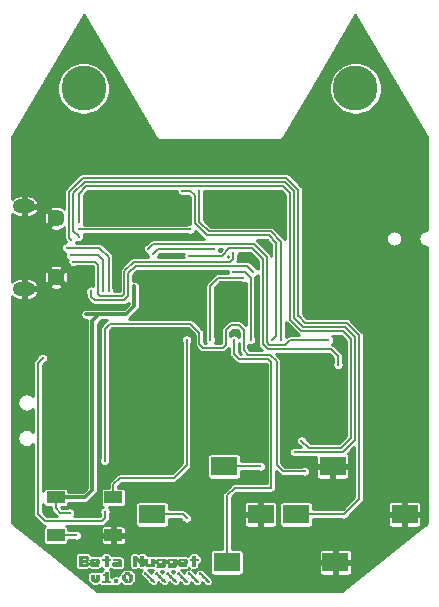
<source format=gtl>
G04 #@! TF.GenerationSoftware,KiCad,Pcbnew,5.1.10-88a1d61d58~90~ubuntu20.04.1*
G04 #@! TF.CreationDate,2021-12-07T21:06:44-07:00*
G04 #@! TF.ProjectId,v1.0-Beta-WiFi-Nugget,76312e30-2d42-4657-9461-2d576946692d,rev?*
G04 #@! TF.SameCoordinates,Original*
G04 #@! TF.FileFunction,Copper,L1,Top*
G04 #@! TF.FilePolarity,Positive*
%FSLAX46Y46*%
G04 Gerber Fmt 4.6, Leading zero omitted, Abs format (unit mm)*
G04 Created by KiCad (PCBNEW 5.1.10-88a1d61d58~90~ubuntu20.04.1) date 2021-12-07 21:06:44*
%MOMM*%
%LPD*%
G01*
G04 APERTURE LIST*
G04 #@! TA.AperFunction,EtchedComponent*
%ADD10C,0.010000*%
G04 #@! TD*
G04 #@! TA.AperFunction,SMDPad,CuDef*
%ADD11R,1.500000X1.000000*%
G04 #@! TD*
G04 #@! TA.AperFunction,SMDPad,CuDef*
%ADD12R,2.180000X1.600000*%
G04 #@! TD*
G04 #@! TA.AperFunction,ComponentPad*
%ADD13C,3.800000*%
G04 #@! TD*
G04 #@! TA.AperFunction,ComponentPad*
%ADD14O,1.900000X1.200000*%
G04 #@! TD*
G04 #@! TA.AperFunction,ComponentPad*
%ADD15C,1.450000*%
G04 #@! TD*
G04 #@! TA.AperFunction,ViaPad*
%ADD16C,0.300000*%
G04 #@! TD*
G04 #@! TA.AperFunction,Conductor*
%ADD17C,0.150000*%
G04 #@! TD*
G04 #@! TA.AperFunction,Conductor*
%ADD18C,0.300000*%
G04 #@! TD*
G04 #@! TA.AperFunction,Conductor*
%ADD19C,0.200000*%
G04 #@! TD*
G04 #@! TA.AperFunction,Conductor*
%ADD20C,0.254000*%
G04 #@! TD*
G04 #@! TA.AperFunction,NonConductor*
%ADD21C,0.254000*%
G04 #@! TD*
G04 #@! TA.AperFunction,NonConductor*
%ADD22C,0.150000*%
G04 #@! TD*
G04 APERTURE END LIST*
D10*
G36*
X-10181166Y-20911610D02*
G01*
X-10181582Y-21002090D01*
X-10184325Y-21058360D01*
X-10191639Y-21088545D01*
X-10205769Y-21100769D01*
X-10228958Y-21103155D01*
X-10234083Y-21103167D01*
X-10274364Y-21111909D01*
X-10286776Y-21146331D01*
X-10287000Y-21156083D01*
X-10293834Y-21193901D01*
X-10322886Y-21207736D01*
X-10350500Y-21209000D01*
X-10395477Y-21214245D01*
X-10412054Y-21238985D01*
X-10414000Y-21272500D01*
X-10415955Y-21308802D01*
X-10428766Y-21327697D01*
X-10462853Y-21334868D01*
X-10528636Y-21336000D01*
X-10530416Y-21336000D01*
X-10596970Y-21334934D01*
X-10631611Y-21327946D01*
X-10644758Y-21309353D01*
X-10646833Y-21273471D01*
X-10646833Y-21272500D01*
X-10652078Y-21227523D01*
X-10676818Y-21210945D01*
X-10710333Y-21209000D01*
X-10755715Y-21203305D01*
X-10772317Y-21179095D01*
X-10773833Y-21156083D01*
X-10782576Y-21115803D01*
X-10816998Y-21103390D01*
X-10826750Y-21103167D01*
X-10851800Y-21101650D01*
X-10867353Y-21091668D01*
X-10875673Y-21065076D01*
X-10879022Y-21013726D01*
X-10879664Y-20929472D01*
X-10879666Y-20912667D01*
X-10879666Y-20722167D01*
X-10646833Y-20722167D01*
X-10646833Y-21082000D01*
X-10436879Y-21082000D01*
X-10424583Y-20732750D01*
X-10302875Y-20726402D01*
X-10181166Y-20720054D01*
X-10181166Y-20911610D01*
G37*
X-10181166Y-20911610D02*
X-10181582Y-21002090D01*
X-10184325Y-21058360D01*
X-10191639Y-21088545D01*
X-10205769Y-21100769D01*
X-10228958Y-21103155D01*
X-10234083Y-21103167D01*
X-10274364Y-21111909D01*
X-10286776Y-21146331D01*
X-10287000Y-21156083D01*
X-10293834Y-21193901D01*
X-10322886Y-21207736D01*
X-10350500Y-21209000D01*
X-10395477Y-21214245D01*
X-10412054Y-21238985D01*
X-10414000Y-21272500D01*
X-10415955Y-21308802D01*
X-10428766Y-21327697D01*
X-10462853Y-21334868D01*
X-10528636Y-21336000D01*
X-10530416Y-21336000D01*
X-10596970Y-21334934D01*
X-10631611Y-21327946D01*
X-10644758Y-21309353D01*
X-10646833Y-21273471D01*
X-10646833Y-21272500D01*
X-10652078Y-21227523D01*
X-10676818Y-21210945D01*
X-10710333Y-21209000D01*
X-10755715Y-21203305D01*
X-10772317Y-21179095D01*
X-10773833Y-21156083D01*
X-10782576Y-21115803D01*
X-10816998Y-21103390D01*
X-10826750Y-21103167D01*
X-10851800Y-21101650D01*
X-10867353Y-21091668D01*
X-10875673Y-21065076D01*
X-10879022Y-21013726D01*
X-10879664Y-20929472D01*
X-10879666Y-20912667D01*
X-10879666Y-20722167D01*
X-10646833Y-20722167D01*
X-10646833Y-21082000D01*
X-10436879Y-21082000D01*
X-10424583Y-20732750D01*
X-10302875Y-20726402D01*
X-10181166Y-20720054D01*
X-10181166Y-20911610D01*
G36*
X-9482666Y-21187833D02*
G01*
X-9249833Y-21187833D01*
X-9249833Y-21336000D01*
X-9972182Y-21336000D01*
X-9965549Y-21267208D01*
X-9959359Y-21227049D01*
X-9943287Y-21205833D01*
X-9906028Y-21196342D01*
X-9847791Y-21192019D01*
X-9736666Y-21185621D01*
X-9736666Y-20743333D01*
X-9789583Y-20743333D01*
X-9827401Y-20736499D01*
X-9841236Y-20707447D01*
X-9842500Y-20679833D01*
X-9836718Y-20634363D01*
X-9812519Y-20617766D01*
X-9790989Y-20616333D01*
X-9751152Y-20606600D01*
X-9734372Y-20569559D01*
X-9732781Y-20558125D01*
X-9726038Y-20525137D01*
X-9708349Y-20506921D01*
X-9668969Y-20498075D01*
X-9604375Y-20493569D01*
X-9482666Y-20487221D01*
X-9482666Y-21187833D01*
G37*
X-9482666Y-21187833D02*
X-9249833Y-21187833D01*
X-9249833Y-21336000D01*
X-9972182Y-21336000D01*
X-9965549Y-21267208D01*
X-9959359Y-21227049D01*
X-9943287Y-21205833D01*
X-9906028Y-21196342D01*
X-9847791Y-21192019D01*
X-9736666Y-21185621D01*
X-9736666Y-20743333D01*
X-9789583Y-20743333D01*
X-9827401Y-20736499D01*
X-9841236Y-20707447D01*
X-9842500Y-20679833D01*
X-9836718Y-20634363D01*
X-9812519Y-20617766D01*
X-9790989Y-20616333D01*
X-9751152Y-20606600D01*
X-9734372Y-20569559D01*
X-9732781Y-20558125D01*
X-9726038Y-20525137D01*
X-9708349Y-20506921D01*
X-9668969Y-20498075D01*
X-9604375Y-20493569D01*
X-9482666Y-20487221D01*
X-9482666Y-21187833D01*
G36*
X-8657166Y-21336000D02*
G01*
X-8911166Y-21336000D01*
X-8911166Y-21082000D01*
X-8657166Y-21082000D01*
X-8657166Y-21336000D01*
G37*
X-8657166Y-21336000D02*
X-8911166Y-21336000D01*
X-8911166Y-21082000D01*
X-8657166Y-21082000D01*
X-8657166Y-21336000D01*
G36*
X-7623886Y-20558125D02*
G01*
X-7610238Y-20601876D01*
X-7575832Y-20616022D01*
X-7565677Y-20616333D01*
X-7526367Y-20625418D01*
X-7514340Y-20660669D01*
X-7514166Y-20669250D01*
X-7507332Y-20707068D01*
X-7478280Y-20720903D01*
X-7450666Y-20722167D01*
X-7387166Y-20722167D01*
X-7387166Y-21103167D01*
X-7450666Y-21103167D01*
X-7496048Y-21108862D01*
X-7512650Y-21133072D01*
X-7514166Y-21156083D01*
X-7522909Y-21196364D01*
X-7557331Y-21208776D01*
X-7567083Y-21209000D01*
X-7604901Y-21215834D01*
X-7618736Y-21244886D01*
X-7620000Y-21272500D01*
X-7620000Y-21336000D01*
X-8001000Y-21336000D01*
X-8001000Y-21272500D01*
X-8006695Y-21227118D01*
X-8030905Y-21210516D01*
X-8053916Y-21209000D01*
X-8094299Y-21200157D01*
X-8106655Y-21165842D01*
X-8106833Y-21157489D01*
X-8116567Y-21117652D01*
X-8153607Y-21100872D01*
X-8165041Y-21099281D01*
X-8223250Y-21092583D01*
X-8223250Y-20732750D01*
X-8165041Y-20726052D01*
X-8121290Y-20712405D01*
X-8107145Y-20677999D01*
X-8106833Y-20667844D01*
X-8099642Y-20637500D01*
X-7979833Y-20637500D01*
X-7979833Y-21082000D01*
X-7916333Y-21082000D01*
X-7870951Y-21087695D01*
X-7854350Y-21111905D01*
X-7852833Y-21134917D01*
X-7849402Y-21166322D01*
X-7831891Y-21181989D01*
X-7789473Y-21187332D01*
X-7747000Y-21187833D01*
X-7641166Y-21187833D01*
X-7641166Y-20743333D01*
X-7704666Y-20743333D01*
X-7750048Y-20737638D01*
X-7766650Y-20713428D01*
X-7768166Y-20690417D01*
X-7771598Y-20659011D01*
X-7789109Y-20643344D01*
X-7831526Y-20638001D01*
X-7874000Y-20637500D01*
X-7979833Y-20637500D01*
X-8099642Y-20637500D01*
X-8097433Y-20628182D01*
X-8061418Y-20616426D01*
X-8055322Y-20616333D01*
X-8015485Y-20606600D01*
X-7998705Y-20569559D01*
X-7997114Y-20558125D01*
X-7990416Y-20499917D01*
X-7630583Y-20499917D01*
X-7623886Y-20558125D01*
G37*
X-7623886Y-20558125D02*
X-7610238Y-20601876D01*
X-7575832Y-20616022D01*
X-7565677Y-20616333D01*
X-7526367Y-20625418D01*
X-7514340Y-20660669D01*
X-7514166Y-20669250D01*
X-7507332Y-20707068D01*
X-7478280Y-20720903D01*
X-7450666Y-20722167D01*
X-7387166Y-20722167D01*
X-7387166Y-21103167D01*
X-7450666Y-21103167D01*
X-7496048Y-21108862D01*
X-7512650Y-21133072D01*
X-7514166Y-21156083D01*
X-7522909Y-21196364D01*
X-7557331Y-21208776D01*
X-7567083Y-21209000D01*
X-7604901Y-21215834D01*
X-7618736Y-21244886D01*
X-7620000Y-21272500D01*
X-7620000Y-21336000D01*
X-8001000Y-21336000D01*
X-8001000Y-21272500D01*
X-8006695Y-21227118D01*
X-8030905Y-21210516D01*
X-8053916Y-21209000D01*
X-8094299Y-21200157D01*
X-8106655Y-21165842D01*
X-8106833Y-21157489D01*
X-8116567Y-21117652D01*
X-8153607Y-21100872D01*
X-8165041Y-21099281D01*
X-8223250Y-21092583D01*
X-8223250Y-20732750D01*
X-8165041Y-20726052D01*
X-8121290Y-20712405D01*
X-8107145Y-20677999D01*
X-8106833Y-20667844D01*
X-8099642Y-20637500D01*
X-7979833Y-20637500D01*
X-7979833Y-21082000D01*
X-7916333Y-21082000D01*
X-7870951Y-21087695D01*
X-7854350Y-21111905D01*
X-7852833Y-21134917D01*
X-7849402Y-21166322D01*
X-7831891Y-21181989D01*
X-7789473Y-21187332D01*
X-7747000Y-21187833D01*
X-7641166Y-21187833D01*
X-7641166Y-20743333D01*
X-7704666Y-20743333D01*
X-7750048Y-20737638D01*
X-7766650Y-20713428D01*
X-7768166Y-20690417D01*
X-7771598Y-20659011D01*
X-7789109Y-20643344D01*
X-7831526Y-20638001D01*
X-7874000Y-20637500D01*
X-7979833Y-20637500D01*
X-8099642Y-20637500D01*
X-8097433Y-20628182D01*
X-8061418Y-20616426D01*
X-8055322Y-20616333D01*
X-8015485Y-20606600D01*
X-7998705Y-20569559D01*
X-7997114Y-20558125D01*
X-7990416Y-20499917D01*
X-7630583Y-20499917D01*
X-7623886Y-20558125D01*
G36*
X-6302375Y-20493284D02*
G01*
X-6252999Y-20504338D01*
X-6231631Y-20532412D01*
X-6226886Y-20558125D01*
X-6213238Y-20601876D01*
X-6178832Y-20616022D01*
X-6168677Y-20616333D01*
X-6129016Y-20625733D01*
X-6117259Y-20661748D01*
X-6117166Y-20667844D01*
X-6107433Y-20707681D01*
X-6070393Y-20724461D01*
X-6058958Y-20726052D01*
X-6013623Y-20741212D01*
X-5995383Y-20781252D01*
X-5994052Y-20790958D01*
X-5980405Y-20834709D01*
X-5945999Y-20848855D01*
X-5935844Y-20849167D01*
X-5896534Y-20858251D01*
X-5884506Y-20893502D01*
X-5884333Y-20902083D01*
X-5875591Y-20942364D01*
X-5841168Y-20954776D01*
X-5831416Y-20955000D01*
X-5793598Y-20961834D01*
X-5779764Y-20990886D01*
X-5778500Y-21018500D01*
X-5773255Y-21063477D01*
X-5748515Y-21080054D01*
X-5715000Y-21082000D01*
X-5669618Y-21087695D01*
X-5653016Y-21111905D01*
X-5651500Y-21134917D01*
X-5642757Y-21175197D01*
X-5608335Y-21187610D01*
X-5598583Y-21187833D01*
X-5562798Y-21193368D01*
X-5548148Y-21218276D01*
X-5545666Y-21261917D01*
X-5549206Y-21311690D01*
X-5567161Y-21332105D01*
X-5609166Y-21336000D01*
X-5654144Y-21330755D01*
X-5670721Y-21306015D01*
X-5672666Y-21272500D01*
X-5677911Y-21227523D01*
X-5702651Y-21210945D01*
X-5736166Y-21209000D01*
X-5781548Y-21203305D01*
X-5798150Y-21179095D01*
X-5799666Y-21156083D01*
X-5808409Y-21115803D01*
X-5842831Y-21103390D01*
X-5852583Y-21103167D01*
X-5890401Y-21096332D01*
X-5904236Y-21067280D01*
X-5905500Y-21039667D01*
X-5911195Y-20994285D01*
X-5935405Y-20977683D01*
X-5958416Y-20976167D01*
X-5998697Y-20967424D01*
X-6011110Y-20933002D01*
X-6011333Y-20923250D01*
X-6018168Y-20885432D01*
X-6047220Y-20871597D01*
X-6074833Y-20870333D01*
X-6119810Y-20865088D01*
X-6136388Y-20840348D01*
X-6138333Y-20806833D01*
X-6144028Y-20761451D01*
X-6168238Y-20744850D01*
X-6191250Y-20743333D01*
X-6231530Y-20734591D01*
X-6243943Y-20700168D01*
X-6244166Y-20690417D01*
X-6251001Y-20652598D01*
X-6280053Y-20638764D01*
X-6307666Y-20637500D01*
X-6350065Y-20633485D01*
X-6367654Y-20612941D01*
X-6371166Y-20563124D01*
X-6371166Y-20562075D01*
X-6368363Y-20512171D01*
X-6352159Y-20492873D01*
X-6310861Y-20492490D01*
X-6302375Y-20493284D01*
G37*
X-6302375Y-20493284D02*
X-6252999Y-20504338D01*
X-6231631Y-20532412D01*
X-6226886Y-20558125D01*
X-6213238Y-20601876D01*
X-6178832Y-20616022D01*
X-6168677Y-20616333D01*
X-6129016Y-20625733D01*
X-6117259Y-20661748D01*
X-6117166Y-20667844D01*
X-6107433Y-20707681D01*
X-6070393Y-20724461D01*
X-6058958Y-20726052D01*
X-6013623Y-20741212D01*
X-5995383Y-20781252D01*
X-5994052Y-20790958D01*
X-5980405Y-20834709D01*
X-5945999Y-20848855D01*
X-5935844Y-20849167D01*
X-5896534Y-20858251D01*
X-5884506Y-20893502D01*
X-5884333Y-20902083D01*
X-5875591Y-20942364D01*
X-5841168Y-20954776D01*
X-5831416Y-20955000D01*
X-5793598Y-20961834D01*
X-5779764Y-20990886D01*
X-5778500Y-21018500D01*
X-5773255Y-21063477D01*
X-5748515Y-21080054D01*
X-5715000Y-21082000D01*
X-5669618Y-21087695D01*
X-5653016Y-21111905D01*
X-5651500Y-21134917D01*
X-5642757Y-21175197D01*
X-5608335Y-21187610D01*
X-5598583Y-21187833D01*
X-5562798Y-21193368D01*
X-5548148Y-21218276D01*
X-5545666Y-21261917D01*
X-5549206Y-21311690D01*
X-5567161Y-21332105D01*
X-5609166Y-21336000D01*
X-5654144Y-21330755D01*
X-5670721Y-21306015D01*
X-5672666Y-21272500D01*
X-5677911Y-21227523D01*
X-5702651Y-21210945D01*
X-5736166Y-21209000D01*
X-5781548Y-21203305D01*
X-5798150Y-21179095D01*
X-5799666Y-21156083D01*
X-5808409Y-21115803D01*
X-5842831Y-21103390D01*
X-5852583Y-21103167D01*
X-5890401Y-21096332D01*
X-5904236Y-21067280D01*
X-5905500Y-21039667D01*
X-5911195Y-20994285D01*
X-5935405Y-20977683D01*
X-5958416Y-20976167D01*
X-5998697Y-20967424D01*
X-6011110Y-20933002D01*
X-6011333Y-20923250D01*
X-6018168Y-20885432D01*
X-6047220Y-20871597D01*
X-6074833Y-20870333D01*
X-6119810Y-20865088D01*
X-6136388Y-20840348D01*
X-6138333Y-20806833D01*
X-6144028Y-20761451D01*
X-6168238Y-20744850D01*
X-6191250Y-20743333D01*
X-6231530Y-20734591D01*
X-6243943Y-20700168D01*
X-6244166Y-20690417D01*
X-6251001Y-20652598D01*
X-6280053Y-20638764D01*
X-6307666Y-20637500D01*
X-6350065Y-20633485D01*
X-6367654Y-20612941D01*
X-6371166Y-20563124D01*
X-6371166Y-20562075D01*
X-6368363Y-20512171D01*
X-6352159Y-20492873D01*
X-6310861Y-20492490D01*
X-6302375Y-20493284D01*
G36*
X-5331356Y-20494578D02*
G01*
X-5314779Y-20519318D01*
X-5312833Y-20552833D01*
X-5307588Y-20597810D01*
X-5282848Y-20614388D01*
X-5249333Y-20616333D01*
X-5203951Y-20622028D01*
X-5187350Y-20646238D01*
X-5185833Y-20669250D01*
X-5177091Y-20709530D01*
X-5142668Y-20721943D01*
X-5132916Y-20722167D01*
X-5095098Y-20729001D01*
X-5081264Y-20758053D01*
X-5080000Y-20785667D01*
X-5074755Y-20830644D01*
X-5050015Y-20847221D01*
X-5016500Y-20849167D01*
X-4971118Y-20854862D01*
X-4954516Y-20879072D01*
X-4953000Y-20902083D01*
X-4944257Y-20942364D01*
X-4909835Y-20954776D01*
X-4900083Y-20955000D01*
X-4862265Y-20961834D01*
X-4848430Y-20990886D01*
X-4847166Y-21018500D01*
X-4841922Y-21063477D01*
X-4817182Y-21080054D01*
X-4783666Y-21082000D01*
X-4738285Y-21087695D01*
X-4721683Y-21111905D01*
X-4720166Y-21134917D01*
X-4711424Y-21175197D01*
X-4677002Y-21187610D01*
X-4667250Y-21187833D01*
X-4631464Y-21193368D01*
X-4616815Y-21218276D01*
X-4614333Y-21261917D01*
X-4617873Y-21311690D01*
X-4635828Y-21332105D01*
X-4677833Y-21336000D01*
X-4722810Y-21330755D01*
X-4739388Y-21306015D01*
X-4741333Y-21272500D01*
X-4746578Y-21227523D01*
X-4771318Y-21210945D01*
X-4804833Y-21209000D01*
X-4850215Y-21203305D01*
X-4866817Y-21179095D01*
X-4868333Y-21156083D01*
X-4877076Y-21115803D01*
X-4911498Y-21103390D01*
X-4921250Y-21103167D01*
X-4959068Y-21096332D01*
X-4972903Y-21067280D01*
X-4974166Y-21039667D01*
X-4979411Y-20994689D01*
X-5004151Y-20978112D01*
X-5037666Y-20976167D01*
X-5083048Y-20970471D01*
X-5099650Y-20946261D01*
X-5101166Y-20923250D01*
X-5109909Y-20882969D01*
X-5144331Y-20870557D01*
X-5154083Y-20870333D01*
X-5191901Y-20863499D01*
X-5205736Y-20834447D01*
X-5207000Y-20806833D01*
X-5212245Y-20761856D01*
X-5236985Y-20745279D01*
X-5270500Y-20743333D01*
X-5315882Y-20737638D01*
X-5332483Y-20713428D01*
X-5334000Y-20690417D01*
X-5342742Y-20650136D01*
X-5377165Y-20637723D01*
X-5386916Y-20637500D01*
X-5422702Y-20631965D01*
X-5437352Y-20607057D01*
X-5439833Y-20563417D01*
X-5436293Y-20513643D01*
X-5418338Y-20493228D01*
X-5376333Y-20489333D01*
X-5331356Y-20494578D01*
G37*
X-5331356Y-20494578D02*
X-5314779Y-20519318D01*
X-5312833Y-20552833D01*
X-5307588Y-20597810D01*
X-5282848Y-20614388D01*
X-5249333Y-20616333D01*
X-5203951Y-20622028D01*
X-5187350Y-20646238D01*
X-5185833Y-20669250D01*
X-5177091Y-20709530D01*
X-5142668Y-20721943D01*
X-5132916Y-20722167D01*
X-5095098Y-20729001D01*
X-5081264Y-20758053D01*
X-5080000Y-20785667D01*
X-5074755Y-20830644D01*
X-5050015Y-20847221D01*
X-5016500Y-20849167D01*
X-4971118Y-20854862D01*
X-4954516Y-20879072D01*
X-4953000Y-20902083D01*
X-4944257Y-20942364D01*
X-4909835Y-20954776D01*
X-4900083Y-20955000D01*
X-4862265Y-20961834D01*
X-4848430Y-20990886D01*
X-4847166Y-21018500D01*
X-4841922Y-21063477D01*
X-4817182Y-21080054D01*
X-4783666Y-21082000D01*
X-4738285Y-21087695D01*
X-4721683Y-21111905D01*
X-4720166Y-21134917D01*
X-4711424Y-21175197D01*
X-4677002Y-21187610D01*
X-4667250Y-21187833D01*
X-4631464Y-21193368D01*
X-4616815Y-21218276D01*
X-4614333Y-21261917D01*
X-4617873Y-21311690D01*
X-4635828Y-21332105D01*
X-4677833Y-21336000D01*
X-4722810Y-21330755D01*
X-4739388Y-21306015D01*
X-4741333Y-21272500D01*
X-4746578Y-21227523D01*
X-4771318Y-21210945D01*
X-4804833Y-21209000D01*
X-4850215Y-21203305D01*
X-4866817Y-21179095D01*
X-4868333Y-21156083D01*
X-4877076Y-21115803D01*
X-4911498Y-21103390D01*
X-4921250Y-21103167D01*
X-4959068Y-21096332D01*
X-4972903Y-21067280D01*
X-4974166Y-21039667D01*
X-4979411Y-20994689D01*
X-5004151Y-20978112D01*
X-5037666Y-20976167D01*
X-5083048Y-20970471D01*
X-5099650Y-20946261D01*
X-5101166Y-20923250D01*
X-5109909Y-20882969D01*
X-5144331Y-20870557D01*
X-5154083Y-20870333D01*
X-5191901Y-20863499D01*
X-5205736Y-20834447D01*
X-5207000Y-20806833D01*
X-5212245Y-20761856D01*
X-5236985Y-20745279D01*
X-5270500Y-20743333D01*
X-5315882Y-20737638D01*
X-5332483Y-20713428D01*
X-5334000Y-20690417D01*
X-5342742Y-20650136D01*
X-5377165Y-20637723D01*
X-5386916Y-20637500D01*
X-5422702Y-20631965D01*
X-5437352Y-20607057D01*
X-5439833Y-20563417D01*
X-5436293Y-20513643D01*
X-5418338Y-20493228D01*
X-5376333Y-20489333D01*
X-5331356Y-20494578D01*
G36*
X-4400023Y-20494578D02*
G01*
X-4383445Y-20519318D01*
X-4381500Y-20552833D01*
X-4376255Y-20597810D01*
X-4351515Y-20614388D01*
X-4318000Y-20616333D01*
X-4272618Y-20622028D01*
X-4256016Y-20646238D01*
X-4254500Y-20669250D01*
X-4245757Y-20709530D01*
X-4211335Y-20721943D01*
X-4201583Y-20722167D01*
X-4163765Y-20729001D01*
X-4149930Y-20758053D01*
X-4148666Y-20785667D01*
X-4143422Y-20830644D01*
X-4118682Y-20847221D01*
X-4085166Y-20849167D01*
X-4039785Y-20854862D01*
X-4023183Y-20879072D01*
X-4021666Y-20902083D01*
X-4012924Y-20942364D01*
X-3978502Y-20954776D01*
X-3968750Y-20955000D01*
X-3930932Y-20961834D01*
X-3917097Y-20990886D01*
X-3915833Y-21018500D01*
X-3910588Y-21063477D01*
X-3885848Y-21080054D01*
X-3852333Y-21082000D01*
X-3806951Y-21087695D01*
X-3790350Y-21111905D01*
X-3788833Y-21134917D01*
X-3780091Y-21175197D01*
X-3745668Y-21187610D01*
X-3735916Y-21187833D01*
X-3700131Y-21193368D01*
X-3685481Y-21218276D01*
X-3683000Y-21261917D01*
X-3686540Y-21311690D01*
X-3704495Y-21332105D01*
X-3746500Y-21336000D01*
X-3791477Y-21330755D01*
X-3808054Y-21306015D01*
X-3810000Y-21272500D01*
X-3815245Y-21227523D01*
X-3839985Y-21210945D01*
X-3873500Y-21209000D01*
X-3918882Y-21203305D01*
X-3935483Y-21179095D01*
X-3937000Y-21156083D01*
X-3945742Y-21115803D01*
X-3980165Y-21103390D01*
X-3989916Y-21103167D01*
X-4027735Y-21096332D01*
X-4041569Y-21067280D01*
X-4042833Y-21039667D01*
X-4048078Y-20994689D01*
X-4072818Y-20978112D01*
X-4106333Y-20976167D01*
X-4151715Y-20970471D01*
X-4168317Y-20946261D01*
X-4169833Y-20923250D01*
X-4178576Y-20882969D01*
X-4212998Y-20870557D01*
X-4222750Y-20870333D01*
X-4260568Y-20863499D01*
X-4274403Y-20834447D01*
X-4275666Y-20806833D01*
X-4280911Y-20761856D01*
X-4305651Y-20745279D01*
X-4339166Y-20743333D01*
X-4384548Y-20737638D01*
X-4401150Y-20713428D01*
X-4402666Y-20690417D01*
X-4411409Y-20650136D01*
X-4445831Y-20637723D01*
X-4455583Y-20637500D01*
X-4491369Y-20631965D01*
X-4506018Y-20607057D01*
X-4508500Y-20563417D01*
X-4504960Y-20513643D01*
X-4487005Y-20493228D01*
X-4445000Y-20489333D01*
X-4400023Y-20494578D01*
G37*
X-4400023Y-20494578D02*
X-4383445Y-20519318D01*
X-4381500Y-20552833D01*
X-4376255Y-20597810D01*
X-4351515Y-20614388D01*
X-4318000Y-20616333D01*
X-4272618Y-20622028D01*
X-4256016Y-20646238D01*
X-4254500Y-20669250D01*
X-4245757Y-20709530D01*
X-4211335Y-20721943D01*
X-4201583Y-20722167D01*
X-4163765Y-20729001D01*
X-4149930Y-20758053D01*
X-4148666Y-20785667D01*
X-4143422Y-20830644D01*
X-4118682Y-20847221D01*
X-4085166Y-20849167D01*
X-4039785Y-20854862D01*
X-4023183Y-20879072D01*
X-4021666Y-20902083D01*
X-4012924Y-20942364D01*
X-3978502Y-20954776D01*
X-3968750Y-20955000D01*
X-3930932Y-20961834D01*
X-3917097Y-20990886D01*
X-3915833Y-21018500D01*
X-3910588Y-21063477D01*
X-3885848Y-21080054D01*
X-3852333Y-21082000D01*
X-3806951Y-21087695D01*
X-3790350Y-21111905D01*
X-3788833Y-21134917D01*
X-3780091Y-21175197D01*
X-3745668Y-21187610D01*
X-3735916Y-21187833D01*
X-3700131Y-21193368D01*
X-3685481Y-21218276D01*
X-3683000Y-21261917D01*
X-3686540Y-21311690D01*
X-3704495Y-21332105D01*
X-3746500Y-21336000D01*
X-3791477Y-21330755D01*
X-3808054Y-21306015D01*
X-3810000Y-21272500D01*
X-3815245Y-21227523D01*
X-3839985Y-21210945D01*
X-3873500Y-21209000D01*
X-3918882Y-21203305D01*
X-3935483Y-21179095D01*
X-3937000Y-21156083D01*
X-3945742Y-21115803D01*
X-3980165Y-21103390D01*
X-3989916Y-21103167D01*
X-4027735Y-21096332D01*
X-4041569Y-21067280D01*
X-4042833Y-21039667D01*
X-4048078Y-20994689D01*
X-4072818Y-20978112D01*
X-4106333Y-20976167D01*
X-4151715Y-20970471D01*
X-4168317Y-20946261D01*
X-4169833Y-20923250D01*
X-4178576Y-20882969D01*
X-4212998Y-20870557D01*
X-4222750Y-20870333D01*
X-4260568Y-20863499D01*
X-4274403Y-20834447D01*
X-4275666Y-20806833D01*
X-4280911Y-20761856D01*
X-4305651Y-20745279D01*
X-4339166Y-20743333D01*
X-4384548Y-20737638D01*
X-4401150Y-20713428D01*
X-4402666Y-20690417D01*
X-4411409Y-20650136D01*
X-4445831Y-20637723D01*
X-4455583Y-20637500D01*
X-4491369Y-20631965D01*
X-4506018Y-20607057D01*
X-4508500Y-20563417D01*
X-4504960Y-20513643D01*
X-4487005Y-20493228D01*
X-4445000Y-20489333D01*
X-4400023Y-20494578D01*
G36*
X-3468689Y-20494578D02*
G01*
X-3452112Y-20519318D01*
X-3450166Y-20552833D01*
X-3444471Y-20598215D01*
X-3420261Y-20614817D01*
X-3397250Y-20616333D01*
X-3356969Y-20625076D01*
X-3344557Y-20659498D01*
X-3344333Y-20669250D01*
X-3337499Y-20707068D01*
X-3308447Y-20720903D01*
X-3280833Y-20722167D01*
X-3235856Y-20727411D01*
X-3219279Y-20752151D01*
X-3217333Y-20785667D01*
X-3211638Y-20831048D01*
X-3187428Y-20847650D01*
X-3164416Y-20849167D01*
X-3124136Y-20857909D01*
X-3111723Y-20892331D01*
X-3111500Y-20902083D01*
X-3104665Y-20939901D01*
X-3075613Y-20953736D01*
X-3048000Y-20955000D01*
X-3003023Y-20960245D01*
X-2986445Y-20984985D01*
X-2984500Y-21018500D01*
X-2978805Y-21063882D01*
X-2954595Y-21080483D01*
X-2931583Y-21082000D01*
X-2891303Y-21090742D01*
X-2878890Y-21125165D01*
X-2878666Y-21134917D01*
X-2871832Y-21172735D01*
X-2842780Y-21186569D01*
X-2815166Y-21187833D01*
X-2772503Y-21191963D01*
X-2755005Y-21212911D01*
X-2751666Y-21261917D01*
X-2754943Y-21311569D01*
X-2773430Y-21331933D01*
X-2820111Y-21335991D01*
X-2825750Y-21336000D01*
X-2875524Y-21332460D01*
X-2895939Y-21314505D01*
X-2899833Y-21272500D01*
X-2905528Y-21227118D01*
X-2929738Y-21210516D01*
X-2952750Y-21209000D01*
X-2993030Y-21200257D01*
X-3005443Y-21165835D01*
X-3005666Y-21156083D01*
X-3012501Y-21118265D01*
X-3041553Y-21104430D01*
X-3069166Y-21103167D01*
X-3114144Y-21097922D01*
X-3130721Y-21073182D01*
X-3132666Y-21039667D01*
X-3138362Y-20994285D01*
X-3162572Y-20977683D01*
X-3185583Y-20976167D01*
X-3225966Y-20967323D01*
X-3238322Y-20933009D01*
X-3238500Y-20924656D01*
X-3248233Y-20884819D01*
X-3285274Y-20868039D01*
X-3296708Y-20866447D01*
X-3342043Y-20851288D01*
X-3360283Y-20811248D01*
X-3361614Y-20801542D01*
X-3375262Y-20757790D01*
X-3409668Y-20743645D01*
X-3419822Y-20743333D01*
X-3459132Y-20734249D01*
X-3471160Y-20698998D01*
X-3471333Y-20690417D01*
X-3480076Y-20650136D01*
X-3514498Y-20637723D01*
X-3524250Y-20637500D01*
X-3560035Y-20631965D01*
X-3574685Y-20607057D01*
X-3577166Y-20563417D01*
X-3573627Y-20513643D01*
X-3555672Y-20493228D01*
X-3513666Y-20489333D01*
X-3468689Y-20494578D01*
G37*
X-3468689Y-20494578D02*
X-3452112Y-20519318D01*
X-3450166Y-20552833D01*
X-3444471Y-20598215D01*
X-3420261Y-20614817D01*
X-3397250Y-20616333D01*
X-3356969Y-20625076D01*
X-3344557Y-20659498D01*
X-3344333Y-20669250D01*
X-3337499Y-20707068D01*
X-3308447Y-20720903D01*
X-3280833Y-20722167D01*
X-3235856Y-20727411D01*
X-3219279Y-20752151D01*
X-3217333Y-20785667D01*
X-3211638Y-20831048D01*
X-3187428Y-20847650D01*
X-3164416Y-20849167D01*
X-3124136Y-20857909D01*
X-3111723Y-20892331D01*
X-3111500Y-20902083D01*
X-3104665Y-20939901D01*
X-3075613Y-20953736D01*
X-3048000Y-20955000D01*
X-3003023Y-20960245D01*
X-2986445Y-20984985D01*
X-2984500Y-21018500D01*
X-2978805Y-21063882D01*
X-2954595Y-21080483D01*
X-2931583Y-21082000D01*
X-2891303Y-21090742D01*
X-2878890Y-21125165D01*
X-2878666Y-21134917D01*
X-2871832Y-21172735D01*
X-2842780Y-21186569D01*
X-2815166Y-21187833D01*
X-2772503Y-21191963D01*
X-2755005Y-21212911D01*
X-2751666Y-21261917D01*
X-2754943Y-21311569D01*
X-2773430Y-21331933D01*
X-2820111Y-21335991D01*
X-2825750Y-21336000D01*
X-2875524Y-21332460D01*
X-2895939Y-21314505D01*
X-2899833Y-21272500D01*
X-2905528Y-21227118D01*
X-2929738Y-21210516D01*
X-2952750Y-21209000D01*
X-2993030Y-21200257D01*
X-3005443Y-21165835D01*
X-3005666Y-21156083D01*
X-3012501Y-21118265D01*
X-3041553Y-21104430D01*
X-3069166Y-21103167D01*
X-3114144Y-21097922D01*
X-3130721Y-21073182D01*
X-3132666Y-21039667D01*
X-3138362Y-20994285D01*
X-3162572Y-20977683D01*
X-3185583Y-20976167D01*
X-3225966Y-20967323D01*
X-3238322Y-20933009D01*
X-3238500Y-20924656D01*
X-3248233Y-20884819D01*
X-3285274Y-20868039D01*
X-3296708Y-20866447D01*
X-3342043Y-20851288D01*
X-3360283Y-20811248D01*
X-3361614Y-20801542D01*
X-3375262Y-20757790D01*
X-3409668Y-20743645D01*
X-3419822Y-20743333D01*
X-3459132Y-20734249D01*
X-3471160Y-20698998D01*
X-3471333Y-20690417D01*
X-3480076Y-20650136D01*
X-3514498Y-20637723D01*
X-3524250Y-20637500D01*
X-3560035Y-20631965D01*
X-3574685Y-20607057D01*
X-3577166Y-20563417D01*
X-3573627Y-20513643D01*
X-3555672Y-20493228D01*
X-3513666Y-20489333D01*
X-3468689Y-20494578D01*
G36*
X-2546495Y-20506374D02*
G01*
X-2526896Y-20533798D01*
X-2522719Y-20558125D01*
X-2509071Y-20601876D01*
X-2474665Y-20616022D01*
X-2464511Y-20616333D01*
X-2424849Y-20625733D01*
X-2413093Y-20661748D01*
X-2413000Y-20667844D01*
X-2403266Y-20707681D01*
X-2366226Y-20724461D01*
X-2354791Y-20726052D01*
X-2309456Y-20741212D01*
X-2291216Y-20781252D01*
X-2289886Y-20790958D01*
X-2276238Y-20834709D01*
X-2241832Y-20848855D01*
X-2231677Y-20849167D01*
X-2192016Y-20858567D01*
X-2180259Y-20894582D01*
X-2180166Y-20900677D01*
X-2170433Y-20940514D01*
X-2133393Y-20957294D01*
X-2121958Y-20958886D01*
X-2076623Y-20974045D01*
X-2058383Y-21014085D01*
X-2057052Y-21023792D01*
X-2043405Y-21067543D01*
X-2008999Y-21081688D01*
X-1998844Y-21082000D01*
X-1959182Y-21091400D01*
X-1947426Y-21127415D01*
X-1947333Y-21133511D01*
X-1937600Y-21173348D01*
X-1900559Y-21190128D01*
X-1889125Y-21191719D01*
X-1847239Y-21203976D01*
X-1828723Y-21236851D01*
X-1824284Y-21267208D01*
X-1822945Y-21312971D01*
X-1838877Y-21331997D01*
X-1883773Y-21335978D01*
X-1893075Y-21336000D01*
X-1943436Y-21332619D01*
X-1964328Y-21315324D01*
X-1968499Y-21273383D01*
X-1968500Y-21272500D01*
X-1974195Y-21227118D01*
X-1998405Y-21210516D01*
X-2021416Y-21209000D01*
X-2061697Y-21200257D01*
X-2074110Y-21165835D01*
X-2074333Y-21156083D01*
X-2081168Y-21118265D01*
X-2110220Y-21104430D01*
X-2137833Y-21103167D01*
X-2182810Y-21097922D01*
X-2199388Y-21073182D01*
X-2201333Y-21039667D01*
X-2207028Y-20994285D01*
X-2231238Y-20977683D01*
X-2254250Y-20976167D01*
X-2294530Y-20967424D01*
X-2306943Y-20933002D01*
X-2307166Y-20923250D01*
X-2314001Y-20885432D01*
X-2343053Y-20871597D01*
X-2370666Y-20870333D01*
X-2415644Y-20865088D01*
X-2432221Y-20840348D01*
X-2434166Y-20806833D01*
X-2439862Y-20761451D01*
X-2464072Y-20744850D01*
X-2487083Y-20743333D01*
X-2527364Y-20734591D01*
X-2539776Y-20700168D01*
X-2540000Y-20690417D01*
X-2546641Y-20652878D01*
X-2575099Y-20638916D01*
X-2604841Y-20637500D01*
X-2648887Y-20633654D01*
X-2664410Y-20613352D01*
X-2663049Y-20568708D01*
X-2653504Y-20521036D01*
X-2628800Y-20502538D01*
X-2592916Y-20499917D01*
X-2546495Y-20506374D01*
G37*
X-2546495Y-20506374D02*
X-2526896Y-20533798D01*
X-2522719Y-20558125D01*
X-2509071Y-20601876D01*
X-2474665Y-20616022D01*
X-2464511Y-20616333D01*
X-2424849Y-20625733D01*
X-2413093Y-20661748D01*
X-2413000Y-20667844D01*
X-2403266Y-20707681D01*
X-2366226Y-20724461D01*
X-2354791Y-20726052D01*
X-2309456Y-20741212D01*
X-2291216Y-20781252D01*
X-2289886Y-20790958D01*
X-2276238Y-20834709D01*
X-2241832Y-20848855D01*
X-2231677Y-20849167D01*
X-2192016Y-20858567D01*
X-2180259Y-20894582D01*
X-2180166Y-20900677D01*
X-2170433Y-20940514D01*
X-2133393Y-20957294D01*
X-2121958Y-20958886D01*
X-2076623Y-20974045D01*
X-2058383Y-21014085D01*
X-2057052Y-21023792D01*
X-2043405Y-21067543D01*
X-2008999Y-21081688D01*
X-1998844Y-21082000D01*
X-1959182Y-21091400D01*
X-1947426Y-21127415D01*
X-1947333Y-21133511D01*
X-1937600Y-21173348D01*
X-1900559Y-21190128D01*
X-1889125Y-21191719D01*
X-1847239Y-21203976D01*
X-1828723Y-21236851D01*
X-1824284Y-21267208D01*
X-1822945Y-21312971D01*
X-1838877Y-21331997D01*
X-1883773Y-21335978D01*
X-1893075Y-21336000D01*
X-1943436Y-21332619D01*
X-1964328Y-21315324D01*
X-1968499Y-21273383D01*
X-1968500Y-21272500D01*
X-1974195Y-21227118D01*
X-1998405Y-21210516D01*
X-2021416Y-21209000D01*
X-2061697Y-21200257D01*
X-2074110Y-21165835D01*
X-2074333Y-21156083D01*
X-2081168Y-21118265D01*
X-2110220Y-21104430D01*
X-2137833Y-21103167D01*
X-2182810Y-21097922D01*
X-2199388Y-21073182D01*
X-2201333Y-21039667D01*
X-2207028Y-20994285D01*
X-2231238Y-20977683D01*
X-2254250Y-20976167D01*
X-2294530Y-20967424D01*
X-2306943Y-20933002D01*
X-2307166Y-20923250D01*
X-2314001Y-20885432D01*
X-2343053Y-20871597D01*
X-2370666Y-20870333D01*
X-2415644Y-20865088D01*
X-2432221Y-20840348D01*
X-2434166Y-20806833D01*
X-2439862Y-20761451D01*
X-2464072Y-20744850D01*
X-2487083Y-20743333D01*
X-2527364Y-20734591D01*
X-2539776Y-20700168D01*
X-2540000Y-20690417D01*
X-2546641Y-20652878D01*
X-2575099Y-20638916D01*
X-2604841Y-20637500D01*
X-2648887Y-20633654D01*
X-2664410Y-20613352D01*
X-2663049Y-20568708D01*
X-2653504Y-20521036D01*
X-2628800Y-20502538D01*
X-2592916Y-20499917D01*
X-2546495Y-20506374D01*
G36*
X-1615161Y-20506374D02*
G01*
X-1595562Y-20533798D01*
X-1591386Y-20558125D01*
X-1577738Y-20601876D01*
X-1543332Y-20616022D01*
X-1533177Y-20616333D01*
X-1493516Y-20625733D01*
X-1481759Y-20661748D01*
X-1481666Y-20667844D01*
X-1471933Y-20707681D01*
X-1434893Y-20724461D01*
X-1423458Y-20726052D01*
X-1378123Y-20741212D01*
X-1359883Y-20781252D01*
X-1358552Y-20790958D01*
X-1344905Y-20834709D01*
X-1310499Y-20848855D01*
X-1300344Y-20849167D01*
X-1261034Y-20858251D01*
X-1249006Y-20893502D01*
X-1248833Y-20902083D01*
X-1240091Y-20942364D01*
X-1205668Y-20954776D01*
X-1195916Y-20955000D01*
X-1158098Y-20961834D01*
X-1144264Y-20990886D01*
X-1143000Y-21018500D01*
X-1137755Y-21063477D01*
X-1113015Y-21080054D01*
X-1079500Y-21082000D01*
X-1034118Y-21087695D01*
X-1017516Y-21111905D01*
X-1016000Y-21134917D01*
X-1007257Y-21175197D01*
X-972835Y-21187610D01*
X-963083Y-21187833D01*
X-927298Y-21193368D01*
X-912648Y-21218276D01*
X-910166Y-21261917D01*
X-913706Y-21311690D01*
X-931661Y-21332105D01*
X-973666Y-21336000D01*
X-1018644Y-21330755D01*
X-1035221Y-21306015D01*
X-1037166Y-21272500D01*
X-1042862Y-21227118D01*
X-1067072Y-21210516D01*
X-1090083Y-21209000D01*
X-1130364Y-21200257D01*
X-1142776Y-21165835D01*
X-1143000Y-21156083D01*
X-1149834Y-21118265D01*
X-1178886Y-21104430D01*
X-1206500Y-21103167D01*
X-1251477Y-21097922D01*
X-1268054Y-21073182D01*
X-1270000Y-21039667D01*
X-1275695Y-20994285D01*
X-1299905Y-20977683D01*
X-1322916Y-20976167D01*
X-1363197Y-20967424D01*
X-1375610Y-20933002D01*
X-1375833Y-20923250D01*
X-1382668Y-20885432D01*
X-1411720Y-20871597D01*
X-1439333Y-20870333D01*
X-1484310Y-20865088D01*
X-1500888Y-20840348D01*
X-1502833Y-20806833D01*
X-1508528Y-20761451D01*
X-1532738Y-20744850D01*
X-1555750Y-20743333D01*
X-1596030Y-20734591D01*
X-1608443Y-20700168D01*
X-1608666Y-20690417D01*
X-1615308Y-20652878D01*
X-1643766Y-20638916D01*
X-1673508Y-20637500D01*
X-1717554Y-20633654D01*
X-1733076Y-20613352D01*
X-1731716Y-20568708D01*
X-1722171Y-20521036D01*
X-1697466Y-20502538D01*
X-1661583Y-20499917D01*
X-1615161Y-20506374D01*
G37*
X-1615161Y-20506374D02*
X-1595562Y-20533798D01*
X-1591386Y-20558125D01*
X-1577738Y-20601876D01*
X-1543332Y-20616022D01*
X-1533177Y-20616333D01*
X-1493516Y-20625733D01*
X-1481759Y-20661748D01*
X-1481666Y-20667844D01*
X-1471933Y-20707681D01*
X-1434893Y-20724461D01*
X-1423458Y-20726052D01*
X-1378123Y-20741212D01*
X-1359883Y-20781252D01*
X-1358552Y-20790958D01*
X-1344905Y-20834709D01*
X-1310499Y-20848855D01*
X-1300344Y-20849167D01*
X-1261034Y-20858251D01*
X-1249006Y-20893502D01*
X-1248833Y-20902083D01*
X-1240091Y-20942364D01*
X-1205668Y-20954776D01*
X-1195916Y-20955000D01*
X-1158098Y-20961834D01*
X-1144264Y-20990886D01*
X-1143000Y-21018500D01*
X-1137755Y-21063477D01*
X-1113015Y-21080054D01*
X-1079500Y-21082000D01*
X-1034118Y-21087695D01*
X-1017516Y-21111905D01*
X-1016000Y-21134917D01*
X-1007257Y-21175197D01*
X-972835Y-21187610D01*
X-963083Y-21187833D01*
X-927298Y-21193368D01*
X-912648Y-21218276D01*
X-910166Y-21261917D01*
X-913706Y-21311690D01*
X-931661Y-21332105D01*
X-973666Y-21336000D01*
X-1018644Y-21330755D01*
X-1035221Y-21306015D01*
X-1037166Y-21272500D01*
X-1042862Y-21227118D01*
X-1067072Y-21210516D01*
X-1090083Y-21209000D01*
X-1130364Y-21200257D01*
X-1142776Y-21165835D01*
X-1143000Y-21156083D01*
X-1149834Y-21118265D01*
X-1178886Y-21104430D01*
X-1206500Y-21103167D01*
X-1251477Y-21097922D01*
X-1268054Y-21073182D01*
X-1270000Y-21039667D01*
X-1275695Y-20994285D01*
X-1299905Y-20977683D01*
X-1322916Y-20976167D01*
X-1363197Y-20967424D01*
X-1375610Y-20933002D01*
X-1375833Y-20923250D01*
X-1382668Y-20885432D01*
X-1411720Y-20871597D01*
X-1439333Y-20870333D01*
X-1484310Y-20865088D01*
X-1500888Y-20840348D01*
X-1502833Y-20806833D01*
X-1508528Y-20761451D01*
X-1532738Y-20744850D01*
X-1555750Y-20743333D01*
X-1596030Y-20734591D01*
X-1608443Y-20700168D01*
X-1608666Y-20690417D01*
X-1615308Y-20652878D01*
X-1643766Y-20638916D01*
X-1673508Y-20637500D01*
X-1717554Y-20633654D01*
X-1733076Y-20613352D01*
X-1731716Y-20568708D01*
X-1722171Y-20521036D01*
X-1697466Y-20502538D01*
X-1661583Y-20499917D01*
X-1615161Y-20506374D01*
G36*
X-4614333Y-19939000D02*
G01*
X-4667250Y-19939000D01*
X-4705068Y-19945834D01*
X-4718903Y-19974886D01*
X-4720166Y-20002500D01*
X-4720166Y-20066000D01*
X-5336682Y-20066000D01*
X-5330049Y-19997208D01*
X-5323416Y-19928417D01*
X-5095875Y-19922409D01*
X-4995195Y-19919175D01*
X-4929479Y-19914816D01*
X-4891360Y-19907789D01*
X-4873471Y-19896552D01*
X-4868445Y-19879563D01*
X-4868333Y-19874784D01*
X-4871170Y-19856561D01*
X-4884551Y-19844599D01*
X-4915783Y-19837590D01*
X-4972173Y-19834230D01*
X-5061027Y-19833211D01*
X-5101166Y-19833167D01*
X-5334000Y-19833167D01*
X-5334000Y-19769667D01*
X-5339695Y-19724285D01*
X-5363905Y-19707683D01*
X-5386916Y-19706167D01*
X-5416244Y-19703477D01*
X-5432077Y-19688783D01*
X-5438559Y-19652144D01*
X-5439832Y-19583618D01*
X-5439833Y-19579167D01*
X-5438713Y-19508781D01*
X-5433002Y-19473333D01*
X-5185833Y-19473333D01*
X-5185833Y-19685000D01*
X-4868333Y-19685000D01*
X-4868333Y-19473333D01*
X-5185833Y-19473333D01*
X-5433002Y-19473333D01*
X-5432590Y-19470781D01*
X-5417324Y-19455223D01*
X-5388771Y-19452169D01*
X-5386916Y-19452167D01*
X-5346636Y-19443424D01*
X-5334223Y-19409002D01*
X-5334000Y-19399250D01*
X-5334000Y-19346333D01*
X-4614333Y-19346333D01*
X-4614333Y-19939000D01*
G37*
X-4614333Y-19939000D02*
X-4667250Y-19939000D01*
X-4705068Y-19945834D01*
X-4718903Y-19974886D01*
X-4720166Y-20002500D01*
X-4720166Y-20066000D01*
X-5336682Y-20066000D01*
X-5330049Y-19997208D01*
X-5323416Y-19928417D01*
X-5095875Y-19922409D01*
X-4995195Y-19919175D01*
X-4929479Y-19914816D01*
X-4891360Y-19907789D01*
X-4873471Y-19896552D01*
X-4868445Y-19879563D01*
X-4868333Y-19874784D01*
X-4871170Y-19856561D01*
X-4884551Y-19844599D01*
X-4915783Y-19837590D01*
X-4972173Y-19834230D01*
X-5061027Y-19833211D01*
X-5101166Y-19833167D01*
X-5334000Y-19833167D01*
X-5334000Y-19769667D01*
X-5339695Y-19724285D01*
X-5363905Y-19707683D01*
X-5386916Y-19706167D01*
X-5416244Y-19703477D01*
X-5432077Y-19688783D01*
X-5438559Y-19652144D01*
X-5439832Y-19583618D01*
X-5439833Y-19579167D01*
X-5438713Y-19508781D01*
X-5433002Y-19473333D01*
X-5185833Y-19473333D01*
X-5185833Y-19685000D01*
X-4868333Y-19685000D01*
X-4868333Y-19473333D01*
X-5185833Y-19473333D01*
X-5433002Y-19473333D01*
X-5432590Y-19470781D01*
X-5417324Y-19455223D01*
X-5388771Y-19452169D01*
X-5386916Y-19452167D01*
X-5346636Y-19443424D01*
X-5334223Y-19409002D01*
X-5334000Y-19399250D01*
X-5334000Y-19346333D01*
X-4614333Y-19346333D01*
X-4614333Y-19939000D01*
G36*
X-3683000Y-19939000D02*
G01*
X-3735916Y-19939000D01*
X-3773735Y-19945834D01*
X-3787569Y-19974886D01*
X-3788833Y-20002500D01*
X-3788833Y-20066000D01*
X-4402666Y-20066000D01*
X-4402666Y-19917833D01*
X-4169833Y-19917833D01*
X-4067936Y-19917346D01*
X-4001051Y-19914998D01*
X-3961860Y-19909457D01*
X-3943044Y-19899394D01*
X-3937286Y-19883478D01*
X-3937000Y-19875500D01*
X-3939679Y-19856973D01*
X-3952596Y-19844812D01*
X-3983068Y-19837687D01*
X-4038414Y-19834265D01*
X-4125952Y-19833219D01*
X-4169833Y-19833167D01*
X-4402666Y-19833167D01*
X-4402666Y-19769667D01*
X-4408362Y-19724285D01*
X-4432572Y-19707683D01*
X-4455583Y-19706167D01*
X-4484910Y-19703477D01*
X-4500744Y-19688783D01*
X-4507226Y-19652144D01*
X-4508499Y-19583618D01*
X-4508500Y-19579167D01*
X-4507379Y-19508781D01*
X-4501669Y-19473333D01*
X-4254500Y-19473333D01*
X-4254500Y-19685000D01*
X-3937000Y-19685000D01*
X-3937000Y-19473333D01*
X-4254500Y-19473333D01*
X-4501669Y-19473333D01*
X-4501257Y-19470781D01*
X-4485990Y-19455223D01*
X-4457438Y-19452169D01*
X-4455583Y-19452167D01*
X-4415303Y-19443424D01*
X-4402890Y-19409002D01*
X-4402666Y-19399250D01*
X-4402666Y-19346333D01*
X-3683000Y-19346333D01*
X-3683000Y-19939000D01*
G37*
X-3683000Y-19939000D02*
X-3735916Y-19939000D01*
X-3773735Y-19945834D01*
X-3787569Y-19974886D01*
X-3788833Y-20002500D01*
X-3788833Y-20066000D01*
X-4402666Y-20066000D01*
X-4402666Y-19917833D01*
X-4169833Y-19917833D01*
X-4067936Y-19917346D01*
X-4001051Y-19914998D01*
X-3961860Y-19909457D01*
X-3943044Y-19899394D01*
X-3937286Y-19883478D01*
X-3937000Y-19875500D01*
X-3939679Y-19856973D01*
X-3952596Y-19844812D01*
X-3983068Y-19837687D01*
X-4038414Y-19834265D01*
X-4125952Y-19833219D01*
X-4169833Y-19833167D01*
X-4402666Y-19833167D01*
X-4402666Y-19769667D01*
X-4408362Y-19724285D01*
X-4432572Y-19707683D01*
X-4455583Y-19706167D01*
X-4484910Y-19703477D01*
X-4500744Y-19688783D01*
X-4507226Y-19652144D01*
X-4508499Y-19583618D01*
X-4508500Y-19579167D01*
X-4507379Y-19508781D01*
X-4501669Y-19473333D01*
X-4254500Y-19473333D01*
X-4254500Y-19685000D01*
X-3937000Y-19685000D01*
X-3937000Y-19473333D01*
X-4254500Y-19473333D01*
X-4501669Y-19473333D01*
X-4501257Y-19470781D01*
X-4485990Y-19455223D01*
X-4457438Y-19452169D01*
X-4455583Y-19452167D01*
X-4415303Y-19443424D01*
X-4402890Y-19409002D01*
X-4402666Y-19399250D01*
X-4402666Y-19346333D01*
X-3683000Y-19346333D01*
X-3683000Y-19939000D01*
G36*
X-11218333Y-19165011D02*
G01*
X-11208600Y-19204848D01*
X-11171559Y-19221628D01*
X-11160125Y-19223219D01*
X-11127137Y-19229962D01*
X-11108921Y-19247651D01*
X-11100075Y-19287031D01*
X-11095569Y-19351625D01*
X-11089221Y-19473333D01*
X-11153777Y-19473333D01*
X-11199644Y-19478810D01*
X-11216645Y-19502239D01*
X-11218333Y-19526250D01*
X-11211499Y-19564068D01*
X-11182447Y-19577903D01*
X-11154833Y-19579167D01*
X-11119684Y-19580830D01*
X-11100712Y-19592471D01*
X-11092929Y-19624068D01*
X-11091345Y-19685599D01*
X-11091333Y-19706167D01*
X-11092165Y-19776465D01*
X-11097985Y-19814409D01*
X-11113784Y-19829975D01*
X-11144549Y-19833143D01*
X-11154833Y-19833167D01*
X-11200215Y-19838862D01*
X-11216817Y-19863072D01*
X-11218333Y-19886083D01*
X-11218333Y-19939000D01*
X-11938000Y-19939000D01*
X-11938000Y-19600333D01*
X-11684000Y-19600333D01*
X-11684000Y-19812000D01*
X-11345333Y-19812000D01*
X-11345333Y-19600333D01*
X-11684000Y-19600333D01*
X-11938000Y-19600333D01*
X-11938000Y-19240500D01*
X-11684000Y-19240500D01*
X-11684000Y-19452167D01*
X-11345333Y-19452167D01*
X-11345333Y-19240500D01*
X-11684000Y-19240500D01*
X-11938000Y-19240500D01*
X-11938000Y-19113500D01*
X-11218333Y-19113500D01*
X-11218333Y-19165011D01*
G37*
X-11218333Y-19165011D02*
X-11208600Y-19204848D01*
X-11171559Y-19221628D01*
X-11160125Y-19223219D01*
X-11127137Y-19229962D01*
X-11108921Y-19247651D01*
X-11100075Y-19287031D01*
X-11095569Y-19351625D01*
X-11089221Y-19473333D01*
X-11153777Y-19473333D01*
X-11199644Y-19478810D01*
X-11216645Y-19502239D01*
X-11218333Y-19526250D01*
X-11211499Y-19564068D01*
X-11182447Y-19577903D01*
X-11154833Y-19579167D01*
X-11119684Y-19580830D01*
X-11100712Y-19592471D01*
X-11092929Y-19624068D01*
X-11091345Y-19685599D01*
X-11091333Y-19706167D01*
X-11092165Y-19776465D01*
X-11097985Y-19814409D01*
X-11113784Y-19829975D01*
X-11144549Y-19833143D01*
X-11154833Y-19833167D01*
X-11200215Y-19838862D01*
X-11216817Y-19863072D01*
X-11218333Y-19886083D01*
X-11218333Y-19939000D01*
X-11938000Y-19939000D01*
X-11938000Y-19600333D01*
X-11684000Y-19600333D01*
X-11684000Y-19812000D01*
X-11345333Y-19812000D01*
X-11345333Y-19600333D01*
X-11684000Y-19600333D01*
X-11938000Y-19600333D01*
X-11938000Y-19240500D01*
X-11684000Y-19240500D01*
X-11684000Y-19452167D01*
X-11345333Y-19452167D01*
X-11345333Y-19240500D01*
X-11684000Y-19240500D01*
X-11938000Y-19240500D01*
X-11938000Y-19113500D01*
X-11218333Y-19113500D01*
X-11218333Y-19165011D01*
G36*
X-10287000Y-19399250D02*
G01*
X-10278257Y-19439530D01*
X-10243835Y-19451943D01*
X-10234083Y-19452167D01*
X-10204756Y-19454856D01*
X-10188922Y-19469550D01*
X-10182440Y-19506189D01*
X-10181168Y-19574715D01*
X-10181166Y-19579167D01*
X-10181166Y-19706167D01*
X-10752666Y-19706167D01*
X-10752666Y-19812000D01*
X-10287000Y-19812000D01*
X-10287000Y-19939000D01*
X-10879666Y-19939000D01*
X-10879666Y-19886083D01*
X-10886501Y-19848265D01*
X-10915553Y-19834430D01*
X-10943166Y-19833167D01*
X-11006666Y-19833167D01*
X-11006666Y-19526250D01*
X-10752666Y-19526250D01*
X-10750688Y-19553165D01*
X-10738808Y-19568943D01*
X-10708109Y-19576554D01*
X-10649675Y-19578972D01*
X-10593916Y-19579167D01*
X-10513170Y-19578507D01*
X-10465838Y-19574547D01*
X-10443004Y-19564314D01*
X-10435750Y-19544836D01*
X-10435166Y-19526250D01*
X-10437145Y-19499334D01*
X-10449025Y-19483557D01*
X-10479724Y-19475946D01*
X-10538158Y-19473528D01*
X-10593916Y-19473333D01*
X-10674663Y-19473993D01*
X-10721995Y-19477953D01*
X-10744829Y-19488186D01*
X-10752083Y-19507664D01*
X-10752666Y-19526250D01*
X-11006666Y-19526250D01*
X-11006666Y-19452167D01*
X-10943166Y-19452167D01*
X-10897785Y-19446471D01*
X-10881183Y-19422261D01*
X-10879666Y-19399250D01*
X-10879666Y-19346333D01*
X-10287000Y-19346333D01*
X-10287000Y-19399250D01*
G37*
X-10287000Y-19399250D02*
X-10278257Y-19439530D01*
X-10243835Y-19451943D01*
X-10234083Y-19452167D01*
X-10204756Y-19454856D01*
X-10188922Y-19469550D01*
X-10182440Y-19506189D01*
X-10181168Y-19574715D01*
X-10181166Y-19579167D01*
X-10181166Y-19706167D01*
X-10752666Y-19706167D01*
X-10752666Y-19812000D01*
X-10287000Y-19812000D01*
X-10287000Y-19939000D01*
X-10879666Y-19939000D01*
X-10879666Y-19886083D01*
X-10886501Y-19848265D01*
X-10915553Y-19834430D01*
X-10943166Y-19833167D01*
X-11006666Y-19833167D01*
X-11006666Y-19526250D01*
X-10752666Y-19526250D01*
X-10750688Y-19553165D01*
X-10738808Y-19568943D01*
X-10708109Y-19576554D01*
X-10649675Y-19578972D01*
X-10593916Y-19579167D01*
X-10513170Y-19578507D01*
X-10465838Y-19574547D01*
X-10443004Y-19564314D01*
X-10435750Y-19544836D01*
X-10435166Y-19526250D01*
X-10437145Y-19499334D01*
X-10449025Y-19483557D01*
X-10479724Y-19475946D01*
X-10538158Y-19473528D01*
X-10593916Y-19473333D01*
X-10674663Y-19473993D01*
X-10721995Y-19477953D01*
X-10744829Y-19488186D01*
X-10752083Y-19507664D01*
X-10752666Y-19526250D01*
X-11006666Y-19526250D01*
X-11006666Y-19452167D01*
X-10943166Y-19452167D01*
X-10897785Y-19446471D01*
X-10881183Y-19422261D01*
X-10879666Y-19399250D01*
X-10879666Y-19346333D01*
X-10287000Y-19346333D01*
X-10287000Y-19399250D01*
G36*
X-9482666Y-19346333D02*
G01*
X-9366250Y-19346333D01*
X-9299696Y-19347399D01*
X-9265056Y-19354387D01*
X-9251908Y-19372980D01*
X-9249833Y-19408862D01*
X-9249833Y-19409833D01*
X-9251788Y-19446135D01*
X-9264599Y-19465030D01*
X-9298686Y-19472201D01*
X-9364470Y-19473333D01*
X-9482666Y-19473333D01*
X-9482666Y-19939000D01*
X-9736666Y-19939000D01*
X-9736666Y-19473333D01*
X-9853083Y-19473333D01*
X-9919637Y-19472267D01*
X-9954277Y-19465279D01*
X-9967425Y-19446686D01*
X-9969500Y-19410804D01*
X-9969500Y-19409833D01*
X-9967545Y-19373531D01*
X-9954734Y-19354636D01*
X-9920647Y-19347465D01*
X-9854863Y-19346333D01*
X-9736666Y-19346333D01*
X-9736666Y-19113500D01*
X-9482666Y-19113500D01*
X-9482666Y-19346333D01*
G37*
X-9482666Y-19346333D02*
X-9366250Y-19346333D01*
X-9299696Y-19347399D01*
X-9265056Y-19354387D01*
X-9251908Y-19372980D01*
X-9249833Y-19408862D01*
X-9249833Y-19409833D01*
X-9251788Y-19446135D01*
X-9264599Y-19465030D01*
X-9298686Y-19472201D01*
X-9364470Y-19473333D01*
X-9482666Y-19473333D01*
X-9482666Y-19939000D01*
X-9736666Y-19939000D01*
X-9736666Y-19473333D01*
X-9853083Y-19473333D01*
X-9919637Y-19472267D01*
X-9954277Y-19465279D01*
X-9967425Y-19446686D01*
X-9969500Y-19410804D01*
X-9969500Y-19409833D01*
X-9967545Y-19373531D01*
X-9954734Y-19354636D01*
X-9920647Y-19347465D01*
X-9854863Y-19346333D01*
X-9736666Y-19346333D01*
X-9736666Y-19113500D01*
X-9482666Y-19113500D01*
X-9482666Y-19346333D01*
G36*
X-8736541Y-19351044D02*
G01*
X-8618139Y-19353600D01*
X-8535447Y-19356642D01*
X-8481847Y-19361318D01*
X-8450720Y-19368775D01*
X-8435448Y-19380163D01*
X-8429413Y-19396629D01*
X-8428153Y-19404542D01*
X-8409333Y-19442694D01*
X-8369944Y-19452167D01*
X-8318500Y-19452167D01*
X-8318500Y-19939000D01*
X-9038166Y-19939000D01*
X-9038166Y-19886083D01*
X-9046909Y-19845803D01*
X-9081331Y-19833390D01*
X-9091083Y-19833167D01*
X-9126869Y-19827631D01*
X-9141518Y-19802724D01*
X-9144000Y-19759083D01*
X-8890000Y-19759083D01*
X-8888021Y-19785999D01*
X-8876141Y-19801776D01*
X-8845443Y-19809387D01*
X-8787008Y-19811805D01*
X-8731250Y-19812000D01*
X-8650503Y-19811340D01*
X-8603171Y-19807380D01*
X-8580337Y-19797147D01*
X-8573083Y-19777669D01*
X-8572500Y-19759083D01*
X-8574478Y-19732168D01*
X-8586358Y-19716390D01*
X-8617057Y-19708779D01*
X-8675491Y-19706361D01*
X-8731250Y-19706167D01*
X-8811997Y-19706826D01*
X-8859329Y-19710786D01*
X-8882163Y-19721019D01*
X-8889416Y-19740497D01*
X-8890000Y-19759083D01*
X-9144000Y-19759083D01*
X-9140046Y-19708984D01*
X-9122255Y-19688474D01*
X-9091083Y-19685000D01*
X-9050803Y-19676257D01*
X-9038390Y-19641835D01*
X-9038166Y-19632083D01*
X-9038166Y-19579167D01*
X-8572500Y-19579167D01*
X-8572500Y-19473333D01*
X-9038166Y-19473333D01*
X-9038166Y-19345171D01*
X-8736541Y-19351044D01*
G37*
X-8736541Y-19351044D02*
X-8618139Y-19353600D01*
X-8535447Y-19356642D01*
X-8481847Y-19361318D01*
X-8450720Y-19368775D01*
X-8435448Y-19380163D01*
X-8429413Y-19396629D01*
X-8428153Y-19404542D01*
X-8409333Y-19442694D01*
X-8369944Y-19452167D01*
X-8318500Y-19452167D01*
X-8318500Y-19939000D01*
X-9038166Y-19939000D01*
X-9038166Y-19886083D01*
X-9046909Y-19845803D01*
X-9081331Y-19833390D01*
X-9091083Y-19833167D01*
X-9126869Y-19827631D01*
X-9141518Y-19802724D01*
X-9144000Y-19759083D01*
X-8890000Y-19759083D01*
X-8888021Y-19785999D01*
X-8876141Y-19801776D01*
X-8845443Y-19809387D01*
X-8787008Y-19811805D01*
X-8731250Y-19812000D01*
X-8650503Y-19811340D01*
X-8603171Y-19807380D01*
X-8580337Y-19797147D01*
X-8573083Y-19777669D01*
X-8572500Y-19759083D01*
X-8574478Y-19732168D01*
X-8586358Y-19716390D01*
X-8617057Y-19708779D01*
X-8675491Y-19706361D01*
X-8731250Y-19706167D01*
X-8811997Y-19706826D01*
X-8859329Y-19710786D01*
X-8882163Y-19721019D01*
X-8889416Y-19740497D01*
X-8890000Y-19759083D01*
X-9144000Y-19759083D01*
X-9140046Y-19708984D01*
X-9122255Y-19688474D01*
X-9091083Y-19685000D01*
X-9050803Y-19676257D01*
X-9038390Y-19641835D01*
X-9038166Y-19632083D01*
X-9038166Y-19579167D01*
X-8572500Y-19579167D01*
X-8572500Y-19473333D01*
X-9038166Y-19473333D01*
X-9038166Y-19345171D01*
X-8736541Y-19351044D01*
G36*
X-7105082Y-19114666D02*
G01*
X-7067060Y-19120848D01*
X-7051508Y-19136073D01*
X-7048500Y-19164366D01*
X-7048500Y-19165011D01*
X-7038766Y-19204848D01*
X-7001726Y-19221628D01*
X-6990291Y-19223219D01*
X-6944956Y-19238379D01*
X-6926716Y-19278419D01*
X-6925386Y-19288125D01*
X-6911738Y-19331876D01*
X-6877332Y-19346022D01*
X-6867177Y-19346333D01*
X-6827867Y-19355418D01*
X-6815840Y-19390669D01*
X-6815666Y-19399250D01*
X-6806924Y-19439530D01*
X-6772502Y-19451943D01*
X-6762750Y-19452167D01*
X-6736505Y-19450362D01*
X-6720791Y-19439190D01*
X-6712907Y-19410014D01*
X-6710154Y-19354197D01*
X-6709833Y-19282833D01*
X-6709833Y-19113500D01*
X-6455833Y-19113500D01*
X-6455833Y-19939000D01*
X-6709833Y-19939000D01*
X-6709833Y-19822583D01*
X-6710899Y-19756030D01*
X-6717887Y-19721389D01*
X-6736480Y-19708241D01*
X-6772362Y-19706167D01*
X-6773333Y-19706167D01*
X-6818715Y-19700471D01*
X-6835317Y-19676261D01*
X-6836833Y-19653250D01*
X-6845576Y-19612969D01*
X-6879998Y-19600557D01*
X-6889750Y-19600333D01*
X-6927568Y-19593499D01*
X-6941403Y-19564447D01*
X-6942666Y-19536833D01*
X-6948362Y-19491451D01*
X-6972572Y-19474850D01*
X-6995583Y-19473333D01*
X-7048500Y-19473333D01*
X-7048500Y-19939000D01*
X-7302500Y-19939000D01*
X-7302500Y-19113500D01*
X-7175500Y-19113500D01*
X-7105082Y-19114666D01*
G37*
X-7105082Y-19114666D02*
X-7067060Y-19120848D01*
X-7051508Y-19136073D01*
X-7048500Y-19164366D01*
X-7048500Y-19165011D01*
X-7038766Y-19204848D01*
X-7001726Y-19221628D01*
X-6990291Y-19223219D01*
X-6944956Y-19238379D01*
X-6926716Y-19278419D01*
X-6925386Y-19288125D01*
X-6911738Y-19331876D01*
X-6877332Y-19346022D01*
X-6867177Y-19346333D01*
X-6827867Y-19355418D01*
X-6815840Y-19390669D01*
X-6815666Y-19399250D01*
X-6806924Y-19439530D01*
X-6772502Y-19451943D01*
X-6762750Y-19452167D01*
X-6736505Y-19450362D01*
X-6720791Y-19439190D01*
X-6712907Y-19410014D01*
X-6710154Y-19354197D01*
X-6709833Y-19282833D01*
X-6709833Y-19113500D01*
X-6455833Y-19113500D01*
X-6455833Y-19939000D01*
X-6709833Y-19939000D01*
X-6709833Y-19822583D01*
X-6710899Y-19756030D01*
X-6717887Y-19721389D01*
X-6736480Y-19708241D01*
X-6772362Y-19706167D01*
X-6773333Y-19706167D01*
X-6818715Y-19700471D01*
X-6835317Y-19676261D01*
X-6836833Y-19653250D01*
X-6845576Y-19612969D01*
X-6879998Y-19600557D01*
X-6889750Y-19600333D01*
X-6927568Y-19593499D01*
X-6941403Y-19564447D01*
X-6942666Y-19536833D01*
X-6948362Y-19491451D01*
X-6972572Y-19474850D01*
X-6995583Y-19473333D01*
X-7048500Y-19473333D01*
X-7048500Y-19939000D01*
X-7302500Y-19939000D01*
X-7302500Y-19113500D01*
X-7175500Y-19113500D01*
X-7105082Y-19114666D01*
G36*
X-5545666Y-19939000D02*
G01*
X-6244166Y-19939000D01*
X-6244166Y-19886083D01*
X-6251001Y-19848265D01*
X-6280053Y-19834430D01*
X-6307666Y-19833167D01*
X-6371166Y-19833167D01*
X-6371166Y-19346333D01*
X-6117166Y-19346333D01*
X-6117166Y-19812000D01*
X-5801099Y-19812000D01*
X-5795091Y-19584458D01*
X-5789083Y-19356917D01*
X-5667375Y-19350569D01*
X-5545666Y-19344221D01*
X-5545666Y-19939000D01*
G37*
X-5545666Y-19939000D02*
X-6244166Y-19939000D01*
X-6244166Y-19886083D01*
X-6251001Y-19848265D01*
X-6280053Y-19834430D01*
X-6307666Y-19833167D01*
X-6371166Y-19833167D01*
X-6371166Y-19346333D01*
X-6117166Y-19346333D01*
X-6117166Y-19812000D01*
X-5801099Y-19812000D01*
X-5795091Y-19584458D01*
X-5789083Y-19356917D01*
X-5667375Y-19350569D01*
X-5545666Y-19344221D01*
X-5545666Y-19939000D01*
G36*
X-2878666Y-19399250D02*
G01*
X-2871832Y-19437068D01*
X-2842780Y-19450903D01*
X-2815166Y-19452167D01*
X-2780017Y-19453830D01*
X-2761045Y-19465471D01*
X-2753262Y-19497068D01*
X-2751678Y-19558599D01*
X-2751666Y-19579167D01*
X-2751666Y-19706167D01*
X-3344333Y-19706167D01*
X-3344333Y-19812000D01*
X-2878666Y-19812000D01*
X-2878666Y-19939000D01*
X-3471333Y-19939000D01*
X-3471333Y-19886083D01*
X-3480076Y-19845803D01*
X-3514498Y-19833390D01*
X-3524250Y-19833167D01*
X-3549300Y-19831650D01*
X-3564853Y-19821668D01*
X-3573173Y-19795076D01*
X-3576522Y-19743726D01*
X-3577164Y-19659472D01*
X-3577166Y-19642667D01*
X-3576745Y-19552487D01*
X-3575447Y-19526250D01*
X-3344333Y-19526250D01*
X-3342529Y-19552494D01*
X-3331357Y-19568209D01*
X-3302181Y-19576093D01*
X-3246363Y-19578845D01*
X-3175000Y-19579167D01*
X-3091017Y-19578603D01*
X-3040731Y-19575111D01*
X-3015502Y-19565994D01*
X-3006694Y-19548551D01*
X-3005666Y-19526250D01*
X-3007471Y-19500005D01*
X-3018643Y-19484291D01*
X-3047819Y-19476407D01*
X-3103636Y-19473654D01*
X-3175000Y-19473333D01*
X-3258982Y-19473897D01*
X-3309269Y-19477388D01*
X-3334498Y-19486506D01*
X-3343306Y-19503949D01*
X-3344333Y-19526250D01*
X-3575447Y-19526250D01*
X-3573973Y-19496495D01*
X-3566586Y-19466543D01*
X-3552322Y-19454485D01*
X-3528918Y-19452176D01*
X-3524250Y-19452167D01*
X-3483969Y-19443424D01*
X-3471557Y-19409002D01*
X-3471333Y-19399250D01*
X-3471333Y-19346333D01*
X-2878666Y-19346333D01*
X-2878666Y-19399250D01*
G37*
X-2878666Y-19399250D02*
X-2871832Y-19437068D01*
X-2842780Y-19450903D01*
X-2815166Y-19452167D01*
X-2780017Y-19453830D01*
X-2761045Y-19465471D01*
X-2753262Y-19497068D01*
X-2751678Y-19558599D01*
X-2751666Y-19579167D01*
X-2751666Y-19706167D01*
X-3344333Y-19706167D01*
X-3344333Y-19812000D01*
X-2878666Y-19812000D01*
X-2878666Y-19939000D01*
X-3471333Y-19939000D01*
X-3471333Y-19886083D01*
X-3480076Y-19845803D01*
X-3514498Y-19833390D01*
X-3524250Y-19833167D01*
X-3549300Y-19831650D01*
X-3564853Y-19821668D01*
X-3573173Y-19795076D01*
X-3576522Y-19743726D01*
X-3577164Y-19659472D01*
X-3577166Y-19642667D01*
X-3576745Y-19552487D01*
X-3575447Y-19526250D01*
X-3344333Y-19526250D01*
X-3342529Y-19552494D01*
X-3331357Y-19568209D01*
X-3302181Y-19576093D01*
X-3246363Y-19578845D01*
X-3175000Y-19579167D01*
X-3091017Y-19578603D01*
X-3040731Y-19575111D01*
X-3015502Y-19565994D01*
X-3006694Y-19548551D01*
X-3005666Y-19526250D01*
X-3007471Y-19500005D01*
X-3018643Y-19484291D01*
X-3047819Y-19476407D01*
X-3103636Y-19473654D01*
X-3175000Y-19473333D01*
X-3258982Y-19473897D01*
X-3309269Y-19477388D01*
X-3334498Y-19486506D01*
X-3343306Y-19503949D01*
X-3344333Y-19526250D01*
X-3575447Y-19526250D01*
X-3573973Y-19496495D01*
X-3566586Y-19466543D01*
X-3552322Y-19454485D01*
X-3528918Y-19452176D01*
X-3524250Y-19452167D01*
X-3483969Y-19443424D01*
X-3471557Y-19409002D01*
X-3471333Y-19399250D01*
X-3471333Y-19346333D01*
X-2878666Y-19346333D01*
X-2878666Y-19399250D01*
G36*
X-2053166Y-19346333D02*
G01*
X-1936750Y-19346333D01*
X-1870196Y-19347399D01*
X-1835556Y-19354387D01*
X-1822408Y-19372980D01*
X-1820333Y-19408862D01*
X-1820333Y-19409833D01*
X-1822288Y-19446135D01*
X-1835099Y-19465030D01*
X-1869186Y-19472201D01*
X-1934970Y-19473333D01*
X-2053166Y-19473333D01*
X-2053166Y-19939000D01*
X-2307166Y-19939000D01*
X-2307166Y-19473333D01*
X-2423583Y-19473333D01*
X-2490137Y-19472267D01*
X-2524777Y-19465279D01*
X-2537925Y-19446686D01*
X-2540000Y-19410804D01*
X-2540000Y-19409833D01*
X-2538045Y-19373531D01*
X-2525234Y-19354636D01*
X-2491147Y-19347465D01*
X-2425363Y-19346333D01*
X-2307166Y-19346333D01*
X-2307166Y-19113500D01*
X-2053166Y-19113500D01*
X-2053166Y-19346333D01*
G37*
X-2053166Y-19346333D02*
X-1936750Y-19346333D01*
X-1870196Y-19347399D01*
X-1835556Y-19354387D01*
X-1822408Y-19372980D01*
X-1820333Y-19408862D01*
X-1820333Y-19409833D01*
X-1822288Y-19446135D01*
X-1835099Y-19465030D01*
X-1869186Y-19472201D01*
X-1934970Y-19473333D01*
X-2053166Y-19473333D01*
X-2053166Y-19939000D01*
X-2307166Y-19939000D01*
X-2307166Y-19473333D01*
X-2423583Y-19473333D01*
X-2490137Y-19472267D01*
X-2524777Y-19465279D01*
X-2537925Y-19446686D01*
X-2540000Y-19410804D01*
X-2540000Y-19409833D01*
X-2538045Y-19373531D01*
X-2525234Y-19354636D01*
X-2491147Y-19347465D01*
X-2425363Y-19346333D01*
X-2307166Y-19346333D01*
X-2307166Y-19113500D01*
X-2053166Y-19113500D01*
X-2053166Y-19346333D01*
D11*
X-8980000Y-17348000D03*
X-8980000Y-14148000D03*
X-13880000Y-17348000D03*
X-13880000Y-14148000D03*
D12*
X388400Y-11518900D03*
X9568400Y-11518900D03*
D13*
X-11500000Y20500000D03*
X11500000Y20500000D03*
D14*
X-16541000Y10500000D03*
X-16541000Y3500000D03*
D15*
X-13841000Y9500000D03*
X-13841000Y4500000D03*
D12*
X9801401Y-19646900D03*
X621401Y-19646900D03*
X-5707600Y-15582900D03*
X3472400Y-15582900D03*
X15664400Y-15582900D03*
X6484400Y-15582900D03*
D16*
X127000Y11684000D03*
X8763000Y6731000D03*
X-9207500Y-2667000D03*
X127000Y2857500D03*
X10477500Y12255500D03*
X-350000Y13652500D03*
X-9271000Y-5778500D03*
X12827000Y10347400D03*
X13525500Y4889500D03*
X3850000Y11747500D03*
X-7429500Y-14401800D03*
X-7048500Y63500D03*
X-11557000Y2032000D03*
X-13144500Y278300D03*
X-8889300Y3492500D03*
X-4635500Y7810500D03*
X-12052300Y-8699500D03*
X-7226300Y3721100D03*
X-11303000Y1369433D03*
X-12700000Y-15430500D03*
X-12128500Y-17348000D03*
X-9889300Y3314700D03*
X-12598400Y6350000D03*
X-9389300Y3314700D03*
X-12954000Y6985000D03*
X-2501900Y8553098D03*
X1215000Y-812800D03*
X-11912600Y8553098D03*
X-2578100Y6324600D03*
X10033000Y-2921000D03*
X-9715500Y-11049000D03*
X7215000Y-11938000D03*
X-508000Y6883400D03*
X-5626100Y6464300D03*
X-9690100Y-15351800D03*
X-14973300Y-2349500D03*
X-1750000Y11785600D03*
X5215000Y-825500D03*
X-3150000Y11798300D03*
X4432300Y-825500D03*
X2628900Y-825500D03*
X1181100Y4927600D03*
X6921500Y-9334500D03*
X3454400Y-11518900D03*
X-11912600Y9182100D03*
X-2785000Y-15900400D03*
X-11938000Y7937500D03*
X6367978Y-10304978D03*
X10515600Y-15582900D03*
X-12573000Y7683500D03*
X-6032500Y6908800D03*
X9215000Y-825500D03*
X-2785000Y-800100D03*
X2870200Y4940300D03*
X-10889300Y3327400D03*
X2007310Y4458410D03*
X-785000Y-800100D03*
X1143000Y6515100D03*
X-12395200Y5807900D03*
D17*
X190500Y11747500D02*
X127000Y11684000D01*
X3850000Y11747500D02*
X190500Y11747500D01*
X-9271000Y-2730500D02*
X-9207500Y-2667000D01*
X-9271000Y-5778500D02*
X-9271000Y-2730500D01*
X-9207500Y-2667000D02*
X-9207500Y-444500D01*
X-8699500Y63500D02*
X-7048500Y63500D01*
X-9207500Y-444500D02*
X-8699500Y63500D01*
X-11557000Y1865800D02*
X-11557000Y2032000D01*
X10477500Y12255500D02*
X12446000Y12255500D01*
X12827000Y11874500D02*
X12827000Y10347400D01*
X12446000Y12255500D02*
X12827000Y11874500D01*
X-8889300Y6221988D02*
X-7300788Y7810500D01*
X-8889300Y3492500D02*
X-8889300Y6221988D01*
X-7300788Y7810500D02*
X-4635500Y7810500D01*
X-4635500Y7810500D02*
X-4635500Y7810500D01*
D18*
X-7226300Y2070100D02*
X-7226300Y3721100D01*
X-7926967Y1369433D02*
X-7226300Y2070100D01*
X-9806567Y1369433D02*
X-10174867Y1369433D01*
X-11303000Y1369433D02*
X-9806567Y1369433D01*
X-9806567Y1369433D02*
X-7926967Y1369433D01*
X-10174867Y1369433D02*
X-10769600Y774700D01*
X-10769600Y774700D02*
X-10769600Y-13525500D01*
X-11392100Y-14148000D02*
X-13880000Y-14148000D01*
X-10769600Y-13525500D02*
X-11392100Y-14148000D01*
D17*
X-13880000Y-14148000D02*
X-12776000Y-14148000D01*
X-13880000Y-14148000D02*
X-13880000Y-15076000D01*
X-13880000Y-15076000D02*
X-13525500Y-15430500D01*
X-13525500Y-15430500D02*
X-12700000Y-15430500D01*
X-12700000Y-15430500D02*
X-12700000Y-15430500D01*
X-13880000Y-17348000D02*
X-12128500Y-17348000D01*
X-12128500Y-17348000D02*
X-12128500Y-17348000D01*
X-10312400Y6350000D02*
X-9889300Y5926900D01*
X-9889300Y5926900D02*
X-9889300Y3314700D01*
X-12598400Y6350000D02*
X-10312400Y6350000D01*
X-12939000Y7000000D02*
X-12954000Y6985000D01*
X-10162300Y7000000D02*
X-12939000Y7000000D01*
X-9389300Y6227000D02*
X-10162300Y7000000D01*
X-9389300Y3314700D02*
X-9389300Y6227000D01*
X-2501900Y8553098D02*
X-11912600Y8553098D01*
X621401Y-19646900D02*
X621401Y-13983599D01*
X621401Y-13983599D02*
X1270000Y-13335000D01*
X1270000Y-13335000D02*
X4381500Y-13335000D01*
X4381500Y-13335000D02*
X4381500Y-2667000D01*
X4381500Y-2667000D02*
X4127500Y-2413000D01*
X4127500Y-2413000D02*
X1651000Y-2413000D01*
X1215000Y-1977000D02*
X1215000Y-812800D01*
X1651000Y-2413000D02*
X1215000Y-1977000D01*
X10033000Y-2159000D02*
X10033000Y-2921000D01*
X9474511Y-1600511D02*
X10033000Y-2159000D01*
X4083321Y-1600511D02*
X9474511Y-1600511D01*
X3650490Y6065010D02*
X3650490Y-1167680D01*
X844101Y6940101D02*
X2775399Y6940101D01*
X3650490Y-1167680D02*
X4083321Y-1600511D01*
X228600Y6324600D02*
X844101Y6940101D01*
X2775399Y6940101D02*
X3650490Y6065010D01*
X-2578100Y6324600D02*
X228600Y6324600D01*
X4826000Y-2616512D02*
X4826000Y-11366500D01*
X4272478Y-2062990D02*
X4826000Y-2616512D01*
X2443990Y-2062990D02*
X4272478Y-2062990D01*
X-9715500Y-11049000D02*
X-9715500Y127000D01*
X-2476500Y571500D02*
X-1714500Y-190500D01*
X-9715500Y127000D02*
X-9271000Y571500D01*
X508000Y0D02*
X952500Y444500D01*
X-9271000Y571500D02*
X-2476500Y571500D01*
X-1714500Y-190500D02*
X-1714500Y-1143000D01*
X-1714500Y-1143000D02*
X-1397000Y-1460500D01*
X-1397000Y-1460500D02*
X254000Y-1460500D01*
X5397500Y-11938000D02*
X7215000Y-11938000D01*
X4826000Y-11366500D02*
X5397500Y-11938000D01*
X254000Y-1460500D02*
X508000Y-1206500D01*
X508000Y-1206500D02*
X508000Y0D01*
X2032000Y-1651000D02*
X2443990Y-2062990D01*
X952500Y444500D02*
X1651000Y444500D01*
X1651000Y444500D02*
X2032000Y63500D01*
X2032000Y63500D02*
X2032000Y-1651000D01*
X-5626100Y6464300D02*
X-5213799Y6876601D01*
X-5213799Y6876601D02*
X-508000Y6876601D01*
X-9690100Y-15351800D02*
X-9690100Y-15925800D01*
X-9690100Y-15925800D02*
X-9918700Y-16154400D01*
X-9918700Y-16154400D02*
X-14465300Y-16154400D01*
X-14465300Y-16154400D02*
X-14770100Y-16154400D01*
X-14770100Y-16154400D02*
X-15354300Y-15570200D01*
X-15354300Y-15570200D02*
X-15354300Y-2730500D01*
X-15354300Y-2730500D02*
X-14973300Y-2349500D01*
X-14973300Y-2349500D02*
X-14973300Y-2349500D01*
X-1750000Y9204900D02*
X-927100Y8382000D01*
X4330700Y8382000D02*
X5215000Y7497700D01*
X5215000Y7497700D02*
X5215000Y-825500D01*
X-927100Y8382000D02*
X4330700Y8382000D01*
X-1750000Y11785600D02*
X-1750000Y9204900D01*
X4789999Y7427713D02*
X4789999Y-480501D01*
X4185722Y8031990D02*
X4789999Y7427713D01*
X-2100010Y9059922D02*
X-1072078Y8031990D01*
X4789999Y-480501D02*
X4457700Y-812800D01*
X-2100010Y11417300D02*
X-2100010Y9059922D01*
X-2481010Y11798300D02*
X-2100010Y11417300D01*
X-1072078Y8031990D02*
X4185722Y8031990D01*
X-3150000Y11798300D02*
X-2481010Y11798300D01*
X2167122Y4927600D02*
X1181100Y4927600D01*
X2628900Y4465822D02*
X2167122Y4927600D01*
X2628900Y-825500D02*
X2628900Y4465822D01*
D19*
X388400Y-11518900D02*
X3454400Y-11518900D01*
X3454400Y-11518900D02*
X3454400Y-11518900D01*
D17*
X7541968Y-9954968D02*
X6921500Y-9334500D01*
X10301532Y-9954968D02*
X7541968Y-9954968D01*
X11112500Y-9144000D02*
X10301532Y-9954968D01*
X11112500Y-698500D02*
X11112500Y-9144000D01*
X10477500Y-63500D02*
X11112500Y-698500D01*
X5969000Y889000D02*
X6921500Y-63500D01*
X5969000Y11620500D02*
X5969000Y889000D01*
X5366199Y12223301D02*
X5969000Y11620500D01*
X-11271699Y12223301D02*
X5366199Y12223301D01*
X-11912600Y11582400D02*
X-11271699Y12223301D01*
X6921500Y-63500D02*
X10477500Y-63500D01*
X-11912600Y9182100D02*
X-11912600Y11582400D01*
D19*
X-3102500Y-15582900D02*
X-2785000Y-15900400D01*
X-5707600Y-15582900D02*
X-3102500Y-15582900D01*
D17*
X-11938000Y7949496D02*
X-12382500Y8393996D01*
X-11938000Y7937500D02*
X-11938000Y7949496D01*
X-12382500Y11607488D02*
X-11416677Y12573311D01*
X-12382500Y8393996D02*
X-12382500Y11607488D01*
X5511177Y12573311D02*
X6319010Y11765478D01*
X-11416677Y12573311D02*
X5511177Y12573311D01*
X6319010Y1033978D02*
X7066478Y286510D01*
X6319010Y11765478D02*
X6319010Y1033978D01*
X10622478Y286510D02*
X11462510Y-553522D01*
X7066478Y286510D02*
X10622478Y286510D01*
X11462510Y-9288978D02*
X11462508Y-9288980D01*
X11462510Y-553522D02*
X11462510Y-9288978D01*
X11462508Y-9288980D02*
X10446510Y-10304978D01*
X10446510Y-10304978D02*
X6367978Y-10304978D01*
X6367978Y-10304978D02*
X6367978Y-10304978D01*
D19*
X10515600Y-15582900D02*
X10515600Y-15582900D01*
X6484400Y-15582900D02*
X10515600Y-15582900D01*
D17*
X10767456Y636520D02*
X11812520Y-408544D01*
X11812520Y-408544D02*
X11812520Y-14285980D01*
X6669020Y1178956D02*
X6695044Y1178956D01*
X6669020Y11910456D02*
X6669020Y1178956D01*
X11812520Y-14285980D02*
X10515600Y-15582900D01*
X7237480Y636520D02*
X10767456Y636520D01*
X5656155Y12923321D02*
X6669020Y11910456D01*
X6695044Y1178956D02*
X7237480Y636520D01*
X-11561655Y12923321D02*
X5656155Y12923321D01*
X-12732510Y11752466D02*
X-11561655Y12923321D01*
X-12732510Y7843010D02*
X-12732510Y11752466D01*
X-12573000Y7683500D02*
X-12732510Y7843010D01*
X-5714689Y7226611D02*
X-6032500Y6908800D01*
X-5632899Y7308401D02*
X-5714689Y7226611D01*
X-285709Y7290111D02*
X-303999Y7308401D01*
X-303999Y7308401D02*
X-5632899Y7308401D01*
X4228299Y-1250501D02*
X4000500Y-1022702D01*
X2920377Y7290111D02*
X-285709Y7290111D01*
X5531299Y-1250501D02*
X4228299Y-1250501D01*
X4000500Y6209988D02*
X2920377Y7290111D01*
X4000500Y-1022702D02*
X4000500Y6209988D01*
X5956300Y-825500D02*
X5531299Y-1250501D01*
X9215000Y-825500D02*
X5956300Y-825500D01*
X-2785000Y-800100D02*
X-2785000Y-11421000D01*
X-2785000Y-11421000D02*
X-3873500Y-12509500D01*
X-3873500Y-12509500D02*
X-8445500Y-12509500D01*
X-8980000Y-13044000D02*
X-8980000Y-14148000D01*
X-8445500Y-12509500D02*
X-8980000Y-13044000D01*
X2870200Y4940300D02*
X2349500Y5461000D01*
X-7708900Y2908300D02*
X-8077511Y2539689D01*
X-7708900Y4864100D02*
X-7708900Y2908300D01*
X-7112000Y5461000D02*
X-7708900Y4864100D01*
X2349500Y5461000D02*
X-7112000Y5461000D01*
X-10889300Y3327400D02*
X-10889300Y2850200D01*
X-10578789Y2539689D02*
X-8077511Y2539689D01*
X-10889300Y2850200D02*
X-10578789Y2539689D01*
X-785000Y-800100D02*
X-785000Y3774300D01*
X-100890Y4458410D02*
X2007310Y4458410D01*
X-785000Y3774300D02*
X-100890Y4458410D01*
X-8514901Y2889699D02*
X-8451401Y2889699D01*
X-10093301Y2889699D02*
X-8514901Y2889699D01*
X-10314301Y3110699D02*
X-10093301Y2889699D01*
X-10314301Y5551801D02*
X-10314301Y3110699D01*
X-10570400Y5807900D02*
X-10314301Y5551801D01*
X-12395200Y5807900D02*
X-10570400Y5807900D01*
X-8222489Y2889699D02*
X-8514901Y2889699D01*
X-8058910Y5009078D02*
X-8058910Y3053278D01*
X-7256978Y5811010D02*
X-8058910Y5009078D01*
X921510Y5811010D02*
X-7256978Y5811010D01*
X1143000Y6032500D02*
X921510Y5811010D01*
X-8058910Y3053278D02*
X-8222489Y2889699D01*
X1143000Y6515100D02*
X1143000Y6032500D01*
D20*
X17573000Y16383269D02*
X17573000Y8474400D01*
X17460259Y8474400D01*
X17324634Y8447423D01*
X17196878Y8394505D01*
X17081901Y8317679D01*
X16984121Y8219899D01*
X16907295Y8104922D01*
X16854377Y7977166D01*
X16827400Y7841541D01*
X16827400Y7703259D01*
X16854377Y7567634D01*
X16907295Y7439878D01*
X16984121Y7324901D01*
X17081901Y7227121D01*
X17196878Y7150295D01*
X17324634Y7097377D01*
X17460259Y7070400D01*
X17573000Y7070400D01*
X17573001Y-16294773D01*
X17386453Y-16444011D01*
X17392472Y-16382900D01*
X17389400Y-15868650D01*
X17230650Y-15709900D01*
X15791400Y-15709900D01*
X15791400Y-16859150D01*
X15950150Y-17017900D01*
X16665676Y-17020633D01*
X10350217Y-22073000D01*
X-10350216Y-22073000D01*
X-14049592Y-19113500D01*
X-12270000Y-19113500D01*
X-12270000Y-19939000D01*
X-12266950Y-19970108D01*
X-12264119Y-20001211D01*
X-12263791Y-20002327D01*
X-12263677Y-20003486D01*
X-12254647Y-20033394D01*
X-12245825Y-20063369D01*
X-12245285Y-20064402D01*
X-12244949Y-20065515D01*
X-12230292Y-20093081D01*
X-12215806Y-20120791D01*
X-12215076Y-20121699D01*
X-12214530Y-20122726D01*
X-12194786Y-20146935D01*
X-12175205Y-20171288D01*
X-12174313Y-20172036D01*
X-12173577Y-20172939D01*
X-12149528Y-20192834D01*
X-12125569Y-20212938D01*
X-12124546Y-20213500D01*
X-12123652Y-20214240D01*
X-12096207Y-20229080D01*
X-12068789Y-20244153D01*
X-12067680Y-20244505D01*
X-12066655Y-20245059D01*
X-12036824Y-20254293D01*
X-12007027Y-20263745D01*
X-12005870Y-20263875D01*
X-12004758Y-20264219D01*
X-11973700Y-20267483D01*
X-11942635Y-20270968D01*
X-11940400Y-20270983D01*
X-11940318Y-20270992D01*
X-11940236Y-20270985D01*
X-11938000Y-20271000D01*
X-11218333Y-20271000D01*
X-11187225Y-20267950D01*
X-11156122Y-20265119D01*
X-11155006Y-20264791D01*
X-11153847Y-20264677D01*
X-11123939Y-20255647D01*
X-11093964Y-20246825D01*
X-11092931Y-20246285D01*
X-11091818Y-20245949D01*
X-11064252Y-20231292D01*
X-11048760Y-20223193D01*
X-11037873Y-20229080D01*
X-11010455Y-20244153D01*
X-11009346Y-20244505D01*
X-11008321Y-20245059D01*
X-10978490Y-20254293D01*
X-10948693Y-20263745D01*
X-10947536Y-20263875D01*
X-10946424Y-20264219D01*
X-10915366Y-20267483D01*
X-10884301Y-20270968D01*
X-10882066Y-20270983D01*
X-10881984Y-20270992D01*
X-10881902Y-20270985D01*
X-10879666Y-20271000D01*
X-10287000Y-20271000D01*
X-10255892Y-20267950D01*
X-10224789Y-20265119D01*
X-10223673Y-20264791D01*
X-10222514Y-20264677D01*
X-10192606Y-20255647D01*
X-10162631Y-20246825D01*
X-10161598Y-20246285D01*
X-10160485Y-20245949D01*
X-10132919Y-20231292D01*
X-10105209Y-20216806D01*
X-10104301Y-20216076D01*
X-10103274Y-20215530D01*
X-10079065Y-20195786D01*
X-10054712Y-20176205D01*
X-10053964Y-20175313D01*
X-10053061Y-20174577D01*
X-10033166Y-20150528D01*
X-10013062Y-20126569D01*
X-10012500Y-20125546D01*
X-10011760Y-20124652D01*
X-10011706Y-20124553D01*
X-9993452Y-20146935D01*
X-9973871Y-20171288D01*
X-9972979Y-20172036D01*
X-9972243Y-20172939D01*
X-9948194Y-20192834D01*
X-9924235Y-20212938D01*
X-9923212Y-20213500D01*
X-9922318Y-20214240D01*
X-9894873Y-20229080D01*
X-9892145Y-20230580D01*
X-9893236Y-20231166D01*
X-9895976Y-20233420D01*
X-9899062Y-20235163D01*
X-9920962Y-20253973D01*
X-9943277Y-20272330D01*
X-9946529Y-20275632D01*
X-9964218Y-20293848D01*
X-9981192Y-20315143D01*
X-9998816Y-20335886D01*
X-10001354Y-20340437D01*
X-10004606Y-20344516D01*
X-10006540Y-20348254D01*
X-10024500Y-20360571D01*
X-10030526Y-20365635D01*
X-10037228Y-20369751D01*
X-10055277Y-20386437D01*
X-10074103Y-20402259D01*
X-10076923Y-20405772D01*
X-10090583Y-20402210D01*
X-10114408Y-20394835D01*
X-10121877Y-20394050D01*
X-10129148Y-20392154D01*
X-10154052Y-20390668D01*
X-10178848Y-20388062D01*
X-10186326Y-20388743D01*
X-10193829Y-20388295D01*
X-10198459Y-20388505D01*
X-10320168Y-20394853D01*
X-10441876Y-20401201D01*
X-10458499Y-20403711D01*
X-10475281Y-20404644D01*
X-10490454Y-20408535D01*
X-10505945Y-20410874D01*
X-10519423Y-20415723D01*
X-10548037Y-20406865D01*
X-10577806Y-20397422D01*
X-10578963Y-20397292D01*
X-10580075Y-20396948D01*
X-10611133Y-20393684D01*
X-10642198Y-20390199D01*
X-10644433Y-20390184D01*
X-10644515Y-20390175D01*
X-10644597Y-20390182D01*
X-10646833Y-20390167D01*
X-10879666Y-20390167D01*
X-10910774Y-20393217D01*
X-10941877Y-20396048D01*
X-10942993Y-20396376D01*
X-10944152Y-20396490D01*
X-10974057Y-20405519D01*
X-11004035Y-20414342D01*
X-11005068Y-20414882D01*
X-11006181Y-20415218D01*
X-11033747Y-20429875D01*
X-11061457Y-20444361D01*
X-11062365Y-20445091D01*
X-11063392Y-20445637D01*
X-11087601Y-20465381D01*
X-11111954Y-20484962D01*
X-11112702Y-20485854D01*
X-11113605Y-20486590D01*
X-11133500Y-20510639D01*
X-11153604Y-20534598D01*
X-11154166Y-20535621D01*
X-11154906Y-20536515D01*
X-11169746Y-20563960D01*
X-11184819Y-20591378D01*
X-11185171Y-20592487D01*
X-11185725Y-20593512D01*
X-11194960Y-20623347D01*
X-11204411Y-20653140D01*
X-11204541Y-20654297D01*
X-11204885Y-20655409D01*
X-11208149Y-20686467D01*
X-11211634Y-20717532D01*
X-11211649Y-20719767D01*
X-11211658Y-20719849D01*
X-11211651Y-20719931D01*
X-11211666Y-20722167D01*
X-11211666Y-20912707D01*
X-11211664Y-20929512D01*
X-11211656Y-20929593D01*
X-11211654Y-20932002D01*
X-11211012Y-21016255D01*
X-11210250Y-21023459D01*
X-11210588Y-21030706D01*
X-11210318Y-21035333D01*
X-11206969Y-21086683D01*
X-11206195Y-21091393D01*
X-11206214Y-21096168D01*
X-11200947Y-21123331D01*
X-11196463Y-21150621D01*
X-11194789Y-21155091D01*
X-11193880Y-21159779D01*
X-11192526Y-21164212D01*
X-11184206Y-21190804D01*
X-11177945Y-21205574D01*
X-11173170Y-21220897D01*
X-11165326Y-21235338D01*
X-11158916Y-21250460D01*
X-11149905Y-21263732D01*
X-11142245Y-21277836D01*
X-11131745Y-21290481D01*
X-11122521Y-21304066D01*
X-11111108Y-21315331D01*
X-11100850Y-21327684D01*
X-11088092Y-21338049D01*
X-11076406Y-21349584D01*
X-11063017Y-21358421D01*
X-11050560Y-21368542D01*
X-11046677Y-21371073D01*
X-11040522Y-21375023D01*
X-11029520Y-21391067D01*
X-11024276Y-21397308D01*
X-11019997Y-21404250D01*
X-11003474Y-21422064D01*
X-10987836Y-21440674D01*
X-10981476Y-21445781D01*
X-10975933Y-21451756D01*
X-10956265Y-21466021D01*
X-10937310Y-21481239D01*
X-10930081Y-21485012D01*
X-10923482Y-21489798D01*
X-10922275Y-21490355D01*
X-10918486Y-21497228D01*
X-10915836Y-21501031D01*
X-10902689Y-21519624D01*
X-10885778Y-21539172D01*
X-10869646Y-21559384D01*
X-10864610Y-21563641D01*
X-10860296Y-21568627D01*
X-10839909Y-21584518D01*
X-10820159Y-21601211D01*
X-10814389Y-21604410D01*
X-10809192Y-21608461D01*
X-10786105Y-21620091D01*
X-10763491Y-21632629D01*
X-10757216Y-21634644D01*
X-10751325Y-21637612D01*
X-10726400Y-21644541D01*
X-10701799Y-21652442D01*
X-10697262Y-21653390D01*
X-10662620Y-21660378D01*
X-10634741Y-21663212D01*
X-10606921Y-21666785D01*
X-10602287Y-21666891D01*
X-10535733Y-21667957D01*
X-10535395Y-21667929D01*
X-10535051Y-21667968D01*
X-10530416Y-21668000D01*
X-10528636Y-21668000D01*
X-10528101Y-21667948D01*
X-10527559Y-21667999D01*
X-10522924Y-21667951D01*
X-10457140Y-21666819D01*
X-10428117Y-21663468D01*
X-10399047Y-21660679D01*
X-10394505Y-21659757D01*
X-10360418Y-21652586D01*
X-10333977Y-21644259D01*
X-10307290Y-21636676D01*
X-10303096Y-21634533D01*
X-10298615Y-21633122D01*
X-10274312Y-21619828D01*
X-10249590Y-21607197D01*
X-10245894Y-21604282D01*
X-10241770Y-21602026D01*
X-10220499Y-21584253D01*
X-10204963Y-21572000D01*
X-10195852Y-21579645D01*
X-10183393Y-21592151D01*
X-10171105Y-21600411D01*
X-10159751Y-21609938D01*
X-10144269Y-21618449D01*
X-10129617Y-21628298D01*
X-10115954Y-21634016D01*
X-10102971Y-21641153D01*
X-10086139Y-21646492D01*
X-10069845Y-21653311D01*
X-10055326Y-21656267D01*
X-10041209Y-21660745D01*
X-10023661Y-21662713D01*
X-10006353Y-21666237D01*
X-9991541Y-21666316D01*
X-9976817Y-21667968D01*
X-9972182Y-21668000D01*
X-9249833Y-21668000D01*
X-9218725Y-21664950D01*
X-9187622Y-21662119D01*
X-9186506Y-21661791D01*
X-9185347Y-21661677D01*
X-9155439Y-21652647D01*
X-9125464Y-21643825D01*
X-9124431Y-21643285D01*
X-9123318Y-21642949D01*
X-9095752Y-21628292D01*
X-9080260Y-21620193D01*
X-9069373Y-21626080D01*
X-9041955Y-21641153D01*
X-9040846Y-21641505D01*
X-9039821Y-21642059D01*
X-9009962Y-21651302D01*
X-8980193Y-21660745D01*
X-8979036Y-21660875D01*
X-8977924Y-21661219D01*
X-8946866Y-21664483D01*
X-8915801Y-21667968D01*
X-8913566Y-21667983D01*
X-8913484Y-21667992D01*
X-8913402Y-21667985D01*
X-8911166Y-21668000D01*
X-8657166Y-21668000D01*
X-8626058Y-21664950D01*
X-8594955Y-21662119D01*
X-8593839Y-21661791D01*
X-8592680Y-21661677D01*
X-8562772Y-21652647D01*
X-8532797Y-21643825D01*
X-8531764Y-21643285D01*
X-8530651Y-21642949D01*
X-8503085Y-21628292D01*
X-8475375Y-21613806D01*
X-8474467Y-21613076D01*
X-8473440Y-21612530D01*
X-8449231Y-21592786D01*
X-8424878Y-21573205D01*
X-8424130Y-21572313D01*
X-8423227Y-21571577D01*
X-8403323Y-21547517D01*
X-8383228Y-21523569D01*
X-8382666Y-21522546D01*
X-8381926Y-21521652D01*
X-8367066Y-21494170D01*
X-8352013Y-21466789D01*
X-8351661Y-21465680D01*
X-8351107Y-21464655D01*
X-8341859Y-21434780D01*
X-8338639Y-21424627D01*
X-8337982Y-21425223D01*
X-8336124Y-21427631D01*
X-8313997Y-21446969D01*
X-8312322Y-21448488D01*
X-8308825Y-21460369D01*
X-8308285Y-21461402D01*
X-8307949Y-21462515D01*
X-8293292Y-21490081D01*
X-8278806Y-21517791D01*
X-8278076Y-21518699D01*
X-8277530Y-21519726D01*
X-8257786Y-21543935D01*
X-8238205Y-21568288D01*
X-8237313Y-21569036D01*
X-8236577Y-21569939D01*
X-8212528Y-21589834D01*
X-8188569Y-21609938D01*
X-8187546Y-21610500D01*
X-8186652Y-21611240D01*
X-8159207Y-21626080D01*
X-8131789Y-21641153D01*
X-8130680Y-21641505D01*
X-8129655Y-21642059D01*
X-8099796Y-21651302D01*
X-8070027Y-21660745D01*
X-8068870Y-21660875D01*
X-8067758Y-21661219D01*
X-8036700Y-21664483D01*
X-8005635Y-21667968D01*
X-8003400Y-21667983D01*
X-8003318Y-21667992D01*
X-8003236Y-21667985D01*
X-8001000Y-21668000D01*
X-7620000Y-21668000D01*
X-7588892Y-21664950D01*
X-7557789Y-21662119D01*
X-7556673Y-21661791D01*
X-7555514Y-21661677D01*
X-7525606Y-21652647D01*
X-7495631Y-21643825D01*
X-7494598Y-21643285D01*
X-7493485Y-21642949D01*
X-7465919Y-21628292D01*
X-7438209Y-21613806D01*
X-7437301Y-21613076D01*
X-7436274Y-21612530D01*
X-7412065Y-21592786D01*
X-7387712Y-21573205D01*
X-7386964Y-21572313D01*
X-7386061Y-21571577D01*
X-7366157Y-21547517D01*
X-7346062Y-21523569D01*
X-7345500Y-21522546D01*
X-7344760Y-21521652D01*
X-7329900Y-21494170D01*
X-7314847Y-21466789D01*
X-7314495Y-21465680D01*
X-7313941Y-21464655D01*
X-7309147Y-21449167D01*
X-7299776Y-21442200D01*
X-7297580Y-21439775D01*
X-7294990Y-21437770D01*
X-7275837Y-21415772D01*
X-7274672Y-21414487D01*
X-7262797Y-21410992D01*
X-7261764Y-21410452D01*
X-7260651Y-21410116D01*
X-7233085Y-21395459D01*
X-7205375Y-21380973D01*
X-7204467Y-21380243D01*
X-7203440Y-21379697D01*
X-7179231Y-21359953D01*
X-7154878Y-21340372D01*
X-7154130Y-21339480D01*
X-7153227Y-21338744D01*
X-7133327Y-21314689D01*
X-7113228Y-21290736D01*
X-7112666Y-21289713D01*
X-7111926Y-21288819D01*
X-7097086Y-21261374D01*
X-7082013Y-21233956D01*
X-7081661Y-21232847D01*
X-7081107Y-21231822D01*
X-7071864Y-21201963D01*
X-7062421Y-21172194D01*
X-7062291Y-21171037D01*
X-7061947Y-21169925D01*
X-7058683Y-21138867D01*
X-7055198Y-21107802D01*
X-7055183Y-21105567D01*
X-7055174Y-21105485D01*
X-7055181Y-21105403D01*
X-7055166Y-21103167D01*
X-7055166Y-20722167D01*
X-7058216Y-20691059D01*
X-7061047Y-20659956D01*
X-7061375Y-20658840D01*
X-7061489Y-20657681D01*
X-7070519Y-20627773D01*
X-7079341Y-20597798D01*
X-7079881Y-20596765D01*
X-7080217Y-20595652D01*
X-7094874Y-20568086D01*
X-7109360Y-20540376D01*
X-7110090Y-20539468D01*
X-7110636Y-20538441D01*
X-7130426Y-20514176D01*
X-7149961Y-20489879D01*
X-7150853Y-20489131D01*
X-7151589Y-20488228D01*
X-7175638Y-20468333D01*
X-7199597Y-20448229D01*
X-7200620Y-20447667D01*
X-7201514Y-20446927D01*
X-7228959Y-20432087D01*
X-7256377Y-20417014D01*
X-7257486Y-20416662D01*
X-7258511Y-20416108D01*
X-7273111Y-20411589D01*
X-7276713Y-20406565D01*
X-7279570Y-20403886D01*
X-7281931Y-20400751D01*
X-7303190Y-20381734D01*
X-7323976Y-20362241D01*
X-7327302Y-20360166D01*
X-7330224Y-20357552D01*
X-7332819Y-20356017D01*
X-7340106Y-20339147D01*
X-7347080Y-20329024D01*
X-7352777Y-20318126D01*
X-7365420Y-20302401D01*
X-7376865Y-20285788D01*
X-7385674Y-20277210D01*
X-7393378Y-20267629D01*
X-7408835Y-20254659D01*
X-7412886Y-20250714D01*
X-7401324Y-20254293D01*
X-7371527Y-20263745D01*
X-7370370Y-20263875D01*
X-7369258Y-20264219D01*
X-7338200Y-20267483D01*
X-7307135Y-20270968D01*
X-7304900Y-20270983D01*
X-7304818Y-20270992D01*
X-7304736Y-20270985D01*
X-7302500Y-20271000D01*
X-7048500Y-20271000D01*
X-7017392Y-20267950D01*
X-6986289Y-20265119D01*
X-6985173Y-20264791D01*
X-6984014Y-20264677D01*
X-6954106Y-20255647D01*
X-6924131Y-20246825D01*
X-6923098Y-20246285D01*
X-6921985Y-20245949D01*
X-6894419Y-20231292D01*
X-6878927Y-20223193D01*
X-6868040Y-20229080D01*
X-6840622Y-20244153D01*
X-6839513Y-20244505D01*
X-6838488Y-20245059D01*
X-6808657Y-20254293D01*
X-6778860Y-20263745D01*
X-6777703Y-20263875D01*
X-6776591Y-20264219D01*
X-6745533Y-20267483D01*
X-6714468Y-20270968D01*
X-6712233Y-20270983D01*
X-6712151Y-20270992D01*
X-6712069Y-20270985D01*
X-6709833Y-20271000D01*
X-6598309Y-20271000D01*
X-6603409Y-20275853D01*
X-6606414Y-20279382D01*
X-6622618Y-20298680D01*
X-6626567Y-20304443D01*
X-6631351Y-20309535D01*
X-6644847Y-20331121D01*
X-6659243Y-20352131D01*
X-6661997Y-20358551D01*
X-6665701Y-20364475D01*
X-6674753Y-20388286D01*
X-6684788Y-20411678D01*
X-6686242Y-20418507D01*
X-6688726Y-20425041D01*
X-6692980Y-20450152D01*
X-6698282Y-20475052D01*
X-6698382Y-20482037D01*
X-6699549Y-20488926D01*
X-6699841Y-20493552D01*
X-6702644Y-20543457D01*
X-6702352Y-20550468D01*
X-6703134Y-20557440D01*
X-6703166Y-20562075D01*
X-6703166Y-20563124D01*
X-6702250Y-20572465D01*
X-6702638Y-20581846D01*
X-6702344Y-20586471D01*
X-6698832Y-20636289D01*
X-6697794Y-20642407D01*
X-6697732Y-20648618D01*
X-6692380Y-20674306D01*
X-6687990Y-20700170D01*
X-6685783Y-20705971D01*
X-6684516Y-20712050D01*
X-6674274Y-20736215D01*
X-6664946Y-20760729D01*
X-6661655Y-20765990D01*
X-6659231Y-20771708D01*
X-6644502Y-20793406D01*
X-6630579Y-20815659D01*
X-6626324Y-20820185D01*
X-6622839Y-20825319D01*
X-6619849Y-20828861D01*
X-6602260Y-20849405D01*
X-6582178Y-20868684D01*
X-6562624Y-20888520D01*
X-6558827Y-20891101D01*
X-6555518Y-20894278D01*
X-6532078Y-20909286D01*
X-6509039Y-20924949D01*
X-6504813Y-20926744D01*
X-6500950Y-20929217D01*
X-6497744Y-20930476D01*
X-6494734Y-20934362D01*
X-6477362Y-20957728D01*
X-6474940Y-20959922D01*
X-6472932Y-20962515D01*
X-6450929Y-20981672D01*
X-6429340Y-21001228D01*
X-6426532Y-21002913D01*
X-6424064Y-21005062D01*
X-6422789Y-21005794D01*
X-6414746Y-21021293D01*
X-6412192Y-21025161D01*
X-6395614Y-21049902D01*
X-6388381Y-21058699D01*
X-6382324Y-21068337D01*
X-6367855Y-21083666D01*
X-6354464Y-21099953D01*
X-6345664Y-21107175D01*
X-6337847Y-21115456D01*
X-6320667Y-21127688D01*
X-6304377Y-21141057D01*
X-6294345Y-21146430D01*
X-6285065Y-21153038D01*
X-6266326Y-21161480D01*
X-6261918Y-21167173D01*
X-6244527Y-21190563D01*
X-6242107Y-21192755D01*
X-6240103Y-21195343D01*
X-6218093Y-21214507D01*
X-6196504Y-21234063D01*
X-6193703Y-21235744D01*
X-6191236Y-21237892D01*
X-6190515Y-21238306D01*
X-6190148Y-21239076D01*
X-6177161Y-21260634D01*
X-6165137Y-21282729D01*
X-6160476Y-21288332D01*
X-6156713Y-21294579D01*
X-6139790Y-21313200D01*
X-6123700Y-21332543D01*
X-6118037Y-21337136D01*
X-6113135Y-21342530D01*
X-6092924Y-21357505D01*
X-6073377Y-21373359D01*
X-6066930Y-21376765D01*
X-6063334Y-21379429D01*
X-6055353Y-21391067D01*
X-6050109Y-21397308D01*
X-6045830Y-21404250D01*
X-6029307Y-21422064D01*
X-6013669Y-21440674D01*
X-6007309Y-21445781D01*
X-6001766Y-21451756D01*
X-5982098Y-21466021D01*
X-5963143Y-21481239D01*
X-5955914Y-21485012D01*
X-5949315Y-21489798D01*
X-5946277Y-21491199D01*
X-5929954Y-21515560D01*
X-5922721Y-21524358D01*
X-5916658Y-21534005D01*
X-5902188Y-21549335D01*
X-5888805Y-21565613D01*
X-5880001Y-21572838D01*
X-5872180Y-21581124D01*
X-5855008Y-21593351D01*
X-5838719Y-21606719D01*
X-5828679Y-21612097D01*
X-5819398Y-21618705D01*
X-5800179Y-21627363D01*
X-5781602Y-21637314D01*
X-5770709Y-21640639D01*
X-5760321Y-21645319D01*
X-5739778Y-21650081D01*
X-5719629Y-21656232D01*
X-5708304Y-21657378D01*
X-5697199Y-21659952D01*
X-5692599Y-21660520D01*
X-5647916Y-21665731D01*
X-5647912Y-21665731D01*
X-5647621Y-21665765D01*
X-5615954Y-21666346D01*
X-5583130Y-21666978D01*
X-5582848Y-21666954D01*
X-5582836Y-21666954D01*
X-5582823Y-21666952D01*
X-5578512Y-21666582D01*
X-5536507Y-21662687D01*
X-5511011Y-21657778D01*
X-5485335Y-21653864D01*
X-5479240Y-21651661D01*
X-5472881Y-21650437D01*
X-5448824Y-21640669D01*
X-5424397Y-21631842D01*
X-5418848Y-21628499D01*
X-5412846Y-21626062D01*
X-5391140Y-21611805D01*
X-5368897Y-21598404D01*
X-5364102Y-21594046D01*
X-5358688Y-21590490D01*
X-5340175Y-21572299D01*
X-5320947Y-21554823D01*
X-5317862Y-21551363D01*
X-5299908Y-21530949D01*
X-5295053Y-21524200D01*
X-5289265Y-21518221D01*
X-5276159Y-21497937D01*
X-5262068Y-21478350D01*
X-5258615Y-21470785D01*
X-5254101Y-21463798D01*
X-5245183Y-21441353D01*
X-5235166Y-21419404D01*
X-5233250Y-21411318D01*
X-5230176Y-21403582D01*
X-5225788Y-21379831D01*
X-5220224Y-21356355D01*
X-5219915Y-21348046D01*
X-5218403Y-21339864D01*
X-5218043Y-21335243D01*
X-5215893Y-21305018D01*
X-5208457Y-21313200D01*
X-5192367Y-21332543D01*
X-5186704Y-21337136D01*
X-5181802Y-21342530D01*
X-5161591Y-21357505D01*
X-5142044Y-21373359D01*
X-5135597Y-21376765D01*
X-5132001Y-21379429D01*
X-5124020Y-21391067D01*
X-5118776Y-21397308D01*
X-5114497Y-21404250D01*
X-5097974Y-21422064D01*
X-5082336Y-21440674D01*
X-5075976Y-21445781D01*
X-5070433Y-21451756D01*
X-5050765Y-21466021D01*
X-5031810Y-21481239D01*
X-5024581Y-21485012D01*
X-5017982Y-21489798D01*
X-5014943Y-21491199D01*
X-4998614Y-21515569D01*
X-4991381Y-21524366D01*
X-4985324Y-21534004D01*
X-4970855Y-21549333D01*
X-4957464Y-21565620D01*
X-4948664Y-21572842D01*
X-4940847Y-21581123D01*
X-4923667Y-21593355D01*
X-4907377Y-21606724D01*
X-4897345Y-21612097D01*
X-4888065Y-21618705D01*
X-4868836Y-21627367D01*
X-4850259Y-21637318D01*
X-4839371Y-21640642D01*
X-4828988Y-21645319D01*
X-4808448Y-21650081D01*
X-4788286Y-21656235D01*
X-4776960Y-21657380D01*
X-4765866Y-21659952D01*
X-4761266Y-21660520D01*
X-4716583Y-21665731D01*
X-4716579Y-21665731D01*
X-4716288Y-21665765D01*
X-4684611Y-21666346D01*
X-4651797Y-21666978D01*
X-4651515Y-21666954D01*
X-4651504Y-21666954D01*
X-4651492Y-21666952D01*
X-4647179Y-21666582D01*
X-4605174Y-21662687D01*
X-4579678Y-21657778D01*
X-4554002Y-21653864D01*
X-4547907Y-21651661D01*
X-4541548Y-21650437D01*
X-4517491Y-21640669D01*
X-4493064Y-21631842D01*
X-4487515Y-21628499D01*
X-4481513Y-21626062D01*
X-4459807Y-21611805D01*
X-4437564Y-21598404D01*
X-4432769Y-21594046D01*
X-4427355Y-21590490D01*
X-4408842Y-21572299D01*
X-4389614Y-21554823D01*
X-4386529Y-21551363D01*
X-4368575Y-21530949D01*
X-4363720Y-21524200D01*
X-4357932Y-21518221D01*
X-4344826Y-21497937D01*
X-4330735Y-21478350D01*
X-4327282Y-21470785D01*
X-4322768Y-21463798D01*
X-4313850Y-21441353D01*
X-4303833Y-21419404D01*
X-4301917Y-21411318D01*
X-4298843Y-21403582D01*
X-4294455Y-21379831D01*
X-4288891Y-21356355D01*
X-4288582Y-21348046D01*
X-4287070Y-21339864D01*
X-4286710Y-21335243D01*
X-4284560Y-21305018D01*
X-4277118Y-21313207D01*
X-4261033Y-21332544D01*
X-4255375Y-21337133D01*
X-4250476Y-21342524D01*
X-4230263Y-21357501D01*
X-4210710Y-21373360D01*
X-4204265Y-21376765D01*
X-4200667Y-21379431D01*
X-4192693Y-21391059D01*
X-4187444Y-21397306D01*
X-4183164Y-21404250D01*
X-4166645Y-21422059D01*
X-4151010Y-21440667D01*
X-4144647Y-21445776D01*
X-4139100Y-21451756D01*
X-4119428Y-21466024D01*
X-4100485Y-21481233D01*
X-4093256Y-21485006D01*
X-4086649Y-21489798D01*
X-4083609Y-21491199D01*
X-4067287Y-21515560D01*
X-4060051Y-21524361D01*
X-4053991Y-21534004D01*
X-4039525Y-21549330D01*
X-4026138Y-21565613D01*
X-4017334Y-21572839D01*
X-4009514Y-21581123D01*
X-3992340Y-21593351D01*
X-3976052Y-21606719D01*
X-3966015Y-21612096D01*
X-3956732Y-21618705D01*
X-3937507Y-21627366D01*
X-3918935Y-21637314D01*
X-3908045Y-21640638D01*
X-3897655Y-21645319D01*
X-3877108Y-21650082D01*
X-3856962Y-21656232D01*
X-3845639Y-21657377D01*
X-3834533Y-21659952D01*
X-3829933Y-21660520D01*
X-3785250Y-21665731D01*
X-3785246Y-21665731D01*
X-3784955Y-21665765D01*
X-3753278Y-21666346D01*
X-3720464Y-21666978D01*
X-3720182Y-21666954D01*
X-3720171Y-21666954D01*
X-3720159Y-21666952D01*
X-3715846Y-21666582D01*
X-3673841Y-21662687D01*
X-3648345Y-21657778D01*
X-3622669Y-21653864D01*
X-3616574Y-21651661D01*
X-3610215Y-21650437D01*
X-3586158Y-21640669D01*
X-3561731Y-21631842D01*
X-3556182Y-21628499D01*
X-3550180Y-21626062D01*
X-3528474Y-21611805D01*
X-3506231Y-21598404D01*
X-3501436Y-21594046D01*
X-3496022Y-21590490D01*
X-3477509Y-21572299D01*
X-3458281Y-21554823D01*
X-3455196Y-21551363D01*
X-3437242Y-21530949D01*
X-3432387Y-21524200D01*
X-3426599Y-21518221D01*
X-3413493Y-21497937D01*
X-3399402Y-21478350D01*
X-3395949Y-21470785D01*
X-3391435Y-21463798D01*
X-3382517Y-21441353D01*
X-3372500Y-21419404D01*
X-3370584Y-21411318D01*
X-3367510Y-21403582D01*
X-3363122Y-21379831D01*
X-3357558Y-21356355D01*
X-3357249Y-21348046D01*
X-3355737Y-21339864D01*
X-3355377Y-21335243D01*
X-3354692Y-21325619D01*
X-3348805Y-21332780D01*
X-3340001Y-21340005D01*
X-3332180Y-21348291D01*
X-3315008Y-21360518D01*
X-3298719Y-21373886D01*
X-3288679Y-21379264D01*
X-3279398Y-21385872D01*
X-3260658Y-21394314D01*
X-3256255Y-21399999D01*
X-3238860Y-21423396D01*
X-3236441Y-21425587D01*
X-3234437Y-21428175D01*
X-3212419Y-21447347D01*
X-3190837Y-21466896D01*
X-3190626Y-21467023D01*
X-3189899Y-21468813D01*
X-3175645Y-21490516D01*
X-3162238Y-21512769D01*
X-3157883Y-21517560D01*
X-3154329Y-21522972D01*
X-3136134Y-21541490D01*
X-3118657Y-21560719D01*
X-3115197Y-21563804D01*
X-3094783Y-21581758D01*
X-3088030Y-21586616D01*
X-3082054Y-21592401D01*
X-3061772Y-21605506D01*
X-3042184Y-21619598D01*
X-3034623Y-21623049D01*
X-3027632Y-21627566D01*
X-3005179Y-21636487D01*
X-2983238Y-21646500D01*
X-2975151Y-21648417D01*
X-2967415Y-21651490D01*
X-2943667Y-21655878D01*
X-2920189Y-21661442D01*
X-2911880Y-21661751D01*
X-2903698Y-21663263D01*
X-2899077Y-21663624D01*
X-2849303Y-21667164D01*
X-2839551Y-21666903D01*
X-2829855Y-21667975D01*
X-2825220Y-21668000D01*
X-2819581Y-21667991D01*
X-2807806Y-21666817D01*
X-2795979Y-21667113D01*
X-2791359Y-21666744D01*
X-2744678Y-21662686D01*
X-2720767Y-21658225D01*
X-2696681Y-21654940D01*
X-2688985Y-21652295D01*
X-2680981Y-21650802D01*
X-2658403Y-21641786D01*
X-2635404Y-21633882D01*
X-2628362Y-21629789D01*
X-2620807Y-21626772D01*
X-2600416Y-21613546D01*
X-2579384Y-21601322D01*
X-2573274Y-21595942D01*
X-2566446Y-21591513D01*
X-2549007Y-21574574D01*
X-2530755Y-21558501D01*
X-2527615Y-21555090D01*
X-2509128Y-21534726D01*
X-2502101Y-21525276D01*
X-2493952Y-21516771D01*
X-2482809Y-21499331D01*
X-2470465Y-21482730D01*
X-2465408Y-21472096D01*
X-2459066Y-21462170D01*
X-2451522Y-21442896D01*
X-2442638Y-21424215D01*
X-2439743Y-21412803D01*
X-2435449Y-21401833D01*
X-2431793Y-21381467D01*
X-2426705Y-21361410D01*
X-2426082Y-21349647D01*
X-2424001Y-21338056D01*
X-2423664Y-21333433D01*
X-2423164Y-21325854D01*
X-2417464Y-21332787D01*
X-2408664Y-21340009D01*
X-2400847Y-21348290D01*
X-2383667Y-21360522D01*
X-2367377Y-21373891D01*
X-2357345Y-21379264D01*
X-2348065Y-21385872D01*
X-2329325Y-21394314D01*
X-2324918Y-21400006D01*
X-2307527Y-21423396D01*
X-2305107Y-21425588D01*
X-2303103Y-21428176D01*
X-2281093Y-21447340D01*
X-2259809Y-21466620D01*
X-2259665Y-21466983D01*
X-2258247Y-21469185D01*
X-2257250Y-21471594D01*
X-2240746Y-21496361D01*
X-2224583Y-21521459D01*
X-2222768Y-21523340D01*
X-2221319Y-21525514D01*
X-2200281Y-21546641D01*
X-2179587Y-21568084D01*
X-2176037Y-21571064D01*
X-2175601Y-21571425D01*
X-2175598Y-21571428D01*
X-2175594Y-21571430D01*
X-2155145Y-21588360D01*
X-2151824Y-21590601D01*
X-2148933Y-21593378D01*
X-2124976Y-21608723D01*
X-2101439Y-21624610D01*
X-2097750Y-21626162D01*
X-2094372Y-21628326D01*
X-2067897Y-21638723D01*
X-2041716Y-21649739D01*
X-2037792Y-21650546D01*
X-2034061Y-21652011D01*
X-2006088Y-21657065D01*
X-1978249Y-21662789D01*
X-1974242Y-21662818D01*
X-1970297Y-21663531D01*
X-1965675Y-21663873D01*
X-1915314Y-21667254D01*
X-1906098Y-21666971D01*
X-1896925Y-21667978D01*
X-1892290Y-21667999D01*
X-1882988Y-21667977D01*
X-1871060Y-21666779D01*
X-1859069Y-21667058D01*
X-1854449Y-21666680D01*
X-1809553Y-21662699D01*
X-1779520Y-21657042D01*
X-1749273Y-21651677D01*
X-1747616Y-21651032D01*
X-1745878Y-21650705D01*
X-1717473Y-21639305D01*
X-1688887Y-21628184D01*
X-1687391Y-21627233D01*
X-1685745Y-21626572D01*
X-1660038Y-21609835D01*
X-1634214Y-21593410D01*
X-1632933Y-21592188D01*
X-1631445Y-21591219D01*
X-1609505Y-21569833D01*
X-1587335Y-21548679D01*
X-1585089Y-21546034D01*
X-1585045Y-21545991D01*
X-1585013Y-21545944D01*
X-1584335Y-21545146D01*
X-1568403Y-21526119D01*
X-1556612Y-21508862D01*
X-1543638Y-21492448D01*
X-1538365Y-21482155D01*
X-1531850Y-21472619D01*
X-1523638Y-21453406D01*
X-1514097Y-21434780D01*
X-1510924Y-21423657D01*
X-1506385Y-21413038D01*
X-1502060Y-21392591D01*
X-1496320Y-21372471D01*
X-1495368Y-21360948D01*
X-1492977Y-21349645D01*
X-1492706Y-21328743D01*
X-1492409Y-21325152D01*
X-1486138Y-21332780D01*
X-1477334Y-21340006D01*
X-1469514Y-21348290D01*
X-1452340Y-21360518D01*
X-1436052Y-21373886D01*
X-1426015Y-21379263D01*
X-1416732Y-21385872D01*
X-1397992Y-21394314D01*
X-1393600Y-21399986D01*
X-1376200Y-21423390D01*
X-1373775Y-21425586D01*
X-1371770Y-21428176D01*
X-1349772Y-21447329D01*
X-1328179Y-21466890D01*
X-1325374Y-21468574D01*
X-1322903Y-21470725D01*
X-1321623Y-21471460D01*
X-1313584Y-21486952D01*
X-1311030Y-21490821D01*
X-1294454Y-21515560D01*
X-1287221Y-21524358D01*
X-1281158Y-21534005D01*
X-1266688Y-21549335D01*
X-1253305Y-21565613D01*
X-1244501Y-21572838D01*
X-1236680Y-21581124D01*
X-1219508Y-21593351D01*
X-1203219Y-21606719D01*
X-1193179Y-21612097D01*
X-1183898Y-21618705D01*
X-1164679Y-21627363D01*
X-1146102Y-21637314D01*
X-1135209Y-21640639D01*
X-1124821Y-21645319D01*
X-1104278Y-21650081D01*
X-1084129Y-21656232D01*
X-1072804Y-21657378D01*
X-1061699Y-21659952D01*
X-1057099Y-21660520D01*
X-1012416Y-21665731D01*
X-1012412Y-21665731D01*
X-1012121Y-21665765D01*
X-980454Y-21666346D01*
X-947630Y-21666978D01*
X-947348Y-21666954D01*
X-947336Y-21666954D01*
X-947323Y-21666952D01*
X-943012Y-21666582D01*
X-901007Y-21662687D01*
X-875511Y-21657778D01*
X-849835Y-21653864D01*
X-843740Y-21651661D01*
X-837381Y-21650437D01*
X-813324Y-21640669D01*
X-788897Y-21631842D01*
X-783348Y-21628499D01*
X-777346Y-21626062D01*
X-755640Y-21611805D01*
X-733397Y-21598404D01*
X-728602Y-21594046D01*
X-723188Y-21590490D01*
X-704675Y-21572299D01*
X-685447Y-21554823D01*
X-682362Y-21551363D01*
X-664408Y-21530949D01*
X-659553Y-21524200D01*
X-653765Y-21518221D01*
X-640659Y-21497937D01*
X-626568Y-21478350D01*
X-623115Y-21470785D01*
X-618601Y-21463798D01*
X-609683Y-21441353D01*
X-599666Y-21419404D01*
X-597750Y-21411318D01*
X-594676Y-21403582D01*
X-590288Y-21379831D01*
X-584724Y-21356355D01*
X-584415Y-21348046D01*
X-582903Y-21339864D01*
X-582543Y-21335243D01*
X-579003Y-21285470D01*
X-579508Y-21266585D01*
X-578470Y-21247695D01*
X-578702Y-21243066D01*
X-581184Y-21199425D01*
X-582973Y-21187939D01*
X-583311Y-21176306D01*
X-587951Y-21155985D01*
X-591158Y-21135402D01*
X-595147Y-21124476D01*
X-597736Y-21113137D01*
X-606233Y-21094109D01*
X-613378Y-21074536D01*
X-619412Y-21064594D01*
X-624155Y-21053972D01*
X-626477Y-21049960D01*
X-641127Y-21025052D01*
X-649908Y-21012994D01*
X-657373Y-21000068D01*
X-668942Y-20986856D01*
X-679270Y-20972674D01*
X-690223Y-20962554D01*
X-700060Y-20951320D01*
X-713978Y-20940605D01*
X-726860Y-20928702D01*
X-739570Y-20920902D01*
X-751401Y-20911793D01*
X-752581Y-20911207D01*
X-760313Y-20899933D01*
X-765557Y-20893692D01*
X-769836Y-20886750D01*
X-786359Y-20868936D01*
X-801997Y-20850326D01*
X-808357Y-20845220D01*
X-813900Y-20839244D01*
X-833576Y-20824973D01*
X-852523Y-20809762D01*
X-859748Y-20805991D01*
X-866351Y-20801202D01*
X-870194Y-20799430D01*
X-871333Y-20797540D01*
X-883366Y-20775430D01*
X-888024Y-20769831D01*
X-891780Y-20763595D01*
X-908695Y-20744982D01*
X-924804Y-20725617D01*
X-930466Y-20721025D01*
X-935357Y-20715643D01*
X-955568Y-20700667D01*
X-975129Y-20684803D01*
X-979930Y-20682267D01*
X-994784Y-20662546D01*
X-1011386Y-20639391D01*
X-1014241Y-20636713D01*
X-1016603Y-20633578D01*
X-1037870Y-20614556D01*
X-1058650Y-20595069D01*
X-1061975Y-20592994D01*
X-1064897Y-20590381D01*
X-1089436Y-20575862D01*
X-1093470Y-20573345D01*
X-1094290Y-20572008D01*
X-1108482Y-20547517D01*
X-1111202Y-20544420D01*
X-1113360Y-20540900D01*
X-1132583Y-20520076D01*
X-1151240Y-20498833D01*
X-1154508Y-20496325D01*
X-1157310Y-20493289D01*
X-1180203Y-20476602D01*
X-1202639Y-20459380D01*
X-1206337Y-20457552D01*
X-1208332Y-20456097D01*
X-1209135Y-20454411D01*
X-1225413Y-20432544D01*
X-1240983Y-20410209D01*
X-1244719Y-20406611D01*
X-1247827Y-20402436D01*
X-1268050Y-20384142D01*
X-1287654Y-20365262D01*
X-1292024Y-20362454D01*
X-1295878Y-20358968D01*
X-1319248Y-20344963D01*
X-1325170Y-20341158D01*
X-1325451Y-20340759D01*
X-1345050Y-20313335D01*
X-1346829Y-20311300D01*
X-1348216Y-20308980D01*
X-1368138Y-20286917D01*
X-1387689Y-20264546D01*
X-1389830Y-20262894D01*
X-1391641Y-20260889D01*
X-1415489Y-20243101D01*
X-1438993Y-20224970D01*
X-1441407Y-20223769D01*
X-1443579Y-20222149D01*
X-1470424Y-20209334D01*
X-1497006Y-20196110D01*
X-1499615Y-20195399D01*
X-1502053Y-20194235D01*
X-1530865Y-20186881D01*
X-1559521Y-20179070D01*
X-1562213Y-20178879D01*
X-1564836Y-20178210D01*
X-1569422Y-20177540D01*
X-1615844Y-20171083D01*
X-1616120Y-20171072D01*
X-1616396Y-20171006D01*
X-1648795Y-20169749D01*
X-1680586Y-20168461D01*
X-1680861Y-20168504D01*
X-1681143Y-20168493D01*
X-1685768Y-20168799D01*
X-1721652Y-20171420D01*
X-1748599Y-20176064D01*
X-1775669Y-20179880D01*
X-1780482Y-20181558D01*
X-1785506Y-20182424D01*
X-1811025Y-20192209D01*
X-1836851Y-20201214D01*
X-1841250Y-20203798D01*
X-1846006Y-20205621D01*
X-1869137Y-20220175D01*
X-1892725Y-20234027D01*
X-1896454Y-20236779D01*
X-1921159Y-20255277D01*
X-1937095Y-20269841D01*
X-1953953Y-20283336D01*
X-1960962Y-20291654D01*
X-1968989Y-20298989D01*
X-1981792Y-20316370D01*
X-1995708Y-20332883D01*
X-2000968Y-20342403D01*
X-2007417Y-20351158D01*
X-2016602Y-20370699D01*
X-2027044Y-20389597D01*
X-2030354Y-20399955D01*
X-2034981Y-20409798D01*
X-2040194Y-20430743D01*
X-2046769Y-20451317D01*
X-2047710Y-20455856D01*
X-2057255Y-20503528D01*
X-2059403Y-20524965D01*
X-2063916Y-20520076D01*
X-2082573Y-20498833D01*
X-2085841Y-20496325D01*
X-2088643Y-20493289D01*
X-2111536Y-20476602D01*
X-2133972Y-20459380D01*
X-2137670Y-20457552D01*
X-2139665Y-20456097D01*
X-2140469Y-20454409D01*
X-2156737Y-20432558D01*
X-2172310Y-20410215D01*
X-2176055Y-20406608D01*
X-2179162Y-20402435D01*
X-2199370Y-20384154D01*
X-2218981Y-20365267D01*
X-2223354Y-20362458D01*
X-2227212Y-20358967D01*
X-2250595Y-20344954D01*
X-2256505Y-20341157D01*
X-2256785Y-20340759D01*
X-2276384Y-20313335D01*
X-2278165Y-20311298D01*
X-2279550Y-20308981D01*
X-2299446Y-20286947D01*
X-2313585Y-20270768D01*
X-2311801Y-20270968D01*
X-2309566Y-20270983D01*
X-2309484Y-20270992D01*
X-2309402Y-20270985D01*
X-2307166Y-20271000D01*
X-2053166Y-20271000D01*
X-2022058Y-20267950D01*
X-1990955Y-20265119D01*
X-1989839Y-20264791D01*
X-1988680Y-20264677D01*
X-1958772Y-20255647D01*
X-1928797Y-20246825D01*
X-1927764Y-20246285D01*
X-1926651Y-20245949D01*
X-1899085Y-20231292D01*
X-1871375Y-20216806D01*
X-1870467Y-20216076D01*
X-1869440Y-20215530D01*
X-1845231Y-20195786D01*
X-1820878Y-20176205D01*
X-1820130Y-20175313D01*
X-1819227Y-20174577D01*
X-1799332Y-20150528D01*
X-1779228Y-20126569D01*
X-1778666Y-20125546D01*
X-1777926Y-20124652D01*
X-1763086Y-20097207D01*
X-1748013Y-20069789D01*
X-1747661Y-20068680D01*
X-1747107Y-20067655D01*
X-1737860Y-20037782D01*
X-1728421Y-20008027D01*
X-1728291Y-20006870D01*
X-1727947Y-20005758D01*
X-1724683Y-19974700D01*
X-1721198Y-19943635D01*
X-1721183Y-19941400D01*
X-1721174Y-19941318D01*
X-1721181Y-19941236D01*
X-1721166Y-19939000D01*
X-1721166Y-19776152D01*
X-1713623Y-19774009D01*
X-1709429Y-19771866D01*
X-1704948Y-19770455D01*
X-1680645Y-19757161D01*
X-1655923Y-19744530D01*
X-1652227Y-19741615D01*
X-1648103Y-19739359D01*
X-1626829Y-19721584D01*
X-1605047Y-19704405D01*
X-1601989Y-19700830D01*
X-1598380Y-19697814D01*
X-1580961Y-19676242D01*
X-1562933Y-19655161D01*
X-1560305Y-19651343D01*
X-1547494Y-19632447D01*
X-1536628Y-19612466D01*
X-1524610Y-19593145D01*
X-1521180Y-19584059D01*
X-1516539Y-19575525D01*
X-1509761Y-19553811D01*
X-1501725Y-19532526D01*
X-1500124Y-19522942D01*
X-1497231Y-19513674D01*
X-1494798Y-19491057D01*
X-1491050Y-19468615D01*
X-1490768Y-19463989D01*
X-1488813Y-19427686D01*
X-1489104Y-19421059D01*
X-1488365Y-19414468D01*
X-1488333Y-19409833D01*
X-1488333Y-19408862D01*
X-1489044Y-19401608D01*
X-1488651Y-19394324D01*
X-1488887Y-19389695D01*
X-1490962Y-19353813D01*
X-1494888Y-19328767D01*
X-1497743Y-19303580D01*
X-1499897Y-19296816D01*
X-1500997Y-19289800D01*
X-1509713Y-19265994D01*
X-1517406Y-19241840D01*
X-1520835Y-19235620D01*
X-1523275Y-19228955D01*
X-1536441Y-19207308D01*
X-1548686Y-19185095D01*
X-1551336Y-19181292D01*
X-1564484Y-19162699D01*
X-1581399Y-19143148D01*
X-1597520Y-19122950D01*
X-1602560Y-19118690D01*
X-1606879Y-19113698D01*
X-1627262Y-19097811D01*
X-1647006Y-19081123D01*
X-1652781Y-19077921D01*
X-1657984Y-19073866D01*
X-1681065Y-19062240D01*
X-1703674Y-19049705D01*
X-1709956Y-19047687D01*
X-1715853Y-19044717D01*
X-1729971Y-19040793D01*
X-1736535Y-19019052D01*
X-1745341Y-18989131D01*
X-1745881Y-18988098D01*
X-1746217Y-18986985D01*
X-1760874Y-18959419D01*
X-1775360Y-18931709D01*
X-1776090Y-18930801D01*
X-1776636Y-18929774D01*
X-1796380Y-18905565D01*
X-1815961Y-18881212D01*
X-1816853Y-18880464D01*
X-1817589Y-18879561D01*
X-1841638Y-18859666D01*
X-1865597Y-18839562D01*
X-1866620Y-18839000D01*
X-1867514Y-18838260D01*
X-1894959Y-18823420D01*
X-1922377Y-18808347D01*
X-1923486Y-18807995D01*
X-1924511Y-18807441D01*
X-1954370Y-18798198D01*
X-1984139Y-18788755D01*
X-1985296Y-18788625D01*
X-1986408Y-18788281D01*
X-2017466Y-18785017D01*
X-2048531Y-18781532D01*
X-2050766Y-18781517D01*
X-2050848Y-18781508D01*
X-2050930Y-18781515D01*
X-2053166Y-18781500D01*
X-2307166Y-18781500D01*
X-2338274Y-18784550D01*
X-2369377Y-18787381D01*
X-2370493Y-18787709D01*
X-2371652Y-18787823D01*
X-2401560Y-18796853D01*
X-2431535Y-18805675D01*
X-2432568Y-18806215D01*
X-2433681Y-18806551D01*
X-2461247Y-18821208D01*
X-2488957Y-18835694D01*
X-2489865Y-18836424D01*
X-2490892Y-18836970D01*
X-2515101Y-18856714D01*
X-2539454Y-18876295D01*
X-2540202Y-18877187D01*
X-2541105Y-18877923D01*
X-2561000Y-18901972D01*
X-2581104Y-18925931D01*
X-2581666Y-18926954D01*
X-2582406Y-18927848D01*
X-2597246Y-18955293D01*
X-2612319Y-18982711D01*
X-2612671Y-18983820D01*
X-2613225Y-18984845D01*
X-2622455Y-19014664D01*
X-2630858Y-19041153D01*
X-2646709Y-19045657D01*
X-2650902Y-19047799D01*
X-2655385Y-19049211D01*
X-2679694Y-19062509D01*
X-2694706Y-19070178D01*
X-2720459Y-19056253D01*
X-2747877Y-19041180D01*
X-2748986Y-19040828D01*
X-2750011Y-19040274D01*
X-2779870Y-19031031D01*
X-2809639Y-19021588D01*
X-2810796Y-19021458D01*
X-2811908Y-19021114D01*
X-2842966Y-19017850D01*
X-2874031Y-19014365D01*
X-2876266Y-19014350D01*
X-2876348Y-19014341D01*
X-2876430Y-19014348D01*
X-2878666Y-19014333D01*
X-3471333Y-19014333D01*
X-3502441Y-19017383D01*
X-3533544Y-19020214D01*
X-3534660Y-19020542D01*
X-3535819Y-19020656D01*
X-3565727Y-19029686D01*
X-3577426Y-19033129D01*
X-3584204Y-19031031D01*
X-3613973Y-19021588D01*
X-3615130Y-19021458D01*
X-3616242Y-19021114D01*
X-3647300Y-19017850D01*
X-3678365Y-19014365D01*
X-3680600Y-19014350D01*
X-3680682Y-19014341D01*
X-3680764Y-19014348D01*
X-3683000Y-19014333D01*
X-4402666Y-19014333D01*
X-4433774Y-19017383D01*
X-4464877Y-19020214D01*
X-4465993Y-19020542D01*
X-4467152Y-19020656D01*
X-4497060Y-19029686D01*
X-4508759Y-19033129D01*
X-4515537Y-19031031D01*
X-4545306Y-19021588D01*
X-4546463Y-19021458D01*
X-4547575Y-19021114D01*
X-4578633Y-19017850D01*
X-4609698Y-19014365D01*
X-4611933Y-19014350D01*
X-4612015Y-19014341D01*
X-4612097Y-19014348D01*
X-4614333Y-19014333D01*
X-5334000Y-19014333D01*
X-5365108Y-19017383D01*
X-5396211Y-19020214D01*
X-5397327Y-19020542D01*
X-5398486Y-19020656D01*
X-5428394Y-19029686D01*
X-5434970Y-19031621D01*
X-5455083Y-19026377D01*
X-5478908Y-19019002D01*
X-5486377Y-19018217D01*
X-5493648Y-19016321D01*
X-5518552Y-19014835D01*
X-5543348Y-19012229D01*
X-5550826Y-19012910D01*
X-5558329Y-19012462D01*
X-5562959Y-19012672D01*
X-5684668Y-19019020D01*
X-5806376Y-19025368D01*
X-5824440Y-19028095D01*
X-5842664Y-19029270D01*
X-5856391Y-19032919D01*
X-5870445Y-19035041D01*
X-5887637Y-19041226D01*
X-5905284Y-19045917D01*
X-5918042Y-19052163D01*
X-5931414Y-19056974D01*
X-5943833Y-19064432D01*
X-5958959Y-19056253D01*
X-5986377Y-19041180D01*
X-5987486Y-19040828D01*
X-5988511Y-19040274D01*
X-6018370Y-19031031D01*
X-6048139Y-19021588D01*
X-6049296Y-19021458D01*
X-6050408Y-19021114D01*
X-6081466Y-19017850D01*
X-6112531Y-19014365D01*
X-6114766Y-19014350D01*
X-6114848Y-19014341D01*
X-6114930Y-19014348D01*
X-6117166Y-19014333D01*
X-6140591Y-19014333D01*
X-6148008Y-18989131D01*
X-6148548Y-18988098D01*
X-6148884Y-18986985D01*
X-6163541Y-18959419D01*
X-6178027Y-18931709D01*
X-6178757Y-18930801D01*
X-6179303Y-18929774D01*
X-6199047Y-18905565D01*
X-6218628Y-18881212D01*
X-6219520Y-18880464D01*
X-6220256Y-18879561D01*
X-6244305Y-18859666D01*
X-6268264Y-18839562D01*
X-6269287Y-18839000D01*
X-6270181Y-18838260D01*
X-6297626Y-18823420D01*
X-6325044Y-18808347D01*
X-6326153Y-18807995D01*
X-6327178Y-18807441D01*
X-6357037Y-18798198D01*
X-6386806Y-18788755D01*
X-6387963Y-18788625D01*
X-6389075Y-18788281D01*
X-6420133Y-18785017D01*
X-6451198Y-18781532D01*
X-6453433Y-18781517D01*
X-6453515Y-18781508D01*
X-6453597Y-18781515D01*
X-6455833Y-18781500D01*
X-6709833Y-18781500D01*
X-6740941Y-18784550D01*
X-6772044Y-18787381D01*
X-6773160Y-18787709D01*
X-6774319Y-18787823D01*
X-6804227Y-18796853D01*
X-6834202Y-18805675D01*
X-6835235Y-18806215D01*
X-6836348Y-18806551D01*
X-6863914Y-18821208D01*
X-6891624Y-18835694D01*
X-6892532Y-18836424D01*
X-6893559Y-18836970D01*
X-6894589Y-18837810D01*
X-6915917Y-18827020D01*
X-6942737Y-18813004D01*
X-6944851Y-18812382D01*
X-6946812Y-18811390D01*
X-6975885Y-18803254D01*
X-7004899Y-18794719D01*
X-7007092Y-18794520D01*
X-7009210Y-18793927D01*
X-7013780Y-18793151D01*
X-7051802Y-18786969D01*
X-7073438Y-18785595D01*
X-7094951Y-18782820D01*
X-7099585Y-18782712D01*
X-7170003Y-18781546D01*
X-7170430Y-18781581D01*
X-7170865Y-18781532D01*
X-7175500Y-18781500D01*
X-7302500Y-18781500D01*
X-7333608Y-18784550D01*
X-7364711Y-18787381D01*
X-7365827Y-18787709D01*
X-7366986Y-18787823D01*
X-7396894Y-18796853D01*
X-7426869Y-18805675D01*
X-7427902Y-18806215D01*
X-7429015Y-18806551D01*
X-7456581Y-18821208D01*
X-7484291Y-18835694D01*
X-7485199Y-18836424D01*
X-7486226Y-18836970D01*
X-7510435Y-18856714D01*
X-7534788Y-18876295D01*
X-7535536Y-18877187D01*
X-7536439Y-18877923D01*
X-7556334Y-18901972D01*
X-7576438Y-18925931D01*
X-7577000Y-18926954D01*
X-7577740Y-18927848D01*
X-7592580Y-18955293D01*
X-7607653Y-18982711D01*
X-7608005Y-18983820D01*
X-7608559Y-18984845D01*
X-7617789Y-19014664D01*
X-7627245Y-19044473D01*
X-7627375Y-19045630D01*
X-7627719Y-19046742D01*
X-7630975Y-19077722D01*
X-7634468Y-19108865D01*
X-7634483Y-19111100D01*
X-7634492Y-19111182D01*
X-7634485Y-19111264D01*
X-7634500Y-19113500D01*
X-7634500Y-19939000D01*
X-7631450Y-19970108D01*
X-7628619Y-20001211D01*
X-7628291Y-20002327D01*
X-7628177Y-20003486D01*
X-7619147Y-20033394D01*
X-7610325Y-20063369D01*
X-7609785Y-20064402D01*
X-7609449Y-20065515D01*
X-7594792Y-20093081D01*
X-7580306Y-20120791D01*
X-7579576Y-20121699D01*
X-7579030Y-20122726D01*
X-7559286Y-20146935D01*
X-7539705Y-20171288D01*
X-7538813Y-20172036D01*
X-7538077Y-20172939D01*
X-7519110Y-20188630D01*
X-7537753Y-20181159D01*
X-7549837Y-20178890D01*
X-7561556Y-20175172D01*
X-7581607Y-20172923D01*
X-7601435Y-20169199D01*
X-7613727Y-20169320D01*
X-7625948Y-20167949D01*
X-7630583Y-20167917D01*
X-7990416Y-20167917D01*
X-8002650Y-20169117D01*
X-8014939Y-20168824D01*
X-8034818Y-20172271D01*
X-8054902Y-20174240D01*
X-8066672Y-20177794D01*
X-8078780Y-20179893D01*
X-8097611Y-20187135D01*
X-8101126Y-20188196D01*
X-8086212Y-20176205D01*
X-8085464Y-20175313D01*
X-8084561Y-20174577D01*
X-8064666Y-20150528D01*
X-8044562Y-20126569D01*
X-8044000Y-20125546D01*
X-8043260Y-20124652D01*
X-8028420Y-20097207D01*
X-8013347Y-20069789D01*
X-8012995Y-20068680D01*
X-8012441Y-20067655D01*
X-8003194Y-20037782D01*
X-7993755Y-20008027D01*
X-7993625Y-20006870D01*
X-7993281Y-20005758D01*
X-7990017Y-19974700D01*
X-7986532Y-19943635D01*
X-7986517Y-19941400D01*
X-7986508Y-19941318D01*
X-7986515Y-19941236D01*
X-7986500Y-19939000D01*
X-7986500Y-19452167D01*
X-7989550Y-19421059D01*
X-7992381Y-19389956D01*
X-7992709Y-19388840D01*
X-7992823Y-19387681D01*
X-8001855Y-19357767D01*
X-8010675Y-19327798D01*
X-8011215Y-19326765D01*
X-8011551Y-19325652D01*
X-8026208Y-19298086D01*
X-8040694Y-19270376D01*
X-8041424Y-19269468D01*
X-8041970Y-19268441D01*
X-8061714Y-19244232D01*
X-8081295Y-19219879D01*
X-8082187Y-19219131D01*
X-8082923Y-19218228D01*
X-8106972Y-19198333D01*
X-8130931Y-19178229D01*
X-8131954Y-19177667D01*
X-8132848Y-19176927D01*
X-8160293Y-19162087D01*
X-8187711Y-19147014D01*
X-8188820Y-19146662D01*
X-8189845Y-19146108D01*
X-8207703Y-19140580D01*
X-8212232Y-19136521D01*
X-8233289Y-19116808D01*
X-8236985Y-19114012D01*
X-8252257Y-19102624D01*
X-8252354Y-19102565D01*
X-8252437Y-19102490D01*
X-8279895Y-19085945D01*
X-8307733Y-19069144D01*
X-8307840Y-19069105D01*
X-8307935Y-19069048D01*
X-8338319Y-19058066D01*
X-8368654Y-19047078D01*
X-8368763Y-19047061D01*
X-8368872Y-19047022D01*
X-8373372Y-19045911D01*
X-8404499Y-19038454D01*
X-8426548Y-19035405D01*
X-8448378Y-19031009D01*
X-8452993Y-19030574D01*
X-8506593Y-19025898D01*
X-8512635Y-19025963D01*
X-8518611Y-19025069D01*
X-8523242Y-19024866D01*
X-8605934Y-19021824D01*
X-8606136Y-19021836D01*
X-8606340Y-19021809D01*
X-8610973Y-19021677D01*
X-8729376Y-19019121D01*
X-8729420Y-19019124D01*
X-8730078Y-19019107D01*
X-9031703Y-19013234D01*
X-9033777Y-19013397D01*
X-9035848Y-19013179D01*
X-9066040Y-19015927D01*
X-9096300Y-19018300D01*
X-9098307Y-19018864D01*
X-9100377Y-19019052D01*
X-9129460Y-19027612D01*
X-9158681Y-19035817D01*
X-9160537Y-19036758D01*
X-9160677Y-19036799D01*
X-9166035Y-19019052D01*
X-9174841Y-18989131D01*
X-9175381Y-18988098D01*
X-9175717Y-18986985D01*
X-9190374Y-18959419D01*
X-9204860Y-18931709D01*
X-9205590Y-18930801D01*
X-9206136Y-18929774D01*
X-9225880Y-18905565D01*
X-9245461Y-18881212D01*
X-9246353Y-18880464D01*
X-9247089Y-18879561D01*
X-9271138Y-18859666D01*
X-9295097Y-18839562D01*
X-9296120Y-18839000D01*
X-9297014Y-18838260D01*
X-9324459Y-18823420D01*
X-9351877Y-18808347D01*
X-9352986Y-18807995D01*
X-9354011Y-18807441D01*
X-9383870Y-18798198D01*
X-9413639Y-18788755D01*
X-9414796Y-18788625D01*
X-9415908Y-18788281D01*
X-9446966Y-18785017D01*
X-9478031Y-18781532D01*
X-9480266Y-18781517D01*
X-9480348Y-18781508D01*
X-9480430Y-18781515D01*
X-9482666Y-18781500D01*
X-9736666Y-18781500D01*
X-9767774Y-18784550D01*
X-9798877Y-18787381D01*
X-9799993Y-18787709D01*
X-9801152Y-18787823D01*
X-9831060Y-18796853D01*
X-9861035Y-18805675D01*
X-9862068Y-18806215D01*
X-9863181Y-18806551D01*
X-9890747Y-18821208D01*
X-9918457Y-18835694D01*
X-9919365Y-18836424D01*
X-9920392Y-18836970D01*
X-9944601Y-18856714D01*
X-9968954Y-18876295D01*
X-9969702Y-18877187D01*
X-9970605Y-18877923D01*
X-9990500Y-18901972D01*
X-10010604Y-18925931D01*
X-10011166Y-18926954D01*
X-10011906Y-18927848D01*
X-10026746Y-18955293D01*
X-10041819Y-18982711D01*
X-10042171Y-18983820D01*
X-10042725Y-18984845D01*
X-10051955Y-19014664D01*
X-10060358Y-19041153D01*
X-10076209Y-19045657D01*
X-10080402Y-19047799D01*
X-10084885Y-19049211D01*
X-10109194Y-19062509D01*
X-10113323Y-19064618D01*
X-10128793Y-19056253D01*
X-10156211Y-19041180D01*
X-10157320Y-19040828D01*
X-10158345Y-19040274D01*
X-10188204Y-19031031D01*
X-10217973Y-19021588D01*
X-10219130Y-19021458D01*
X-10220242Y-19021114D01*
X-10251300Y-19017850D01*
X-10282365Y-19014365D01*
X-10284600Y-19014350D01*
X-10284682Y-19014341D01*
X-10284764Y-19014348D01*
X-10287000Y-19014333D01*
X-10873006Y-19014333D01*
X-10874330Y-19012723D01*
X-10877632Y-19009471D01*
X-10895848Y-18991782D01*
X-10917143Y-18974808D01*
X-10918448Y-18973698D01*
X-10926041Y-18959419D01*
X-10940527Y-18931709D01*
X-10941257Y-18930801D01*
X-10941803Y-18929774D01*
X-10961547Y-18905565D01*
X-10981128Y-18881212D01*
X-10982020Y-18880464D01*
X-10982756Y-18879561D01*
X-11006805Y-18859666D01*
X-11030764Y-18839562D01*
X-11031787Y-18839000D01*
X-11032681Y-18838260D01*
X-11060126Y-18823420D01*
X-11087544Y-18808347D01*
X-11088653Y-18807995D01*
X-11089678Y-18807441D01*
X-11119537Y-18798198D01*
X-11149306Y-18788755D01*
X-11150463Y-18788625D01*
X-11151575Y-18788281D01*
X-11182633Y-18785017D01*
X-11213698Y-18781532D01*
X-11215933Y-18781517D01*
X-11216015Y-18781508D01*
X-11216097Y-18781515D01*
X-11218333Y-18781500D01*
X-11938000Y-18781500D01*
X-11969108Y-18784550D01*
X-12000211Y-18787381D01*
X-12001327Y-18787709D01*
X-12002486Y-18787823D01*
X-12032394Y-18796853D01*
X-12062369Y-18805675D01*
X-12063402Y-18806215D01*
X-12064515Y-18806551D01*
X-12092081Y-18821208D01*
X-12119791Y-18835694D01*
X-12120699Y-18836424D01*
X-12121726Y-18836970D01*
X-12145935Y-18856714D01*
X-12170288Y-18876295D01*
X-12171036Y-18877187D01*
X-12171939Y-18877923D01*
X-12191834Y-18901972D01*
X-12211938Y-18925931D01*
X-12212500Y-18926954D01*
X-12213240Y-18927848D01*
X-12228080Y-18955293D01*
X-12243153Y-18982711D01*
X-12243505Y-18983820D01*
X-12244059Y-18984845D01*
X-12253289Y-19014664D01*
X-12262745Y-19044473D01*
X-12262875Y-19045630D01*
X-12263219Y-19046742D01*
X-12266475Y-19077722D01*
X-12269968Y-19108865D01*
X-12269983Y-19111100D01*
X-12269992Y-19111182D01*
X-12269985Y-19111264D01*
X-12270000Y-19113500D01*
X-14049592Y-19113500D01*
X-17573000Y-16294775D01*
X-17573000Y-6043472D01*
X-17109000Y-6043472D01*
X-17109000Y-6196528D01*
X-17079141Y-6346643D01*
X-17020569Y-6488048D01*
X-16935536Y-6615309D01*
X-16827309Y-6723536D01*
X-16700048Y-6808569D01*
X-16558643Y-6867141D01*
X-16408528Y-6897000D01*
X-16255472Y-6897000D01*
X-16105357Y-6867141D01*
X-15963952Y-6808569D01*
X-15836691Y-6723536D01*
X-15756299Y-6643144D01*
X-15756299Y-8596856D01*
X-15836691Y-8516464D01*
X-15963952Y-8431431D01*
X-16105357Y-8372859D01*
X-16255472Y-8343000D01*
X-16408528Y-8343000D01*
X-16558643Y-8372859D01*
X-16700048Y-8431431D01*
X-16827309Y-8516464D01*
X-16935536Y-8624691D01*
X-17020569Y-8751952D01*
X-17079141Y-8893357D01*
X-17109000Y-9043472D01*
X-17109000Y-9196528D01*
X-17079141Y-9346643D01*
X-17020569Y-9488048D01*
X-16935536Y-9615309D01*
X-16827309Y-9723536D01*
X-16700048Y-9808569D01*
X-16558643Y-9867141D01*
X-16408528Y-9897000D01*
X-16255472Y-9897000D01*
X-16105357Y-9867141D01*
X-15963952Y-9808569D01*
X-15836691Y-9723536D01*
X-15756300Y-9643145D01*
X-15756300Y-15550461D01*
X-15758244Y-15570200D01*
X-15756300Y-15589939D01*
X-15756300Y-15589946D01*
X-15750483Y-15649005D01*
X-15727497Y-15724782D01*
X-15690168Y-15794619D01*
X-15639932Y-15855832D01*
X-15624590Y-15868423D01*
X-15068319Y-16424695D01*
X-15055732Y-16440032D01*
X-15040396Y-16452618D01*
X-15040394Y-16452620D01*
X-14994520Y-16490268D01*
X-14924684Y-16527597D01*
X-14859459Y-16547382D01*
X-14848906Y-16550583D01*
X-14789847Y-16556400D01*
X-14789840Y-16556400D01*
X-14779958Y-16557373D01*
X-14812550Y-16574794D01*
X-14862343Y-16615657D01*
X-14903206Y-16665450D01*
X-14933570Y-16722257D01*
X-14952268Y-16783897D01*
X-14958582Y-16848000D01*
X-14958582Y-17848000D01*
X-14952268Y-17912103D01*
X-14933570Y-17973743D01*
X-14903206Y-18030550D01*
X-14862343Y-18080343D01*
X-14812550Y-18121206D01*
X-14755743Y-18151570D01*
X-14694103Y-18170268D01*
X-14630000Y-18176582D01*
X-13130000Y-18176582D01*
X-13065897Y-18170268D01*
X-13004257Y-18151570D01*
X-12947450Y-18121206D01*
X-12897657Y-18080343D01*
X-12856794Y-18030550D01*
X-12826430Y-17973743D01*
X-12807732Y-17912103D01*
X-12801418Y-17848000D01*
X-10368072Y-17848000D01*
X-10355812Y-17972482D01*
X-10319502Y-18092180D01*
X-10260537Y-18202494D01*
X-10181185Y-18299185D01*
X-10084494Y-18378537D01*
X-9974180Y-18437502D01*
X-9854482Y-18473812D01*
X-9730000Y-18486072D01*
X-9265750Y-18483000D01*
X-9107000Y-18324250D01*
X-9107000Y-17475000D01*
X-8853000Y-17475000D01*
X-8853000Y-18324250D01*
X-8694250Y-18483000D01*
X-8230000Y-18486072D01*
X-8105518Y-18473812D01*
X-7985820Y-18437502D01*
X-7875506Y-18378537D01*
X-7778815Y-18299185D01*
X-7699463Y-18202494D01*
X-7640498Y-18092180D01*
X-7604188Y-17972482D01*
X-7591928Y-17848000D01*
X-7595000Y-17633750D01*
X-7753750Y-17475000D01*
X-8853000Y-17475000D01*
X-9107000Y-17475000D01*
X-10206250Y-17475000D01*
X-10365000Y-17633750D01*
X-10368072Y-17848000D01*
X-12801418Y-17848000D01*
X-12801418Y-17750000D01*
X-12385442Y-17750000D01*
X-12354444Y-17770712D01*
X-12267636Y-17806669D01*
X-12175480Y-17825000D01*
X-12081520Y-17825000D01*
X-11989364Y-17806669D01*
X-11902556Y-17770712D01*
X-11824430Y-17718510D01*
X-11757990Y-17652070D01*
X-11705788Y-17573944D01*
X-11669831Y-17487136D01*
X-11651500Y-17394980D01*
X-11651500Y-17301020D01*
X-11669831Y-17208864D01*
X-11705788Y-17122056D01*
X-11757990Y-17043930D01*
X-11824430Y-16977490D01*
X-11902556Y-16925288D01*
X-11989364Y-16889331D01*
X-12081520Y-16871000D01*
X-12175480Y-16871000D01*
X-12267636Y-16889331D01*
X-12354444Y-16925288D01*
X-12385442Y-16946000D01*
X-12801418Y-16946000D01*
X-12801418Y-16848000D01*
X-12807732Y-16783897D01*
X-12826430Y-16722257D01*
X-12856794Y-16665450D01*
X-12897657Y-16615657D01*
X-12947450Y-16574794D01*
X-12981863Y-16556400D01*
X-10294155Y-16556400D01*
X-10319502Y-16603820D01*
X-10355812Y-16723518D01*
X-10368072Y-16848000D01*
X-10365000Y-17062250D01*
X-10206250Y-17221000D01*
X-9107000Y-17221000D01*
X-9107000Y-16371750D01*
X-8853000Y-16371750D01*
X-8853000Y-17221000D01*
X-7753750Y-17221000D01*
X-7595000Y-17062250D01*
X-7591928Y-16848000D01*
X-7604188Y-16723518D01*
X-7640498Y-16603820D01*
X-7699463Y-16493506D01*
X-7778815Y-16396815D01*
X-7875506Y-16317463D01*
X-7985820Y-16258498D01*
X-8105518Y-16222188D01*
X-8230000Y-16209928D01*
X-8694250Y-16213000D01*
X-8853000Y-16371750D01*
X-9107000Y-16371750D01*
X-9265750Y-16213000D01*
X-9405254Y-16212077D01*
X-9404468Y-16211432D01*
X-9354232Y-16150220D01*
X-9316903Y-16080383D01*
X-9293917Y-16004606D01*
X-9288100Y-15945547D01*
X-9288100Y-15945540D01*
X-9286156Y-15925801D01*
X-9288100Y-15906061D01*
X-9288100Y-15608742D01*
X-9267388Y-15577744D01*
X-9231431Y-15490936D01*
X-9213100Y-15398780D01*
X-9213100Y-15304820D01*
X-9231431Y-15212664D01*
X-9267388Y-15125856D01*
X-9319590Y-15047730D01*
X-9386030Y-14981290D01*
X-9393076Y-14976582D01*
X-8230000Y-14976582D01*
X-8165897Y-14970268D01*
X-8104257Y-14951570D01*
X-8047450Y-14921206D01*
X-7997657Y-14880343D01*
X-7956794Y-14830550D01*
X-7931325Y-14782900D01*
X-7126182Y-14782900D01*
X-7126182Y-16382900D01*
X-7119868Y-16447003D01*
X-7101170Y-16508643D01*
X-7070806Y-16565450D01*
X-7029943Y-16615243D01*
X-6980150Y-16656106D01*
X-6923343Y-16686470D01*
X-6861703Y-16705168D01*
X-6797600Y-16711482D01*
X-4617600Y-16711482D01*
X-4553497Y-16705168D01*
X-4491857Y-16686470D01*
X-4435050Y-16656106D01*
X-4385257Y-16615243D01*
X-4344394Y-16565450D01*
X-4314030Y-16508643D01*
X-4295332Y-16447003D01*
X-4289018Y-16382900D01*
X-4289018Y-16009900D01*
X-3279368Y-16009900D01*
X-3239381Y-16049887D01*
X-3207712Y-16126344D01*
X-3155510Y-16204470D01*
X-3089070Y-16270910D01*
X-3010944Y-16323112D01*
X-2924136Y-16359069D01*
X-2831980Y-16377400D01*
X-2738020Y-16377400D01*
X-2645864Y-16359069D01*
X-2559056Y-16323112D01*
X-2480930Y-16270910D01*
X-2414490Y-16204470D01*
X-2362288Y-16126344D01*
X-2326331Y-16039536D01*
X-2308000Y-15947380D01*
X-2308000Y-15853420D01*
X-2326331Y-15761264D01*
X-2362288Y-15674456D01*
X-2414490Y-15596330D01*
X-2480930Y-15529890D01*
X-2559056Y-15477688D01*
X-2635513Y-15446019D01*
X-2785732Y-15295800D01*
X-2799105Y-15279505D01*
X-2864124Y-15226145D01*
X-2938304Y-15186495D01*
X-3018793Y-15162078D01*
X-3081522Y-15155900D01*
X-3081533Y-15155900D01*
X-3102500Y-15153835D01*
X-3123467Y-15155900D01*
X-4289018Y-15155900D01*
X-4289018Y-14782900D01*
X-4295332Y-14718797D01*
X-4314030Y-14657157D01*
X-4344394Y-14600350D01*
X-4385257Y-14550557D01*
X-4435050Y-14509694D01*
X-4491857Y-14479330D01*
X-4553497Y-14460632D01*
X-4617600Y-14454318D01*
X-6797600Y-14454318D01*
X-6861703Y-14460632D01*
X-6923343Y-14479330D01*
X-6980150Y-14509694D01*
X-7029943Y-14550557D01*
X-7070806Y-14600350D01*
X-7101170Y-14657157D01*
X-7119868Y-14718797D01*
X-7126182Y-14782900D01*
X-7931325Y-14782900D01*
X-7926430Y-14773743D01*
X-7907732Y-14712103D01*
X-7901418Y-14648000D01*
X-7901418Y-13648000D01*
X-7907732Y-13583897D01*
X-7926430Y-13522257D01*
X-7956794Y-13465450D01*
X-7997657Y-13415657D01*
X-8047450Y-13374794D01*
X-8104257Y-13344430D01*
X-8165897Y-13325732D01*
X-8230000Y-13319418D01*
X-8578000Y-13319418D01*
X-8578000Y-13210513D01*
X-8278986Y-12911500D01*
X-3893239Y-12911500D01*
X-3873500Y-12913444D01*
X-3853761Y-12911500D01*
X-3853753Y-12911500D01*
X-3794694Y-12905683D01*
X-3718917Y-12882697D01*
X-3649080Y-12845368D01*
X-3587868Y-12795132D01*
X-3575277Y-12779790D01*
X-2514705Y-11719219D01*
X-2499368Y-11706632D01*
X-2449132Y-11645420D01*
X-2411803Y-11575583D01*
X-2388817Y-11499806D01*
X-2383000Y-11440747D01*
X-2383000Y-11440740D01*
X-2381056Y-11421001D01*
X-2383000Y-11401261D01*
X-2383000Y-10718900D01*
X-1030182Y-10718900D01*
X-1030182Y-12318900D01*
X-1023868Y-12383003D01*
X-1005170Y-12444643D01*
X-974806Y-12501450D01*
X-933943Y-12551243D01*
X-884150Y-12592106D01*
X-827343Y-12622470D01*
X-765703Y-12641168D01*
X-701600Y-12647482D01*
X1478400Y-12647482D01*
X1542503Y-12641168D01*
X1604143Y-12622470D01*
X1660950Y-12592106D01*
X1710743Y-12551243D01*
X1751606Y-12501450D01*
X1781970Y-12444643D01*
X1800668Y-12383003D01*
X1806982Y-12318900D01*
X1806982Y-11945900D01*
X3238808Y-11945900D01*
X3315264Y-11977569D01*
X3407420Y-11995900D01*
X3501380Y-11995900D01*
X3593536Y-11977569D01*
X3680344Y-11941612D01*
X3758470Y-11889410D01*
X3824910Y-11822970D01*
X3877112Y-11744844D01*
X3913069Y-11658036D01*
X3931400Y-11565880D01*
X3931400Y-11471920D01*
X3913069Y-11379764D01*
X3877112Y-11292956D01*
X3824910Y-11214830D01*
X3758470Y-11148390D01*
X3680344Y-11096188D01*
X3593536Y-11060231D01*
X3501380Y-11041900D01*
X3407420Y-11041900D01*
X3315264Y-11060231D01*
X3238808Y-11091900D01*
X1806982Y-11091900D01*
X1806982Y-10718900D01*
X1800668Y-10654797D01*
X1781970Y-10593157D01*
X1751606Y-10536350D01*
X1710743Y-10486557D01*
X1660950Y-10445694D01*
X1604143Y-10415330D01*
X1542503Y-10396632D01*
X1478400Y-10390318D01*
X-701600Y-10390318D01*
X-765703Y-10396632D01*
X-827343Y-10415330D01*
X-884150Y-10445694D01*
X-933943Y-10486557D01*
X-974806Y-10536350D01*
X-1005170Y-10593157D01*
X-1023868Y-10654797D01*
X-1030182Y-10718900D01*
X-2383000Y-10718900D01*
X-2383000Y-1057042D01*
X-2362288Y-1026044D01*
X-2326331Y-939236D01*
X-2308000Y-847080D01*
X-2308000Y-753120D01*
X-2326331Y-660964D01*
X-2362288Y-574156D01*
X-2414490Y-496030D01*
X-2480930Y-429590D01*
X-2559056Y-377388D01*
X-2645864Y-341431D01*
X-2738020Y-323100D01*
X-2831980Y-323100D01*
X-2924136Y-341431D01*
X-3010944Y-377388D01*
X-3089070Y-429590D01*
X-3155510Y-496030D01*
X-3207712Y-574156D01*
X-3243669Y-660964D01*
X-3262000Y-753120D01*
X-3262000Y-847080D01*
X-3243669Y-939236D01*
X-3207712Y-1026044D01*
X-3187000Y-1057042D01*
X-3186999Y-11254485D01*
X-4040013Y-12107500D01*
X-8425761Y-12107500D01*
X-8445501Y-12105556D01*
X-8465240Y-12107500D01*
X-8465247Y-12107500D01*
X-8524306Y-12113317D01*
X-8600083Y-12136303D01*
X-8669920Y-12173632D01*
X-8731132Y-12223868D01*
X-8743719Y-12239205D01*
X-9250290Y-12745777D01*
X-9265632Y-12758368D01*
X-9315868Y-12819581D01*
X-9353197Y-12889418D01*
X-9376183Y-12965195D01*
X-9382000Y-13024254D01*
X-9382000Y-13024261D01*
X-9383944Y-13044000D01*
X-9382000Y-13063740D01*
X-9382000Y-13319418D01*
X-9730000Y-13319418D01*
X-9794103Y-13325732D01*
X-9855743Y-13344430D01*
X-9912550Y-13374794D01*
X-9962343Y-13415657D01*
X-10003206Y-13465450D01*
X-10033570Y-13522257D01*
X-10052268Y-13583897D01*
X-10058582Y-13648000D01*
X-10058582Y-14648000D01*
X-10052268Y-14712103D01*
X-10033570Y-14773743D01*
X-10003206Y-14830550D01*
X-9962343Y-14880343D01*
X-9912550Y-14921206D01*
X-9905767Y-14924831D01*
X-9916044Y-14929088D01*
X-9994170Y-14981290D01*
X-10060610Y-15047730D01*
X-10112812Y-15125856D01*
X-10148769Y-15212664D01*
X-10167100Y-15304820D01*
X-10167100Y-15398780D01*
X-10148769Y-15490936D01*
X-10112812Y-15577744D01*
X-10092100Y-15608742D01*
X-10092099Y-15752400D01*
X-12347320Y-15752400D01*
X-12329490Y-15734570D01*
X-12277288Y-15656444D01*
X-12241331Y-15569636D01*
X-12223000Y-15477480D01*
X-12223000Y-15383520D01*
X-12241331Y-15291364D01*
X-12277288Y-15204556D01*
X-12329490Y-15126430D01*
X-12395930Y-15059990D01*
X-12474056Y-15007788D01*
X-12560864Y-14971831D01*
X-12653020Y-14953500D01*
X-12746980Y-14953500D01*
X-12839136Y-14971831D01*
X-12925944Y-15007788D01*
X-12956942Y-15028500D01*
X-13358986Y-15028500D01*
X-13410904Y-14976582D01*
X-13130000Y-14976582D01*
X-13065897Y-14970268D01*
X-13004257Y-14951570D01*
X-12947450Y-14921206D01*
X-12897657Y-14880343D01*
X-12856794Y-14830550D01*
X-12826430Y-14773743D01*
X-12807732Y-14712103D01*
X-12801418Y-14648000D01*
X-12801418Y-14625000D01*
X-11415515Y-14625000D01*
X-11392100Y-14627306D01*
X-11368685Y-14625000D01*
X-11368677Y-14625000D01*
X-11298592Y-14618097D01*
X-11208677Y-14590822D01*
X-11125811Y-14546529D01*
X-11053179Y-14486921D01*
X-11038245Y-14468724D01*
X-10448871Y-13879351D01*
X-10430679Y-13864421D01*
X-10371071Y-13791789D01*
X-10326778Y-13708923D01*
X-10299503Y-13619008D01*
X-10292600Y-13548923D01*
X-10292600Y-13548915D01*
X-10290294Y-13525500D01*
X-10292600Y-13502085D01*
X-10292600Y577121D01*
X-9977287Y892433D01*
X-9513618Y892433D01*
X-9556632Y857132D01*
X-9569219Y841795D01*
X-9985795Y425218D01*
X-10001131Y412632D01*
X-10051367Y351420D01*
X-10073669Y309696D01*
X-10088696Y281583D01*
X-10111683Y205805D01*
X-10119444Y127000D01*
X-10117499Y107251D01*
X-10117500Y-10792058D01*
X-10138212Y-10823056D01*
X-10174169Y-10909864D01*
X-10192500Y-11002020D01*
X-10192500Y-11095980D01*
X-10174169Y-11188136D01*
X-10138212Y-11274944D01*
X-10086010Y-11353070D01*
X-10019570Y-11419510D01*
X-9941444Y-11471712D01*
X-9854636Y-11507669D01*
X-9762480Y-11526000D01*
X-9668520Y-11526000D01*
X-9576364Y-11507669D01*
X-9489556Y-11471712D01*
X-9411430Y-11419510D01*
X-9344990Y-11353070D01*
X-9292788Y-11274944D01*
X-9256831Y-11188136D01*
X-9238500Y-11095980D01*
X-9238500Y-11002020D01*
X-9256831Y-10909864D01*
X-9292788Y-10823056D01*
X-9313500Y-10792058D01*
X-9313500Y-39513D01*
X-9104486Y169500D01*
X-2643013Y169500D01*
X-2116500Y-357014D01*
X-2116499Y-1123251D01*
X-2118444Y-1143000D01*
X-2110683Y-1221805D01*
X-2093909Y-1277100D01*
X-2087696Y-1297583D01*
X-2050367Y-1367420D01*
X-2000131Y-1428632D01*
X-1984795Y-1441218D01*
X-1695219Y-1730795D01*
X-1682632Y-1746132D01*
X-1667296Y-1758718D01*
X-1667294Y-1758720D01*
X-1634293Y-1785803D01*
X-1621420Y-1796368D01*
X-1551583Y-1833697D01*
X-1475806Y-1856683D01*
X-1416747Y-1862500D01*
X-1416740Y-1862500D01*
X-1397000Y-1864444D01*
X-1377261Y-1862500D01*
X234261Y-1862500D01*
X254000Y-1864444D01*
X273739Y-1862500D01*
X273747Y-1862500D01*
X332806Y-1856683D01*
X408583Y-1833697D01*
X478420Y-1796368D01*
X539632Y-1746132D01*
X552223Y-1730789D01*
X778286Y-1504726D01*
X793632Y-1492132D01*
X813000Y-1468532D01*
X813000Y-1957260D01*
X811056Y-1977000D01*
X813000Y-1996739D01*
X813000Y-1996746D01*
X818817Y-2055805D01*
X841803Y-2131582D01*
X879132Y-2201419D01*
X929368Y-2262632D01*
X944710Y-2275223D01*
X1352779Y-2683293D01*
X1365368Y-2698632D01*
X1426580Y-2748868D01*
X1496417Y-2786197D01*
X1572194Y-2809183D01*
X1631253Y-2815000D01*
X1631260Y-2815000D01*
X1650999Y-2816944D01*
X1670739Y-2815000D01*
X3960987Y-2815000D01*
X3979501Y-2833513D01*
X3979500Y-12933000D01*
X1289747Y-12933000D01*
X1270000Y-12931055D01*
X1191194Y-12938817D01*
X1115416Y-12961803D01*
X1045580Y-12999132D01*
X984368Y-13049368D01*
X971781Y-13064705D01*
X351106Y-13685381D01*
X335770Y-13697967D01*
X285534Y-13759179D01*
X258862Y-13809079D01*
X248205Y-13829016D01*
X225218Y-13904794D01*
X217457Y-13983599D01*
X219402Y-14003348D01*
X219401Y-18518318D01*
X-468599Y-18518318D01*
X-532702Y-18524632D01*
X-594342Y-18543330D01*
X-651149Y-18573694D01*
X-700942Y-18614557D01*
X-741805Y-18664350D01*
X-772169Y-18721157D01*
X-790867Y-18782797D01*
X-797181Y-18846900D01*
X-797181Y-20446900D01*
X-790867Y-20511003D01*
X-772169Y-20572643D01*
X-741805Y-20629450D01*
X-700942Y-20679243D01*
X-651149Y-20720106D01*
X-594342Y-20750470D01*
X-532702Y-20769168D01*
X-468599Y-20775482D01*
X1711401Y-20775482D01*
X1775504Y-20769168D01*
X1837144Y-20750470D01*
X1893951Y-20720106D01*
X1943744Y-20679243D01*
X1984607Y-20629450D01*
X2014971Y-20572643D01*
X2033669Y-20511003D01*
X2039983Y-20446900D01*
X8073329Y-20446900D01*
X8085589Y-20571382D01*
X8121899Y-20691080D01*
X8180864Y-20801394D01*
X8260216Y-20898085D01*
X8356907Y-20977437D01*
X8467221Y-21036402D01*
X8586919Y-21072712D01*
X8711401Y-21084972D01*
X9515651Y-21081900D01*
X9674401Y-20923150D01*
X9674401Y-19773900D01*
X9928401Y-19773900D01*
X9928401Y-20923150D01*
X10087151Y-21081900D01*
X10891401Y-21084972D01*
X11015883Y-21072712D01*
X11135581Y-21036402D01*
X11245895Y-20977437D01*
X11342586Y-20898085D01*
X11421938Y-20801394D01*
X11480903Y-20691080D01*
X11517213Y-20571382D01*
X11529473Y-20446900D01*
X11526401Y-19932650D01*
X11367651Y-19773900D01*
X9928401Y-19773900D01*
X9674401Y-19773900D01*
X8235151Y-19773900D01*
X8076401Y-19932650D01*
X8073329Y-20446900D01*
X2039983Y-20446900D01*
X2039983Y-18846900D01*
X8073329Y-18846900D01*
X8076401Y-19361150D01*
X8235151Y-19519900D01*
X9674401Y-19519900D01*
X9674401Y-18370650D01*
X9928401Y-18370650D01*
X9928401Y-19519900D01*
X11367651Y-19519900D01*
X11526401Y-19361150D01*
X11529473Y-18846900D01*
X11517213Y-18722418D01*
X11480903Y-18602720D01*
X11421938Y-18492406D01*
X11342586Y-18395715D01*
X11245895Y-18316363D01*
X11135581Y-18257398D01*
X11015883Y-18221088D01*
X10891401Y-18208828D01*
X10087151Y-18211900D01*
X9928401Y-18370650D01*
X9674401Y-18370650D01*
X9515651Y-18211900D01*
X8711401Y-18208828D01*
X8586919Y-18221088D01*
X8467221Y-18257398D01*
X8356907Y-18316363D01*
X8260216Y-18395715D01*
X8180864Y-18492406D01*
X8121899Y-18602720D01*
X8085589Y-18722418D01*
X8073329Y-18846900D01*
X2039983Y-18846900D01*
X2033669Y-18782797D01*
X2014971Y-18721157D01*
X1984607Y-18664350D01*
X1943744Y-18614557D01*
X1893951Y-18573694D01*
X1837144Y-18543330D01*
X1775504Y-18524632D01*
X1711401Y-18518318D01*
X1023401Y-18518318D01*
X1023401Y-16382900D01*
X1744328Y-16382900D01*
X1756588Y-16507382D01*
X1792898Y-16627080D01*
X1851863Y-16737394D01*
X1931215Y-16834085D01*
X2027906Y-16913437D01*
X2138220Y-16972402D01*
X2257918Y-17008712D01*
X2382400Y-17020972D01*
X3186650Y-17017900D01*
X3345400Y-16859150D01*
X3345400Y-15709900D01*
X1906150Y-15709900D01*
X1747400Y-15868650D01*
X1744328Y-16382900D01*
X1023401Y-16382900D01*
X1023401Y-14782900D01*
X1744328Y-14782900D01*
X1747400Y-15297150D01*
X1906150Y-15455900D01*
X3345400Y-15455900D01*
X3345400Y-14306650D01*
X3186650Y-14147900D01*
X2382400Y-14144828D01*
X2257918Y-14157088D01*
X2138220Y-14193398D01*
X2027906Y-14252363D01*
X1931215Y-14331715D01*
X1851863Y-14428406D01*
X1792898Y-14538720D01*
X1756588Y-14658418D01*
X1744328Y-14782900D01*
X1023401Y-14782900D01*
X1023401Y-14150112D01*
X1436514Y-13737000D01*
X4361753Y-13737000D01*
X4381500Y-13738945D01*
X4401247Y-13737000D01*
X4460306Y-13731183D01*
X4536083Y-13708197D01*
X4605920Y-13670868D01*
X4667132Y-13620632D01*
X4717368Y-13559420D01*
X4754697Y-13489583D01*
X4777683Y-13413806D01*
X4785445Y-13335000D01*
X4783500Y-13315253D01*
X4783500Y-11892513D01*
X5099281Y-12208295D01*
X5111868Y-12223632D01*
X5173080Y-12273868D01*
X5242917Y-12311197D01*
X5318694Y-12334183D01*
X5377753Y-12340000D01*
X5377760Y-12340000D01*
X5397499Y-12341944D01*
X5417239Y-12340000D01*
X6958058Y-12340000D01*
X6989056Y-12360712D01*
X7075864Y-12396669D01*
X7168020Y-12415000D01*
X7261980Y-12415000D01*
X7354136Y-12396669D01*
X7440944Y-12360712D01*
X7503520Y-12318900D01*
X7840328Y-12318900D01*
X7852588Y-12443382D01*
X7888898Y-12563080D01*
X7947863Y-12673394D01*
X8027215Y-12770085D01*
X8123906Y-12849437D01*
X8234220Y-12908402D01*
X8353918Y-12944712D01*
X8478400Y-12956972D01*
X9282650Y-12953900D01*
X9441400Y-12795150D01*
X9441400Y-11645900D01*
X9695400Y-11645900D01*
X9695400Y-12795150D01*
X9854150Y-12953900D01*
X10658400Y-12956972D01*
X10782882Y-12944712D01*
X10902580Y-12908402D01*
X11012894Y-12849437D01*
X11109585Y-12770085D01*
X11188937Y-12673394D01*
X11247902Y-12563080D01*
X11284212Y-12443382D01*
X11296472Y-12318900D01*
X11293400Y-11804650D01*
X11134650Y-11645900D01*
X9695400Y-11645900D01*
X9441400Y-11645900D01*
X8002150Y-11645900D01*
X7843400Y-11804650D01*
X7840328Y-12318900D01*
X7503520Y-12318900D01*
X7519070Y-12308510D01*
X7585510Y-12242070D01*
X7637712Y-12163944D01*
X7673669Y-12077136D01*
X7692000Y-11984980D01*
X7692000Y-11891020D01*
X7673669Y-11798864D01*
X7637712Y-11712056D01*
X7585510Y-11633930D01*
X7519070Y-11567490D01*
X7440944Y-11515288D01*
X7354136Y-11479331D01*
X7261980Y-11461000D01*
X7168020Y-11461000D01*
X7075864Y-11479331D01*
X6989056Y-11515288D01*
X6958058Y-11536000D01*
X5564014Y-11536000D01*
X5228000Y-11199987D01*
X5228000Y-2636251D01*
X5229944Y-2616511D01*
X5228000Y-2596772D01*
X5228000Y-2596765D01*
X5222183Y-2537706D01*
X5199197Y-2461929D01*
X5161868Y-2392092D01*
X5111632Y-2330880D01*
X5096291Y-2318290D01*
X4780512Y-2002511D01*
X9307998Y-2002511D01*
X9631000Y-2325514D01*
X9631001Y-2664057D01*
X9610288Y-2695056D01*
X9574331Y-2781864D01*
X9556000Y-2874020D01*
X9556000Y-2967980D01*
X9574331Y-3060136D01*
X9610288Y-3146944D01*
X9662490Y-3225070D01*
X9728930Y-3291510D01*
X9807056Y-3343712D01*
X9893864Y-3379669D01*
X9986020Y-3398000D01*
X10079980Y-3398000D01*
X10172136Y-3379669D01*
X10258944Y-3343712D01*
X10337070Y-3291510D01*
X10403510Y-3225070D01*
X10455712Y-3146944D01*
X10491669Y-3060136D01*
X10510000Y-2967980D01*
X10510000Y-2874020D01*
X10491669Y-2781864D01*
X10455712Y-2695056D01*
X10435000Y-2664058D01*
X10435000Y-2178739D01*
X10436944Y-2159000D01*
X10435000Y-2139260D01*
X10435000Y-2139253D01*
X10429183Y-2080194D01*
X10412197Y-2024197D01*
X10406197Y-2004416D01*
X10368868Y-1934580D01*
X10331220Y-1888706D01*
X10331218Y-1888704D01*
X10318632Y-1873368D01*
X10303296Y-1860782D01*
X9772734Y-1330221D01*
X9760143Y-1314879D01*
X9698931Y-1264643D01*
X9629094Y-1227314D01*
X9553317Y-1204328D01*
X9512620Y-1200320D01*
X9519070Y-1196010D01*
X9585510Y-1129570D01*
X9637712Y-1051444D01*
X9673669Y-964636D01*
X9692000Y-872480D01*
X9692000Y-778520D01*
X9673669Y-686364D01*
X9637712Y-599556D01*
X9585510Y-521430D01*
X9529580Y-465500D01*
X10310987Y-465500D01*
X10710500Y-865014D01*
X10710501Y-8977485D01*
X10135019Y-9552968D01*
X7708481Y-9552968D01*
X7387442Y-9231929D01*
X7380169Y-9195364D01*
X7344212Y-9108556D01*
X7292010Y-9030430D01*
X7225570Y-8963990D01*
X7147444Y-8911788D01*
X7060636Y-8875831D01*
X6968480Y-8857500D01*
X6874520Y-8857500D01*
X6782364Y-8875831D01*
X6695556Y-8911788D01*
X6617430Y-8963990D01*
X6550990Y-9030430D01*
X6498788Y-9108556D01*
X6462831Y-9195364D01*
X6444500Y-9287520D01*
X6444500Y-9381480D01*
X6462831Y-9473636D01*
X6498788Y-9560444D01*
X6550990Y-9638570D01*
X6617430Y-9705010D01*
X6695556Y-9757212D01*
X6782364Y-9793169D01*
X6818929Y-9800442D01*
X6921465Y-9902978D01*
X6624920Y-9902978D01*
X6593922Y-9882266D01*
X6507114Y-9846309D01*
X6414958Y-9827978D01*
X6320998Y-9827978D01*
X6228842Y-9846309D01*
X6142034Y-9882266D01*
X6063908Y-9934468D01*
X5997468Y-10000908D01*
X5945266Y-10079034D01*
X5909309Y-10165842D01*
X5890978Y-10257998D01*
X5890978Y-10351958D01*
X5909309Y-10444114D01*
X5945266Y-10530922D01*
X5997468Y-10609048D01*
X6063908Y-10675488D01*
X6142034Y-10727690D01*
X6228842Y-10763647D01*
X6320998Y-10781978D01*
X6414958Y-10781978D01*
X6507114Y-10763647D01*
X6593922Y-10727690D01*
X6624920Y-10706978D01*
X7841502Y-10706978D01*
X7840328Y-10718900D01*
X7843400Y-11233150D01*
X8002150Y-11391900D01*
X9441400Y-11391900D01*
X9441400Y-11371900D01*
X9695400Y-11371900D01*
X9695400Y-11391900D01*
X11134650Y-11391900D01*
X11293400Y-11233150D01*
X11296472Y-10718900D01*
X11284212Y-10594418D01*
X11247902Y-10474720D01*
X11188937Y-10364406D01*
X11109585Y-10267715D01*
X11078114Y-10241887D01*
X11410521Y-9909481D01*
X11410521Y-14119465D01*
X10413029Y-15116958D01*
X10376464Y-15124231D01*
X10300008Y-15155900D01*
X7902982Y-15155900D01*
X7902982Y-14782900D01*
X7896668Y-14718797D01*
X7877970Y-14657157D01*
X7847606Y-14600350D01*
X7806743Y-14550557D01*
X7756950Y-14509694D01*
X7700143Y-14479330D01*
X7638503Y-14460632D01*
X7574400Y-14454318D01*
X5394400Y-14454318D01*
X5330297Y-14460632D01*
X5268657Y-14479330D01*
X5211850Y-14509694D01*
X5162057Y-14550557D01*
X5157264Y-14556397D01*
X5151902Y-14538720D01*
X5092937Y-14428406D01*
X5013585Y-14331715D01*
X4916894Y-14252363D01*
X4806580Y-14193398D01*
X4686882Y-14157088D01*
X4562400Y-14144828D01*
X3758150Y-14147900D01*
X3599400Y-14306650D01*
X3599400Y-15455900D01*
X3619400Y-15455900D01*
X3619400Y-15709900D01*
X3599400Y-15709900D01*
X3599400Y-16859150D01*
X3758150Y-17017900D01*
X4562400Y-17020972D01*
X4686882Y-17008712D01*
X4806580Y-16972402D01*
X4916894Y-16913437D01*
X5013585Y-16834085D01*
X5092937Y-16737394D01*
X5151902Y-16627080D01*
X5157264Y-16609403D01*
X5162057Y-16615243D01*
X5211850Y-16656106D01*
X5268657Y-16686470D01*
X5330297Y-16705168D01*
X5394400Y-16711482D01*
X7574400Y-16711482D01*
X7638503Y-16705168D01*
X7700143Y-16686470D01*
X7756950Y-16656106D01*
X7806743Y-16615243D01*
X7847606Y-16565450D01*
X7877970Y-16508643D01*
X7896668Y-16447003D01*
X7902982Y-16382900D01*
X13936328Y-16382900D01*
X13948588Y-16507382D01*
X13984898Y-16627080D01*
X14043863Y-16737394D01*
X14123215Y-16834085D01*
X14219906Y-16913437D01*
X14330220Y-16972402D01*
X14449918Y-17008712D01*
X14574400Y-17020972D01*
X15378650Y-17017900D01*
X15537400Y-16859150D01*
X15537400Y-15709900D01*
X14098150Y-15709900D01*
X13939400Y-15868650D01*
X13936328Y-16382900D01*
X7902982Y-16382900D01*
X7902982Y-16009900D01*
X10300008Y-16009900D01*
X10376464Y-16041569D01*
X10468620Y-16059900D01*
X10562580Y-16059900D01*
X10654736Y-16041569D01*
X10741544Y-16005612D01*
X10819670Y-15953410D01*
X10886110Y-15886970D01*
X10938312Y-15808844D01*
X10974269Y-15722036D01*
X10981542Y-15685471D01*
X11884113Y-14782900D01*
X13936328Y-14782900D01*
X13939400Y-15297150D01*
X14098150Y-15455900D01*
X15537400Y-15455900D01*
X15537400Y-14306650D01*
X15791400Y-14306650D01*
X15791400Y-15455900D01*
X17230650Y-15455900D01*
X17389400Y-15297150D01*
X17392472Y-14782900D01*
X17380212Y-14658418D01*
X17343902Y-14538720D01*
X17284937Y-14428406D01*
X17205585Y-14331715D01*
X17108894Y-14252363D01*
X16998580Y-14193398D01*
X16878882Y-14157088D01*
X16754400Y-14144828D01*
X15950150Y-14147900D01*
X15791400Y-14306650D01*
X15537400Y-14306650D01*
X15378650Y-14147900D01*
X14574400Y-14144828D01*
X14449918Y-14157088D01*
X14330220Y-14193398D01*
X14219906Y-14252363D01*
X14123215Y-14331715D01*
X14043863Y-14428406D01*
X13984898Y-14538720D01*
X13948588Y-14658418D01*
X13936328Y-14782900D01*
X11884113Y-14782900D01*
X12082815Y-14584199D01*
X12098152Y-14571612D01*
X12114293Y-14551945D01*
X12148388Y-14510400D01*
X12164995Y-14479330D01*
X12185717Y-14440563D01*
X12208703Y-14364786D01*
X12214520Y-14305727D01*
X12214520Y-14305720D01*
X12216464Y-14285980D01*
X12214520Y-14266241D01*
X12214520Y-428283D01*
X12216464Y-408544D01*
X12214520Y-388804D01*
X12214520Y-388797D01*
X12208703Y-329738D01*
X12200385Y-302317D01*
X12185717Y-253960D01*
X12148388Y-184124D01*
X12110740Y-138250D01*
X12110738Y-138248D01*
X12098152Y-122912D01*
X12082817Y-110327D01*
X11065679Y906810D01*
X11053088Y922152D01*
X10991876Y972388D01*
X10922039Y1009717D01*
X10846262Y1032703D01*
X10787203Y1038520D01*
X10787195Y1038520D01*
X10767456Y1040464D01*
X10747717Y1038520D01*
X7403993Y1038520D01*
X7071020Y1371493D01*
X7071020Y7841541D01*
X14077400Y7841541D01*
X14077400Y7703259D01*
X14104377Y7567634D01*
X14157295Y7439878D01*
X14234121Y7324901D01*
X14331901Y7227121D01*
X14446878Y7150295D01*
X14574634Y7097377D01*
X14710259Y7070400D01*
X14848541Y7070400D01*
X14984166Y7097377D01*
X15111922Y7150295D01*
X15226899Y7227121D01*
X15324679Y7324901D01*
X15401505Y7439878D01*
X15454423Y7567634D01*
X15481400Y7703259D01*
X15481400Y7841541D01*
X15454423Y7977166D01*
X15401505Y8104922D01*
X15324679Y8219899D01*
X15226899Y8317679D01*
X15111922Y8394505D01*
X14984166Y8447423D01*
X14848541Y8474400D01*
X14710259Y8474400D01*
X14574634Y8447423D01*
X14446878Y8394505D01*
X14331901Y8317679D01*
X14234121Y8219899D01*
X14157295Y8104922D01*
X14104377Y7977166D01*
X14077400Y7841541D01*
X7071020Y7841541D01*
X7071020Y11890717D01*
X7072964Y11910457D01*
X7071020Y11930196D01*
X7071020Y11930203D01*
X7065203Y11989262D01*
X7042217Y12065039D01*
X7004888Y12134876D01*
X6954652Y12196088D01*
X6939311Y12208678D01*
X5954378Y13193611D01*
X5941787Y13208953D01*
X5880575Y13259189D01*
X5810738Y13296518D01*
X5734961Y13319504D01*
X5675902Y13325321D01*
X5675894Y13325321D01*
X5656155Y13327265D01*
X5636416Y13325321D01*
X-11541916Y13325321D01*
X-11561656Y13327265D01*
X-11581395Y13325321D01*
X-11581402Y13325321D01*
X-11640461Y13319504D01*
X-11716238Y13296518D01*
X-11786075Y13259189D01*
X-11847287Y13208953D01*
X-11859874Y13193616D01*
X-13002805Y12050684D01*
X-13018141Y12038098D01*
X-13030727Y12022762D01*
X-13030730Y12022759D01*
X-13035716Y12016683D01*
X-13068377Y11976886D01*
X-13093330Y11930203D01*
X-13105706Y11907049D01*
X-13128693Y11831271D01*
X-13136454Y11752466D01*
X-13134509Y11732717D01*
X-13134509Y10639693D01*
X-13143965Y10675450D01*
X-13386678Y10788850D01*
X-13646849Y10852719D01*
X-13914482Y10864604D01*
X-14179291Y10824048D01*
X-14431100Y10732609D01*
X-14538035Y10675450D01*
X-14600528Y10439133D01*
X-13841000Y9679605D01*
X-13826858Y9693748D01*
X-13647253Y9514143D01*
X-13661395Y9500000D01*
X-13647253Y9485858D01*
X-13826858Y9306253D01*
X-13841000Y9320395D01*
X-14600528Y8560867D01*
X-14538035Y8324550D01*
X-14295322Y8211150D01*
X-14035151Y8147281D01*
X-13767518Y8135396D01*
X-13502709Y8175952D01*
X-13250900Y8267391D01*
X-13143965Y8324550D01*
X-13134510Y8360305D01*
X-13134510Y7862749D01*
X-13136454Y7843010D01*
X-13134510Y7823271D01*
X-13134510Y7823264D01*
X-13128693Y7764205D01*
X-13105707Y7688428D01*
X-13068378Y7618591D01*
X-13039413Y7583297D01*
X-13031669Y7544364D01*
X-12997553Y7462000D01*
X-13000980Y7462000D01*
X-13093136Y7443669D01*
X-13179944Y7407712D01*
X-13258070Y7355510D01*
X-13324510Y7289070D01*
X-13376712Y7210944D01*
X-13412669Y7124136D01*
X-13431000Y7031980D01*
X-13431000Y6938020D01*
X-13412669Y6845864D01*
X-13376712Y6759056D01*
X-13324510Y6680930D01*
X-13258070Y6614490D01*
X-13179944Y6562288D01*
X-13093136Y6526331D01*
X-13045581Y6516872D01*
X-13057069Y6489136D01*
X-13075400Y6396980D01*
X-13075400Y6303020D01*
X-13057069Y6210864D01*
X-13021112Y6124056D01*
X-12968910Y6045930D01*
X-12902470Y5979490D01*
X-12853873Y5947018D01*
X-12872200Y5854880D01*
X-12872200Y5760920D01*
X-12853869Y5668764D01*
X-12817912Y5581956D01*
X-12765710Y5503830D01*
X-12699270Y5437390D01*
X-12621144Y5385188D01*
X-12534336Y5349231D01*
X-12442180Y5330900D01*
X-12348220Y5330900D01*
X-12256064Y5349231D01*
X-12169256Y5385188D01*
X-12138258Y5405900D01*
X-10736913Y5405900D01*
X-10716301Y5385288D01*
X-10716300Y3772042D01*
X-10750164Y3786069D01*
X-10842320Y3804400D01*
X-10936280Y3804400D01*
X-11028436Y3786069D01*
X-11115244Y3750112D01*
X-11193370Y3697910D01*
X-11259810Y3631470D01*
X-11312012Y3553344D01*
X-11347969Y3466536D01*
X-11366300Y3374380D01*
X-11366300Y3280420D01*
X-11347969Y3188264D01*
X-11312012Y3101456D01*
X-11291299Y3070457D01*
X-11291299Y2869949D01*
X-11293244Y2850200D01*
X-11285483Y2771395D01*
X-11268229Y2714516D01*
X-11262496Y2695617D01*
X-11225167Y2625780D01*
X-11174931Y2564568D01*
X-11159595Y2551982D01*
X-10877008Y2269394D01*
X-10864421Y2254057D01*
X-10803209Y2203821D01*
X-10733372Y2166492D01*
X-10657595Y2143506D01*
X-10598536Y2137689D01*
X-10598529Y2137689D01*
X-10578789Y2135745D01*
X-10559050Y2137689D01*
X-8097250Y2137689D01*
X-8077511Y2135745D01*
X-8057772Y2137689D01*
X-8057764Y2137689D01*
X-7998705Y2143506D01*
X-7922928Y2166492D01*
X-7853091Y2203821D01*
X-7791879Y2254057D01*
X-7779288Y2269399D01*
X-7703300Y2345387D01*
X-7703300Y2267680D01*
X-8124546Y1846433D01*
X-10151455Y1846433D01*
X-10174868Y1848739D01*
X-10198281Y1846433D01*
X-11349980Y1846433D01*
X-11373086Y1841837D01*
X-11396508Y1839530D01*
X-11419031Y1832698D01*
X-11442136Y1828102D01*
X-11463899Y1819087D01*
X-11486423Y1812255D01*
X-11507181Y1801159D01*
X-11528944Y1792145D01*
X-11548531Y1779057D01*
X-11569289Y1767962D01*
X-11587482Y1753031D01*
X-11607070Y1739943D01*
X-11623728Y1723285D01*
X-11641921Y1708354D01*
X-11656850Y1690163D01*
X-11673510Y1673503D01*
X-11686598Y1653915D01*
X-11701529Y1635722D01*
X-11712624Y1614964D01*
X-11725712Y1595377D01*
X-11734726Y1573614D01*
X-11745822Y1552856D01*
X-11752654Y1530332D01*
X-11761669Y1508569D01*
X-11766265Y1485464D01*
X-11773097Y1462941D01*
X-11775404Y1439519D01*
X-11780000Y1416413D01*
X-11780000Y1392856D01*
X-11782307Y1369433D01*
X-11780000Y1346010D01*
X-11780000Y1322453D01*
X-11775404Y1299347D01*
X-11773097Y1275925D01*
X-11766265Y1253402D01*
X-11761669Y1230297D01*
X-11752654Y1208534D01*
X-11745822Y1186010D01*
X-11734726Y1165252D01*
X-11725712Y1143489D01*
X-11712624Y1123902D01*
X-11701529Y1103144D01*
X-11686598Y1084951D01*
X-11673510Y1065363D01*
X-11656852Y1048705D01*
X-11641921Y1030512D01*
X-11623730Y1015583D01*
X-11607070Y998923D01*
X-11587482Y985835D01*
X-11569289Y970904D01*
X-11548531Y959809D01*
X-11528944Y946721D01*
X-11507181Y937707D01*
X-11486423Y926611D01*
X-11463899Y919779D01*
X-11442136Y910764D01*
X-11419031Y906168D01*
X-11396508Y899336D01*
X-11373086Y897029D01*
X-11349980Y892433D01*
X-11232348Y892433D01*
X-11239697Y868207D01*
X-11246600Y798122D01*
X-11246600Y798115D01*
X-11248906Y774700D01*
X-11246600Y751285D01*
X-11246599Y-13327919D01*
X-11589679Y-13671000D01*
X-12801418Y-13671000D01*
X-12801418Y-13648000D01*
X-12807732Y-13583897D01*
X-12826430Y-13522257D01*
X-12856794Y-13465450D01*
X-12897657Y-13415657D01*
X-12947450Y-13374794D01*
X-13004257Y-13344430D01*
X-13065897Y-13325732D01*
X-13130000Y-13319418D01*
X-14630000Y-13319418D01*
X-14694103Y-13325732D01*
X-14755743Y-13344430D01*
X-14812550Y-13374794D01*
X-14862343Y-13415657D01*
X-14903206Y-13465450D01*
X-14933570Y-13522257D01*
X-14952268Y-13583897D01*
X-14952300Y-13584222D01*
X-14952300Y-2897013D01*
X-14870729Y-2815442D01*
X-14834164Y-2808169D01*
X-14747356Y-2772212D01*
X-14669230Y-2720010D01*
X-14602790Y-2653570D01*
X-14550588Y-2575444D01*
X-14514631Y-2488636D01*
X-14496300Y-2396480D01*
X-14496300Y-2302520D01*
X-14514631Y-2210364D01*
X-14550588Y-2123556D01*
X-14602790Y-2045430D01*
X-14669230Y-1978990D01*
X-14747356Y-1926788D01*
X-14834164Y-1890831D01*
X-14926320Y-1872500D01*
X-15020280Y-1872500D01*
X-15112436Y-1890831D01*
X-15199244Y-1926788D01*
X-15277370Y-1978990D01*
X-15343810Y-2045430D01*
X-15396012Y-2123556D01*
X-15431969Y-2210364D01*
X-15439242Y-2246929D01*
X-15624595Y-2432282D01*
X-15639931Y-2444868D01*
X-15652517Y-2460204D01*
X-15652520Y-2460207D01*
X-15665951Y-2476574D01*
X-15690167Y-2506080D01*
X-15707072Y-2537707D01*
X-15727496Y-2575917D01*
X-15750483Y-2651695D01*
X-15758244Y-2730500D01*
X-15756299Y-2750249D01*
X-15756299Y-5596856D01*
X-15836691Y-5516464D01*
X-15963952Y-5431431D01*
X-16105357Y-5372859D01*
X-16255472Y-5343000D01*
X-16408528Y-5343000D01*
X-16558643Y-5372859D01*
X-16700048Y-5431431D01*
X-16827309Y-5516464D01*
X-16935536Y-5624691D01*
X-17020569Y-5751952D01*
X-17079141Y-5893357D01*
X-17109000Y-6043472D01*
X-17573000Y-6043472D01*
X-17573000Y2469693D01*
X-17480946Y2407610D01*
X-17256496Y2313507D01*
X-17018000Y2265000D01*
X-16668000Y2265000D01*
X-16668000Y3373000D01*
X-16414000Y3373000D01*
X-16414000Y2265000D01*
X-16064000Y2265000D01*
X-15825504Y2313507D01*
X-15601054Y2407610D01*
X-15399275Y2543693D01*
X-15227922Y2716526D01*
X-15093579Y2919467D01*
X-15001409Y3144718D01*
X-14997538Y3182391D01*
X-15122269Y3373000D01*
X-16414000Y3373000D01*
X-16668000Y3373000D01*
X-16688000Y3373000D01*
X-16688000Y3560867D01*
X-14600528Y3560867D01*
X-14538035Y3324550D01*
X-14295322Y3211150D01*
X-14035151Y3147281D01*
X-13767518Y3135396D01*
X-13502709Y3175952D01*
X-13250900Y3267391D01*
X-13143965Y3324550D01*
X-13081472Y3560867D01*
X-13841000Y4320395D01*
X-14600528Y3560867D01*
X-16688000Y3560867D01*
X-16688000Y3627000D01*
X-16668000Y3627000D01*
X-16668000Y4735000D01*
X-16414000Y4735000D01*
X-16414000Y3627000D01*
X-15122269Y3627000D01*
X-15008497Y3800862D01*
X-14780133Y3740472D01*
X-14020605Y4500000D01*
X-13661395Y4500000D01*
X-12901867Y3740472D01*
X-12665550Y3802965D01*
X-12552150Y4045678D01*
X-12488281Y4305849D01*
X-12476396Y4573482D01*
X-12516952Y4838291D01*
X-12608391Y5090100D01*
X-12665550Y5197035D01*
X-12901867Y5259528D01*
X-13661395Y4500000D01*
X-14020605Y4500000D01*
X-14780133Y5259528D01*
X-15016450Y5197035D01*
X-15129850Y4954322D01*
X-15193719Y4694151D01*
X-15205604Y4426518D01*
X-15170385Y4196558D01*
X-15227922Y4283474D01*
X-15399275Y4456307D01*
X-15601054Y4592390D01*
X-15825504Y4686493D01*
X-16064000Y4735000D01*
X-16414000Y4735000D01*
X-16668000Y4735000D01*
X-17018000Y4735000D01*
X-17256496Y4686493D01*
X-17480946Y4592390D01*
X-17573000Y4530307D01*
X-17573000Y5439133D01*
X-14600528Y5439133D01*
X-13841000Y4679605D01*
X-13081472Y5439133D01*
X-13143965Y5675450D01*
X-13386678Y5788850D01*
X-13646849Y5852719D01*
X-13914482Y5864604D01*
X-14179291Y5824048D01*
X-14431100Y5732609D01*
X-14538035Y5675450D01*
X-14600528Y5439133D01*
X-17573000Y5439133D01*
X-17573000Y9469693D01*
X-17480946Y9407610D01*
X-17256496Y9313507D01*
X-17018000Y9265000D01*
X-16668000Y9265000D01*
X-16668000Y10373000D01*
X-16414000Y10373000D01*
X-16414000Y9265000D01*
X-16064000Y9265000D01*
X-15825504Y9313507D01*
X-15601054Y9407610D01*
X-15399275Y9543693D01*
X-15227922Y9716526D01*
X-15164829Y9811836D01*
X-15193719Y9694151D01*
X-15205604Y9426518D01*
X-15165048Y9161709D01*
X-15073609Y8909900D01*
X-15016450Y8802965D01*
X-14780133Y8740472D01*
X-14020605Y9500000D01*
X-14780133Y10259528D01*
X-15008497Y10199138D01*
X-15122269Y10373000D01*
X-16414000Y10373000D01*
X-16668000Y10373000D01*
X-16688000Y10373000D01*
X-16688000Y10627000D01*
X-16668000Y10627000D01*
X-16668000Y11735000D01*
X-16414000Y11735000D01*
X-16414000Y10627000D01*
X-15122269Y10627000D01*
X-14997538Y10817609D01*
X-15001409Y10855282D01*
X-15093579Y11080533D01*
X-15227922Y11283474D01*
X-15399275Y11456307D01*
X-15601054Y11592390D01*
X-15825504Y11686493D01*
X-16064000Y11735000D01*
X-16414000Y11735000D01*
X-16668000Y11735000D01*
X-17018000Y11735000D01*
X-17256496Y11686493D01*
X-17480946Y11592390D01*
X-17573000Y11530307D01*
X-17573000Y16383271D01*
X-15010777Y20719340D01*
X-13727000Y20719340D01*
X-13727000Y20280660D01*
X-13641418Y19850408D01*
X-13473542Y19445120D01*
X-13229824Y19080370D01*
X-12919630Y18770176D01*
X-12554880Y18526458D01*
X-12149592Y18358582D01*
X-11719340Y18273000D01*
X-11280660Y18273000D01*
X-10850408Y18358582D01*
X-10445120Y18526458D01*
X-10080370Y18770176D01*
X-9770176Y19080370D01*
X-9526458Y19445120D01*
X-9358582Y19850408D01*
X-9273000Y20280660D01*
X-9273000Y20719340D01*
X-9358582Y21149592D01*
X-9526458Y21554880D01*
X-9770176Y21919630D01*
X-10080370Y22229824D01*
X-10445120Y22473542D01*
X-10850408Y22641418D01*
X-11280660Y22727000D01*
X-11719340Y22727000D01*
X-12149592Y22641418D01*
X-12554880Y22473542D01*
X-12919630Y22229824D01*
X-13229824Y21919630D01*
X-13473542Y21554880D01*
X-13641418Y21149592D01*
X-13727000Y20719340D01*
X-15010777Y20719340D01*
X-11499999Y26660655D01*
X-5372263Y16290638D01*
X-5356755Y16261624D01*
X-5337579Y16238258D01*
X-5319713Y16213851D01*
X-5310942Y16205801D01*
X-5303395Y16196605D01*
X-5280026Y16177427D01*
X-5257745Y16156977D01*
X-5247576Y16150795D01*
X-5238376Y16143245D01*
X-5211706Y16128989D01*
X-5185872Y16113285D01*
X-5174695Y16109207D01*
X-5164196Y16103595D01*
X-5135245Y16094813D01*
X-5106856Y16084454D01*
X-5095105Y16082636D01*
X-5083707Y16079178D01*
X-5053589Y16076212D01*
X-5023733Y16071592D01*
X-4990885Y16073000D01*
X4990884Y16073000D01*
X5023732Y16071592D01*
X5053585Y16076211D01*
X5083707Y16079178D01*
X5095107Y16082636D01*
X5106854Y16084454D01*
X5135234Y16094809D01*
X5164196Y16103595D01*
X5174699Y16109209D01*
X5185870Y16113285D01*
X5211692Y16128982D01*
X5238376Y16143245D01*
X5247579Y16150798D01*
X5257744Y16156977D01*
X5280021Y16177422D01*
X5303395Y16196605D01*
X5310942Y16205801D01*
X5319712Y16213850D01*
X5337573Y16238251D01*
X5356755Y16261624D01*
X5372272Y16290655D01*
X7989222Y20719340D01*
X9273000Y20719340D01*
X9273000Y20280660D01*
X9358582Y19850408D01*
X9526458Y19445120D01*
X9770176Y19080370D01*
X10080370Y18770176D01*
X10445120Y18526458D01*
X10850408Y18358582D01*
X11280660Y18273000D01*
X11719340Y18273000D01*
X12149592Y18358582D01*
X12554880Y18526458D01*
X12919630Y18770176D01*
X13229824Y19080370D01*
X13473542Y19445120D01*
X13641418Y19850408D01*
X13727000Y20280660D01*
X13727000Y20719340D01*
X13641418Y21149592D01*
X13473542Y21554880D01*
X13229824Y21919630D01*
X12919630Y22229824D01*
X12554880Y22473542D01*
X12149592Y22641418D01*
X11719340Y22727000D01*
X11280660Y22727000D01*
X10850408Y22641418D01*
X10445120Y22473542D01*
X10080370Y22229824D01*
X9770176Y21919630D01*
X9526458Y21554880D01*
X9358582Y21149592D01*
X9273000Y20719340D01*
X7989222Y20719340D01*
X11500001Y26660655D01*
X17573000Y16383269D01*
G04 #@! TA.AperFunction,Conductor*
D17*
G36*
X17573000Y16383269D02*
G01*
X17573000Y8474400D01*
X17460259Y8474400D01*
X17324634Y8447423D01*
X17196878Y8394505D01*
X17081901Y8317679D01*
X16984121Y8219899D01*
X16907295Y8104922D01*
X16854377Y7977166D01*
X16827400Y7841541D01*
X16827400Y7703259D01*
X16854377Y7567634D01*
X16907295Y7439878D01*
X16984121Y7324901D01*
X17081901Y7227121D01*
X17196878Y7150295D01*
X17324634Y7097377D01*
X17460259Y7070400D01*
X17573000Y7070400D01*
X17573001Y-16294773D01*
X17386453Y-16444011D01*
X17392472Y-16382900D01*
X17389400Y-15868650D01*
X17230650Y-15709900D01*
X15791400Y-15709900D01*
X15791400Y-16859150D01*
X15950150Y-17017900D01*
X16665676Y-17020633D01*
X10350217Y-22073000D01*
X-10350216Y-22073000D01*
X-14049592Y-19113500D01*
X-12270000Y-19113500D01*
X-12270000Y-19939000D01*
X-12266950Y-19970108D01*
X-12264119Y-20001211D01*
X-12263791Y-20002327D01*
X-12263677Y-20003486D01*
X-12254647Y-20033394D01*
X-12245825Y-20063369D01*
X-12245285Y-20064402D01*
X-12244949Y-20065515D01*
X-12230292Y-20093081D01*
X-12215806Y-20120791D01*
X-12215076Y-20121699D01*
X-12214530Y-20122726D01*
X-12194786Y-20146935D01*
X-12175205Y-20171288D01*
X-12174313Y-20172036D01*
X-12173577Y-20172939D01*
X-12149528Y-20192834D01*
X-12125569Y-20212938D01*
X-12124546Y-20213500D01*
X-12123652Y-20214240D01*
X-12096207Y-20229080D01*
X-12068789Y-20244153D01*
X-12067680Y-20244505D01*
X-12066655Y-20245059D01*
X-12036824Y-20254293D01*
X-12007027Y-20263745D01*
X-12005870Y-20263875D01*
X-12004758Y-20264219D01*
X-11973700Y-20267483D01*
X-11942635Y-20270968D01*
X-11940400Y-20270983D01*
X-11940318Y-20270992D01*
X-11940236Y-20270985D01*
X-11938000Y-20271000D01*
X-11218333Y-20271000D01*
X-11187225Y-20267950D01*
X-11156122Y-20265119D01*
X-11155006Y-20264791D01*
X-11153847Y-20264677D01*
X-11123939Y-20255647D01*
X-11093964Y-20246825D01*
X-11092931Y-20246285D01*
X-11091818Y-20245949D01*
X-11064252Y-20231292D01*
X-11048760Y-20223193D01*
X-11037873Y-20229080D01*
X-11010455Y-20244153D01*
X-11009346Y-20244505D01*
X-11008321Y-20245059D01*
X-10978490Y-20254293D01*
X-10948693Y-20263745D01*
X-10947536Y-20263875D01*
X-10946424Y-20264219D01*
X-10915366Y-20267483D01*
X-10884301Y-20270968D01*
X-10882066Y-20270983D01*
X-10881984Y-20270992D01*
X-10881902Y-20270985D01*
X-10879666Y-20271000D01*
X-10287000Y-20271000D01*
X-10255892Y-20267950D01*
X-10224789Y-20265119D01*
X-10223673Y-20264791D01*
X-10222514Y-20264677D01*
X-10192606Y-20255647D01*
X-10162631Y-20246825D01*
X-10161598Y-20246285D01*
X-10160485Y-20245949D01*
X-10132919Y-20231292D01*
X-10105209Y-20216806D01*
X-10104301Y-20216076D01*
X-10103274Y-20215530D01*
X-10079065Y-20195786D01*
X-10054712Y-20176205D01*
X-10053964Y-20175313D01*
X-10053061Y-20174577D01*
X-10033166Y-20150528D01*
X-10013062Y-20126569D01*
X-10012500Y-20125546D01*
X-10011760Y-20124652D01*
X-10011706Y-20124553D01*
X-9993452Y-20146935D01*
X-9973871Y-20171288D01*
X-9972979Y-20172036D01*
X-9972243Y-20172939D01*
X-9948194Y-20192834D01*
X-9924235Y-20212938D01*
X-9923212Y-20213500D01*
X-9922318Y-20214240D01*
X-9894873Y-20229080D01*
X-9892145Y-20230580D01*
X-9893236Y-20231166D01*
X-9895976Y-20233420D01*
X-9899062Y-20235163D01*
X-9920962Y-20253973D01*
X-9943277Y-20272330D01*
X-9946529Y-20275632D01*
X-9964218Y-20293848D01*
X-9981192Y-20315143D01*
X-9998816Y-20335886D01*
X-10001354Y-20340437D01*
X-10004606Y-20344516D01*
X-10006540Y-20348254D01*
X-10024500Y-20360571D01*
X-10030526Y-20365635D01*
X-10037228Y-20369751D01*
X-10055277Y-20386437D01*
X-10074103Y-20402259D01*
X-10076923Y-20405772D01*
X-10090583Y-20402210D01*
X-10114408Y-20394835D01*
X-10121877Y-20394050D01*
X-10129148Y-20392154D01*
X-10154052Y-20390668D01*
X-10178848Y-20388062D01*
X-10186326Y-20388743D01*
X-10193829Y-20388295D01*
X-10198459Y-20388505D01*
X-10320168Y-20394853D01*
X-10441876Y-20401201D01*
X-10458499Y-20403711D01*
X-10475281Y-20404644D01*
X-10490454Y-20408535D01*
X-10505945Y-20410874D01*
X-10519423Y-20415723D01*
X-10548037Y-20406865D01*
X-10577806Y-20397422D01*
X-10578963Y-20397292D01*
X-10580075Y-20396948D01*
X-10611133Y-20393684D01*
X-10642198Y-20390199D01*
X-10644433Y-20390184D01*
X-10644515Y-20390175D01*
X-10644597Y-20390182D01*
X-10646833Y-20390167D01*
X-10879666Y-20390167D01*
X-10910774Y-20393217D01*
X-10941877Y-20396048D01*
X-10942993Y-20396376D01*
X-10944152Y-20396490D01*
X-10974057Y-20405519D01*
X-11004035Y-20414342D01*
X-11005068Y-20414882D01*
X-11006181Y-20415218D01*
X-11033747Y-20429875D01*
X-11061457Y-20444361D01*
X-11062365Y-20445091D01*
X-11063392Y-20445637D01*
X-11087601Y-20465381D01*
X-11111954Y-20484962D01*
X-11112702Y-20485854D01*
X-11113605Y-20486590D01*
X-11133500Y-20510639D01*
X-11153604Y-20534598D01*
X-11154166Y-20535621D01*
X-11154906Y-20536515D01*
X-11169746Y-20563960D01*
X-11184819Y-20591378D01*
X-11185171Y-20592487D01*
X-11185725Y-20593512D01*
X-11194960Y-20623347D01*
X-11204411Y-20653140D01*
X-11204541Y-20654297D01*
X-11204885Y-20655409D01*
X-11208149Y-20686467D01*
X-11211634Y-20717532D01*
X-11211649Y-20719767D01*
X-11211658Y-20719849D01*
X-11211651Y-20719931D01*
X-11211666Y-20722167D01*
X-11211666Y-20912707D01*
X-11211664Y-20929512D01*
X-11211656Y-20929593D01*
X-11211654Y-20932002D01*
X-11211012Y-21016255D01*
X-11210250Y-21023459D01*
X-11210588Y-21030706D01*
X-11210318Y-21035333D01*
X-11206969Y-21086683D01*
X-11206195Y-21091393D01*
X-11206214Y-21096168D01*
X-11200947Y-21123331D01*
X-11196463Y-21150621D01*
X-11194789Y-21155091D01*
X-11193880Y-21159779D01*
X-11192526Y-21164212D01*
X-11184206Y-21190804D01*
X-11177945Y-21205574D01*
X-11173170Y-21220897D01*
X-11165326Y-21235338D01*
X-11158916Y-21250460D01*
X-11149905Y-21263732D01*
X-11142245Y-21277836D01*
X-11131745Y-21290481D01*
X-11122521Y-21304066D01*
X-11111108Y-21315331D01*
X-11100850Y-21327684D01*
X-11088092Y-21338049D01*
X-11076406Y-21349584D01*
X-11063017Y-21358421D01*
X-11050560Y-21368542D01*
X-11046677Y-21371073D01*
X-11040522Y-21375023D01*
X-11029520Y-21391067D01*
X-11024276Y-21397308D01*
X-11019997Y-21404250D01*
X-11003474Y-21422064D01*
X-10987836Y-21440674D01*
X-10981476Y-21445781D01*
X-10975933Y-21451756D01*
X-10956265Y-21466021D01*
X-10937310Y-21481239D01*
X-10930081Y-21485012D01*
X-10923482Y-21489798D01*
X-10922275Y-21490355D01*
X-10918486Y-21497228D01*
X-10915836Y-21501031D01*
X-10902689Y-21519624D01*
X-10885778Y-21539172D01*
X-10869646Y-21559384D01*
X-10864610Y-21563641D01*
X-10860296Y-21568627D01*
X-10839909Y-21584518D01*
X-10820159Y-21601211D01*
X-10814389Y-21604410D01*
X-10809192Y-21608461D01*
X-10786105Y-21620091D01*
X-10763491Y-21632629D01*
X-10757216Y-21634644D01*
X-10751325Y-21637612D01*
X-10726400Y-21644541D01*
X-10701799Y-21652442D01*
X-10697262Y-21653390D01*
X-10662620Y-21660378D01*
X-10634741Y-21663212D01*
X-10606921Y-21666785D01*
X-10602287Y-21666891D01*
X-10535733Y-21667957D01*
X-10535395Y-21667929D01*
X-10535051Y-21667968D01*
X-10530416Y-21668000D01*
X-10528636Y-21668000D01*
X-10528101Y-21667948D01*
X-10527559Y-21667999D01*
X-10522924Y-21667951D01*
X-10457140Y-21666819D01*
X-10428117Y-21663468D01*
X-10399047Y-21660679D01*
X-10394505Y-21659757D01*
X-10360418Y-21652586D01*
X-10333977Y-21644259D01*
X-10307290Y-21636676D01*
X-10303096Y-21634533D01*
X-10298615Y-21633122D01*
X-10274312Y-21619828D01*
X-10249590Y-21607197D01*
X-10245894Y-21604282D01*
X-10241770Y-21602026D01*
X-10220499Y-21584253D01*
X-10204963Y-21572000D01*
X-10195852Y-21579645D01*
X-10183393Y-21592151D01*
X-10171105Y-21600411D01*
X-10159751Y-21609938D01*
X-10144269Y-21618449D01*
X-10129617Y-21628298D01*
X-10115954Y-21634016D01*
X-10102971Y-21641153D01*
X-10086139Y-21646492D01*
X-10069845Y-21653311D01*
X-10055326Y-21656267D01*
X-10041209Y-21660745D01*
X-10023661Y-21662713D01*
X-10006353Y-21666237D01*
X-9991541Y-21666316D01*
X-9976817Y-21667968D01*
X-9972182Y-21668000D01*
X-9249833Y-21668000D01*
X-9218725Y-21664950D01*
X-9187622Y-21662119D01*
X-9186506Y-21661791D01*
X-9185347Y-21661677D01*
X-9155439Y-21652647D01*
X-9125464Y-21643825D01*
X-9124431Y-21643285D01*
X-9123318Y-21642949D01*
X-9095752Y-21628292D01*
X-9080260Y-21620193D01*
X-9069373Y-21626080D01*
X-9041955Y-21641153D01*
X-9040846Y-21641505D01*
X-9039821Y-21642059D01*
X-9009962Y-21651302D01*
X-8980193Y-21660745D01*
X-8979036Y-21660875D01*
X-8977924Y-21661219D01*
X-8946866Y-21664483D01*
X-8915801Y-21667968D01*
X-8913566Y-21667983D01*
X-8913484Y-21667992D01*
X-8913402Y-21667985D01*
X-8911166Y-21668000D01*
X-8657166Y-21668000D01*
X-8626058Y-21664950D01*
X-8594955Y-21662119D01*
X-8593839Y-21661791D01*
X-8592680Y-21661677D01*
X-8562772Y-21652647D01*
X-8532797Y-21643825D01*
X-8531764Y-21643285D01*
X-8530651Y-21642949D01*
X-8503085Y-21628292D01*
X-8475375Y-21613806D01*
X-8474467Y-21613076D01*
X-8473440Y-21612530D01*
X-8449231Y-21592786D01*
X-8424878Y-21573205D01*
X-8424130Y-21572313D01*
X-8423227Y-21571577D01*
X-8403323Y-21547517D01*
X-8383228Y-21523569D01*
X-8382666Y-21522546D01*
X-8381926Y-21521652D01*
X-8367066Y-21494170D01*
X-8352013Y-21466789D01*
X-8351661Y-21465680D01*
X-8351107Y-21464655D01*
X-8341859Y-21434780D01*
X-8338639Y-21424627D01*
X-8337982Y-21425223D01*
X-8336124Y-21427631D01*
X-8313997Y-21446969D01*
X-8312322Y-21448488D01*
X-8308825Y-21460369D01*
X-8308285Y-21461402D01*
X-8307949Y-21462515D01*
X-8293292Y-21490081D01*
X-8278806Y-21517791D01*
X-8278076Y-21518699D01*
X-8277530Y-21519726D01*
X-8257786Y-21543935D01*
X-8238205Y-21568288D01*
X-8237313Y-21569036D01*
X-8236577Y-21569939D01*
X-8212528Y-21589834D01*
X-8188569Y-21609938D01*
X-8187546Y-21610500D01*
X-8186652Y-21611240D01*
X-8159207Y-21626080D01*
X-8131789Y-21641153D01*
X-8130680Y-21641505D01*
X-8129655Y-21642059D01*
X-8099796Y-21651302D01*
X-8070027Y-21660745D01*
X-8068870Y-21660875D01*
X-8067758Y-21661219D01*
X-8036700Y-21664483D01*
X-8005635Y-21667968D01*
X-8003400Y-21667983D01*
X-8003318Y-21667992D01*
X-8003236Y-21667985D01*
X-8001000Y-21668000D01*
X-7620000Y-21668000D01*
X-7588892Y-21664950D01*
X-7557789Y-21662119D01*
X-7556673Y-21661791D01*
X-7555514Y-21661677D01*
X-7525606Y-21652647D01*
X-7495631Y-21643825D01*
X-7494598Y-21643285D01*
X-7493485Y-21642949D01*
X-7465919Y-21628292D01*
X-7438209Y-21613806D01*
X-7437301Y-21613076D01*
X-7436274Y-21612530D01*
X-7412065Y-21592786D01*
X-7387712Y-21573205D01*
X-7386964Y-21572313D01*
X-7386061Y-21571577D01*
X-7366157Y-21547517D01*
X-7346062Y-21523569D01*
X-7345500Y-21522546D01*
X-7344760Y-21521652D01*
X-7329900Y-21494170D01*
X-7314847Y-21466789D01*
X-7314495Y-21465680D01*
X-7313941Y-21464655D01*
X-7309147Y-21449167D01*
X-7299776Y-21442200D01*
X-7297580Y-21439775D01*
X-7294990Y-21437770D01*
X-7275837Y-21415772D01*
X-7274672Y-21414487D01*
X-7262797Y-21410992D01*
X-7261764Y-21410452D01*
X-7260651Y-21410116D01*
X-7233085Y-21395459D01*
X-7205375Y-21380973D01*
X-7204467Y-21380243D01*
X-7203440Y-21379697D01*
X-7179231Y-21359953D01*
X-7154878Y-21340372D01*
X-7154130Y-21339480D01*
X-7153227Y-21338744D01*
X-7133327Y-21314689D01*
X-7113228Y-21290736D01*
X-7112666Y-21289713D01*
X-7111926Y-21288819D01*
X-7097086Y-21261374D01*
X-7082013Y-21233956D01*
X-7081661Y-21232847D01*
X-7081107Y-21231822D01*
X-7071864Y-21201963D01*
X-7062421Y-21172194D01*
X-7062291Y-21171037D01*
X-7061947Y-21169925D01*
X-7058683Y-21138867D01*
X-7055198Y-21107802D01*
X-7055183Y-21105567D01*
X-7055174Y-21105485D01*
X-7055181Y-21105403D01*
X-7055166Y-21103167D01*
X-7055166Y-20722167D01*
X-7058216Y-20691059D01*
X-7061047Y-20659956D01*
X-7061375Y-20658840D01*
X-7061489Y-20657681D01*
X-7070519Y-20627773D01*
X-7079341Y-20597798D01*
X-7079881Y-20596765D01*
X-7080217Y-20595652D01*
X-7094874Y-20568086D01*
X-7109360Y-20540376D01*
X-7110090Y-20539468D01*
X-7110636Y-20538441D01*
X-7130426Y-20514176D01*
X-7149961Y-20489879D01*
X-7150853Y-20489131D01*
X-7151589Y-20488228D01*
X-7175638Y-20468333D01*
X-7199597Y-20448229D01*
X-7200620Y-20447667D01*
X-7201514Y-20446927D01*
X-7228959Y-20432087D01*
X-7256377Y-20417014D01*
X-7257486Y-20416662D01*
X-7258511Y-20416108D01*
X-7273111Y-20411589D01*
X-7276713Y-20406565D01*
X-7279570Y-20403886D01*
X-7281931Y-20400751D01*
X-7303190Y-20381734D01*
X-7323976Y-20362241D01*
X-7327302Y-20360166D01*
X-7330224Y-20357552D01*
X-7332819Y-20356017D01*
X-7340106Y-20339147D01*
X-7347080Y-20329024D01*
X-7352777Y-20318126D01*
X-7365420Y-20302401D01*
X-7376865Y-20285788D01*
X-7385674Y-20277210D01*
X-7393378Y-20267629D01*
X-7408835Y-20254659D01*
X-7412886Y-20250714D01*
X-7401324Y-20254293D01*
X-7371527Y-20263745D01*
X-7370370Y-20263875D01*
X-7369258Y-20264219D01*
X-7338200Y-20267483D01*
X-7307135Y-20270968D01*
X-7304900Y-20270983D01*
X-7304818Y-20270992D01*
X-7304736Y-20270985D01*
X-7302500Y-20271000D01*
X-7048500Y-20271000D01*
X-7017392Y-20267950D01*
X-6986289Y-20265119D01*
X-6985173Y-20264791D01*
X-6984014Y-20264677D01*
X-6954106Y-20255647D01*
X-6924131Y-20246825D01*
X-6923098Y-20246285D01*
X-6921985Y-20245949D01*
X-6894419Y-20231292D01*
X-6878927Y-20223193D01*
X-6868040Y-20229080D01*
X-6840622Y-20244153D01*
X-6839513Y-20244505D01*
X-6838488Y-20245059D01*
X-6808657Y-20254293D01*
X-6778860Y-20263745D01*
X-6777703Y-20263875D01*
X-6776591Y-20264219D01*
X-6745533Y-20267483D01*
X-6714468Y-20270968D01*
X-6712233Y-20270983D01*
X-6712151Y-20270992D01*
X-6712069Y-20270985D01*
X-6709833Y-20271000D01*
X-6598309Y-20271000D01*
X-6603409Y-20275853D01*
X-6606414Y-20279382D01*
X-6622618Y-20298680D01*
X-6626567Y-20304443D01*
X-6631351Y-20309535D01*
X-6644847Y-20331121D01*
X-6659243Y-20352131D01*
X-6661997Y-20358551D01*
X-6665701Y-20364475D01*
X-6674753Y-20388286D01*
X-6684788Y-20411678D01*
X-6686242Y-20418507D01*
X-6688726Y-20425041D01*
X-6692980Y-20450152D01*
X-6698282Y-20475052D01*
X-6698382Y-20482037D01*
X-6699549Y-20488926D01*
X-6699841Y-20493552D01*
X-6702644Y-20543457D01*
X-6702352Y-20550468D01*
X-6703134Y-20557440D01*
X-6703166Y-20562075D01*
X-6703166Y-20563124D01*
X-6702250Y-20572465D01*
X-6702638Y-20581846D01*
X-6702344Y-20586471D01*
X-6698832Y-20636289D01*
X-6697794Y-20642407D01*
X-6697732Y-20648618D01*
X-6692380Y-20674306D01*
X-6687990Y-20700170D01*
X-6685783Y-20705971D01*
X-6684516Y-20712050D01*
X-6674274Y-20736215D01*
X-6664946Y-20760729D01*
X-6661655Y-20765990D01*
X-6659231Y-20771708D01*
X-6644502Y-20793406D01*
X-6630579Y-20815659D01*
X-6626324Y-20820185D01*
X-6622839Y-20825319D01*
X-6619849Y-20828861D01*
X-6602260Y-20849405D01*
X-6582178Y-20868684D01*
X-6562624Y-20888520D01*
X-6558827Y-20891101D01*
X-6555518Y-20894278D01*
X-6532078Y-20909286D01*
X-6509039Y-20924949D01*
X-6504813Y-20926744D01*
X-6500950Y-20929217D01*
X-6497744Y-20930476D01*
X-6494734Y-20934362D01*
X-6477362Y-20957728D01*
X-6474940Y-20959922D01*
X-6472932Y-20962515D01*
X-6450929Y-20981672D01*
X-6429340Y-21001228D01*
X-6426532Y-21002913D01*
X-6424064Y-21005062D01*
X-6422789Y-21005794D01*
X-6414746Y-21021293D01*
X-6412192Y-21025161D01*
X-6395614Y-21049902D01*
X-6388381Y-21058699D01*
X-6382324Y-21068337D01*
X-6367855Y-21083666D01*
X-6354464Y-21099953D01*
X-6345664Y-21107175D01*
X-6337847Y-21115456D01*
X-6320667Y-21127688D01*
X-6304377Y-21141057D01*
X-6294345Y-21146430D01*
X-6285065Y-21153038D01*
X-6266326Y-21161480D01*
X-6261918Y-21167173D01*
X-6244527Y-21190563D01*
X-6242107Y-21192755D01*
X-6240103Y-21195343D01*
X-6218093Y-21214507D01*
X-6196504Y-21234063D01*
X-6193703Y-21235744D01*
X-6191236Y-21237892D01*
X-6190515Y-21238306D01*
X-6190148Y-21239076D01*
X-6177161Y-21260634D01*
X-6165137Y-21282729D01*
X-6160476Y-21288332D01*
X-6156713Y-21294579D01*
X-6139790Y-21313200D01*
X-6123700Y-21332543D01*
X-6118037Y-21337136D01*
X-6113135Y-21342530D01*
X-6092924Y-21357505D01*
X-6073377Y-21373359D01*
X-6066930Y-21376765D01*
X-6063334Y-21379429D01*
X-6055353Y-21391067D01*
X-6050109Y-21397308D01*
X-6045830Y-21404250D01*
X-6029307Y-21422064D01*
X-6013669Y-21440674D01*
X-6007309Y-21445781D01*
X-6001766Y-21451756D01*
X-5982098Y-21466021D01*
X-5963143Y-21481239D01*
X-5955914Y-21485012D01*
X-5949315Y-21489798D01*
X-5946277Y-21491199D01*
X-5929954Y-21515560D01*
X-5922721Y-21524358D01*
X-5916658Y-21534005D01*
X-5902188Y-21549335D01*
X-5888805Y-21565613D01*
X-5880001Y-21572838D01*
X-5872180Y-21581124D01*
X-5855008Y-21593351D01*
X-5838719Y-21606719D01*
X-5828679Y-21612097D01*
X-5819398Y-21618705D01*
X-5800179Y-21627363D01*
X-5781602Y-21637314D01*
X-5770709Y-21640639D01*
X-5760321Y-21645319D01*
X-5739778Y-21650081D01*
X-5719629Y-21656232D01*
X-5708304Y-21657378D01*
X-5697199Y-21659952D01*
X-5692599Y-21660520D01*
X-5647916Y-21665731D01*
X-5647912Y-21665731D01*
X-5647621Y-21665765D01*
X-5615954Y-21666346D01*
X-5583130Y-21666978D01*
X-5582848Y-21666954D01*
X-5582836Y-21666954D01*
X-5582823Y-21666952D01*
X-5578512Y-21666582D01*
X-5536507Y-21662687D01*
X-5511011Y-21657778D01*
X-5485335Y-21653864D01*
X-5479240Y-21651661D01*
X-5472881Y-21650437D01*
X-5448824Y-21640669D01*
X-5424397Y-21631842D01*
X-5418848Y-21628499D01*
X-5412846Y-21626062D01*
X-5391140Y-21611805D01*
X-5368897Y-21598404D01*
X-5364102Y-21594046D01*
X-5358688Y-21590490D01*
X-5340175Y-21572299D01*
X-5320947Y-21554823D01*
X-5317862Y-21551363D01*
X-5299908Y-21530949D01*
X-5295053Y-21524200D01*
X-5289265Y-21518221D01*
X-5276159Y-21497937D01*
X-5262068Y-21478350D01*
X-5258615Y-21470785D01*
X-5254101Y-21463798D01*
X-5245183Y-21441353D01*
X-5235166Y-21419404D01*
X-5233250Y-21411318D01*
X-5230176Y-21403582D01*
X-5225788Y-21379831D01*
X-5220224Y-21356355D01*
X-5219915Y-21348046D01*
X-5218403Y-21339864D01*
X-5218043Y-21335243D01*
X-5215893Y-21305018D01*
X-5208457Y-21313200D01*
X-5192367Y-21332543D01*
X-5186704Y-21337136D01*
X-5181802Y-21342530D01*
X-5161591Y-21357505D01*
X-5142044Y-21373359D01*
X-5135597Y-21376765D01*
X-5132001Y-21379429D01*
X-5124020Y-21391067D01*
X-5118776Y-21397308D01*
X-5114497Y-21404250D01*
X-5097974Y-21422064D01*
X-5082336Y-21440674D01*
X-5075976Y-21445781D01*
X-5070433Y-21451756D01*
X-5050765Y-21466021D01*
X-5031810Y-21481239D01*
X-5024581Y-21485012D01*
X-5017982Y-21489798D01*
X-5014943Y-21491199D01*
X-4998614Y-21515569D01*
X-4991381Y-21524366D01*
X-4985324Y-21534004D01*
X-4970855Y-21549333D01*
X-4957464Y-21565620D01*
X-4948664Y-21572842D01*
X-4940847Y-21581123D01*
X-4923667Y-21593355D01*
X-4907377Y-21606724D01*
X-4897345Y-21612097D01*
X-4888065Y-21618705D01*
X-4868836Y-21627367D01*
X-4850259Y-21637318D01*
X-4839371Y-21640642D01*
X-4828988Y-21645319D01*
X-4808448Y-21650081D01*
X-4788286Y-21656235D01*
X-4776960Y-21657380D01*
X-4765866Y-21659952D01*
X-4761266Y-21660520D01*
X-4716583Y-21665731D01*
X-4716579Y-21665731D01*
X-4716288Y-21665765D01*
X-4684611Y-21666346D01*
X-4651797Y-21666978D01*
X-4651515Y-21666954D01*
X-4651504Y-21666954D01*
X-4651492Y-21666952D01*
X-4647179Y-21666582D01*
X-4605174Y-21662687D01*
X-4579678Y-21657778D01*
X-4554002Y-21653864D01*
X-4547907Y-21651661D01*
X-4541548Y-21650437D01*
X-4517491Y-21640669D01*
X-4493064Y-21631842D01*
X-4487515Y-21628499D01*
X-4481513Y-21626062D01*
X-4459807Y-21611805D01*
X-4437564Y-21598404D01*
X-4432769Y-21594046D01*
X-4427355Y-21590490D01*
X-4408842Y-21572299D01*
X-4389614Y-21554823D01*
X-4386529Y-21551363D01*
X-4368575Y-21530949D01*
X-4363720Y-21524200D01*
X-4357932Y-21518221D01*
X-4344826Y-21497937D01*
X-4330735Y-21478350D01*
X-4327282Y-21470785D01*
X-4322768Y-21463798D01*
X-4313850Y-21441353D01*
X-4303833Y-21419404D01*
X-4301917Y-21411318D01*
X-4298843Y-21403582D01*
X-4294455Y-21379831D01*
X-4288891Y-21356355D01*
X-4288582Y-21348046D01*
X-4287070Y-21339864D01*
X-4286710Y-21335243D01*
X-4284560Y-21305018D01*
X-4277118Y-21313207D01*
X-4261033Y-21332544D01*
X-4255375Y-21337133D01*
X-4250476Y-21342524D01*
X-4230263Y-21357501D01*
X-4210710Y-21373360D01*
X-4204265Y-21376765D01*
X-4200667Y-21379431D01*
X-4192693Y-21391059D01*
X-4187444Y-21397306D01*
X-4183164Y-21404250D01*
X-4166645Y-21422059D01*
X-4151010Y-21440667D01*
X-4144647Y-21445776D01*
X-4139100Y-21451756D01*
X-4119428Y-21466024D01*
X-4100485Y-21481233D01*
X-4093256Y-21485006D01*
X-4086649Y-21489798D01*
X-4083609Y-21491199D01*
X-4067287Y-21515560D01*
X-4060051Y-21524361D01*
X-4053991Y-21534004D01*
X-4039525Y-21549330D01*
X-4026138Y-21565613D01*
X-4017334Y-21572839D01*
X-4009514Y-21581123D01*
X-3992340Y-21593351D01*
X-3976052Y-21606719D01*
X-3966015Y-21612096D01*
X-3956732Y-21618705D01*
X-3937507Y-21627366D01*
X-3918935Y-21637314D01*
X-3908045Y-21640638D01*
X-3897655Y-21645319D01*
X-3877108Y-21650082D01*
X-3856962Y-21656232D01*
X-3845639Y-21657377D01*
X-3834533Y-21659952D01*
X-3829933Y-21660520D01*
X-3785250Y-21665731D01*
X-3785246Y-21665731D01*
X-3784955Y-21665765D01*
X-3753278Y-21666346D01*
X-3720464Y-21666978D01*
X-3720182Y-21666954D01*
X-3720171Y-21666954D01*
X-3720159Y-21666952D01*
X-3715846Y-21666582D01*
X-3673841Y-21662687D01*
X-3648345Y-21657778D01*
X-3622669Y-21653864D01*
X-3616574Y-21651661D01*
X-3610215Y-21650437D01*
X-3586158Y-21640669D01*
X-3561731Y-21631842D01*
X-3556182Y-21628499D01*
X-3550180Y-21626062D01*
X-3528474Y-21611805D01*
X-3506231Y-21598404D01*
X-3501436Y-21594046D01*
X-3496022Y-21590490D01*
X-3477509Y-21572299D01*
X-3458281Y-21554823D01*
X-3455196Y-21551363D01*
X-3437242Y-21530949D01*
X-3432387Y-21524200D01*
X-3426599Y-21518221D01*
X-3413493Y-21497937D01*
X-3399402Y-21478350D01*
X-3395949Y-21470785D01*
X-3391435Y-21463798D01*
X-3382517Y-21441353D01*
X-3372500Y-21419404D01*
X-3370584Y-21411318D01*
X-3367510Y-21403582D01*
X-3363122Y-21379831D01*
X-3357558Y-21356355D01*
X-3357249Y-21348046D01*
X-3355737Y-21339864D01*
X-3355377Y-21335243D01*
X-3354692Y-21325619D01*
X-3348805Y-21332780D01*
X-3340001Y-21340005D01*
X-3332180Y-21348291D01*
X-3315008Y-21360518D01*
X-3298719Y-21373886D01*
X-3288679Y-21379264D01*
X-3279398Y-21385872D01*
X-3260658Y-21394314D01*
X-3256255Y-21399999D01*
X-3238860Y-21423396D01*
X-3236441Y-21425587D01*
X-3234437Y-21428175D01*
X-3212419Y-21447347D01*
X-3190837Y-21466896D01*
X-3190626Y-21467023D01*
X-3189899Y-21468813D01*
X-3175645Y-21490516D01*
X-3162238Y-21512769D01*
X-3157883Y-21517560D01*
X-3154329Y-21522972D01*
X-3136134Y-21541490D01*
X-3118657Y-21560719D01*
X-3115197Y-21563804D01*
X-3094783Y-21581758D01*
X-3088030Y-21586616D01*
X-3082054Y-21592401D01*
X-3061772Y-21605506D01*
X-3042184Y-21619598D01*
X-3034623Y-21623049D01*
X-3027632Y-21627566D01*
X-3005179Y-21636487D01*
X-2983238Y-21646500D01*
X-2975151Y-21648417D01*
X-2967415Y-21651490D01*
X-2943667Y-21655878D01*
X-2920189Y-21661442D01*
X-2911880Y-21661751D01*
X-2903698Y-21663263D01*
X-2899077Y-21663624D01*
X-2849303Y-21667164D01*
X-2839551Y-21666903D01*
X-2829855Y-21667975D01*
X-2825220Y-21668000D01*
X-2819581Y-21667991D01*
X-2807806Y-21666817D01*
X-2795979Y-21667113D01*
X-2791359Y-21666744D01*
X-2744678Y-21662686D01*
X-2720767Y-21658225D01*
X-2696681Y-21654940D01*
X-2688985Y-21652295D01*
X-2680981Y-21650802D01*
X-2658403Y-21641786D01*
X-2635404Y-21633882D01*
X-2628362Y-21629789D01*
X-2620807Y-21626772D01*
X-2600416Y-21613546D01*
X-2579384Y-21601322D01*
X-2573274Y-21595942D01*
X-2566446Y-21591513D01*
X-2549007Y-21574574D01*
X-2530755Y-21558501D01*
X-2527615Y-21555090D01*
X-2509128Y-21534726D01*
X-2502101Y-21525276D01*
X-2493952Y-21516771D01*
X-2482809Y-21499331D01*
X-2470465Y-21482730D01*
X-2465408Y-21472096D01*
X-2459066Y-21462170D01*
X-2451522Y-21442896D01*
X-2442638Y-21424215D01*
X-2439743Y-21412803D01*
X-2435449Y-21401833D01*
X-2431793Y-21381467D01*
X-2426705Y-21361410D01*
X-2426082Y-21349647D01*
X-2424001Y-21338056D01*
X-2423664Y-21333433D01*
X-2423164Y-21325854D01*
X-2417464Y-21332787D01*
X-2408664Y-21340009D01*
X-2400847Y-21348290D01*
X-2383667Y-21360522D01*
X-2367377Y-21373891D01*
X-2357345Y-21379264D01*
X-2348065Y-21385872D01*
X-2329325Y-21394314D01*
X-2324918Y-21400006D01*
X-2307527Y-21423396D01*
X-2305107Y-21425588D01*
X-2303103Y-21428176D01*
X-2281093Y-21447340D01*
X-2259809Y-21466620D01*
X-2259665Y-21466983D01*
X-2258247Y-21469185D01*
X-2257250Y-21471594D01*
X-2240746Y-21496361D01*
X-2224583Y-21521459D01*
X-2222768Y-21523340D01*
X-2221319Y-21525514D01*
X-2200281Y-21546641D01*
X-2179587Y-21568084D01*
X-2176037Y-21571064D01*
X-2175601Y-21571425D01*
X-2175598Y-21571428D01*
X-2175594Y-21571430D01*
X-2155145Y-21588360D01*
X-2151824Y-21590601D01*
X-2148933Y-21593378D01*
X-2124976Y-21608723D01*
X-2101439Y-21624610D01*
X-2097750Y-21626162D01*
X-2094372Y-21628326D01*
X-2067897Y-21638723D01*
X-2041716Y-21649739D01*
X-2037792Y-21650546D01*
X-2034061Y-21652011D01*
X-2006088Y-21657065D01*
X-1978249Y-21662789D01*
X-1974242Y-21662818D01*
X-1970297Y-21663531D01*
X-1965675Y-21663873D01*
X-1915314Y-21667254D01*
X-1906098Y-21666971D01*
X-1896925Y-21667978D01*
X-1892290Y-21667999D01*
X-1882988Y-21667977D01*
X-1871060Y-21666779D01*
X-1859069Y-21667058D01*
X-1854449Y-21666680D01*
X-1809553Y-21662699D01*
X-1779520Y-21657042D01*
X-1749273Y-21651677D01*
X-1747616Y-21651032D01*
X-1745878Y-21650705D01*
X-1717473Y-21639305D01*
X-1688887Y-21628184D01*
X-1687391Y-21627233D01*
X-1685745Y-21626572D01*
X-1660038Y-21609835D01*
X-1634214Y-21593410D01*
X-1632933Y-21592188D01*
X-1631445Y-21591219D01*
X-1609505Y-21569833D01*
X-1587335Y-21548679D01*
X-1585089Y-21546034D01*
X-1585045Y-21545991D01*
X-1585013Y-21545944D01*
X-1584335Y-21545146D01*
X-1568403Y-21526119D01*
X-1556612Y-21508862D01*
X-1543638Y-21492448D01*
X-1538365Y-21482155D01*
X-1531850Y-21472619D01*
X-1523638Y-21453406D01*
X-1514097Y-21434780D01*
X-1510924Y-21423657D01*
X-1506385Y-21413038D01*
X-1502060Y-21392591D01*
X-1496320Y-21372471D01*
X-1495368Y-21360948D01*
X-1492977Y-21349645D01*
X-1492706Y-21328743D01*
X-1492409Y-21325152D01*
X-1486138Y-21332780D01*
X-1477334Y-21340006D01*
X-1469514Y-21348290D01*
X-1452340Y-21360518D01*
X-1436052Y-21373886D01*
X-1426015Y-21379263D01*
X-1416732Y-21385872D01*
X-1397992Y-21394314D01*
X-1393600Y-21399986D01*
X-1376200Y-21423390D01*
X-1373775Y-21425586D01*
X-1371770Y-21428176D01*
X-1349772Y-21447329D01*
X-1328179Y-21466890D01*
X-1325374Y-21468574D01*
X-1322903Y-21470725D01*
X-1321623Y-21471460D01*
X-1313584Y-21486952D01*
X-1311030Y-21490821D01*
X-1294454Y-21515560D01*
X-1287221Y-21524358D01*
X-1281158Y-21534005D01*
X-1266688Y-21549335D01*
X-1253305Y-21565613D01*
X-1244501Y-21572838D01*
X-1236680Y-21581124D01*
X-1219508Y-21593351D01*
X-1203219Y-21606719D01*
X-1193179Y-21612097D01*
X-1183898Y-21618705D01*
X-1164679Y-21627363D01*
X-1146102Y-21637314D01*
X-1135209Y-21640639D01*
X-1124821Y-21645319D01*
X-1104278Y-21650081D01*
X-1084129Y-21656232D01*
X-1072804Y-21657378D01*
X-1061699Y-21659952D01*
X-1057099Y-21660520D01*
X-1012416Y-21665731D01*
X-1012412Y-21665731D01*
X-1012121Y-21665765D01*
X-980454Y-21666346D01*
X-947630Y-21666978D01*
X-947348Y-21666954D01*
X-947336Y-21666954D01*
X-947323Y-21666952D01*
X-943012Y-21666582D01*
X-901007Y-21662687D01*
X-875511Y-21657778D01*
X-849835Y-21653864D01*
X-843740Y-21651661D01*
X-837381Y-21650437D01*
X-813324Y-21640669D01*
X-788897Y-21631842D01*
X-783348Y-21628499D01*
X-777346Y-21626062D01*
X-755640Y-21611805D01*
X-733397Y-21598404D01*
X-728602Y-21594046D01*
X-723188Y-21590490D01*
X-704675Y-21572299D01*
X-685447Y-21554823D01*
X-682362Y-21551363D01*
X-664408Y-21530949D01*
X-659553Y-21524200D01*
X-653765Y-21518221D01*
X-640659Y-21497937D01*
X-626568Y-21478350D01*
X-623115Y-21470785D01*
X-618601Y-21463798D01*
X-609683Y-21441353D01*
X-599666Y-21419404D01*
X-597750Y-21411318D01*
X-594676Y-21403582D01*
X-590288Y-21379831D01*
X-584724Y-21356355D01*
X-584415Y-21348046D01*
X-582903Y-21339864D01*
X-582543Y-21335243D01*
X-579003Y-21285470D01*
X-579508Y-21266585D01*
X-578470Y-21247695D01*
X-578702Y-21243066D01*
X-581184Y-21199425D01*
X-582973Y-21187939D01*
X-583311Y-21176306D01*
X-587951Y-21155985D01*
X-591158Y-21135402D01*
X-595147Y-21124476D01*
X-597736Y-21113137D01*
X-606233Y-21094109D01*
X-613378Y-21074536D01*
X-619412Y-21064594D01*
X-624155Y-21053972D01*
X-626477Y-21049960D01*
X-641127Y-21025052D01*
X-649908Y-21012994D01*
X-657373Y-21000068D01*
X-668942Y-20986856D01*
X-679270Y-20972674D01*
X-690223Y-20962554D01*
X-700060Y-20951320D01*
X-713978Y-20940605D01*
X-726860Y-20928702D01*
X-739570Y-20920902D01*
X-751401Y-20911793D01*
X-752581Y-20911207D01*
X-760313Y-20899933D01*
X-765557Y-20893692D01*
X-769836Y-20886750D01*
X-786359Y-20868936D01*
X-801997Y-20850326D01*
X-808357Y-20845220D01*
X-813900Y-20839244D01*
X-833576Y-20824973D01*
X-852523Y-20809762D01*
X-859748Y-20805991D01*
X-866351Y-20801202D01*
X-870194Y-20799430D01*
X-871333Y-20797540D01*
X-883366Y-20775430D01*
X-888024Y-20769831D01*
X-891780Y-20763595D01*
X-908695Y-20744982D01*
X-924804Y-20725617D01*
X-930466Y-20721025D01*
X-935357Y-20715643D01*
X-955568Y-20700667D01*
X-975129Y-20684803D01*
X-979930Y-20682267D01*
X-994784Y-20662546D01*
X-1011386Y-20639391D01*
X-1014241Y-20636713D01*
X-1016603Y-20633578D01*
X-1037870Y-20614556D01*
X-1058650Y-20595069D01*
X-1061975Y-20592994D01*
X-1064897Y-20590381D01*
X-1089436Y-20575862D01*
X-1093470Y-20573345D01*
X-1094290Y-20572008D01*
X-1108482Y-20547517D01*
X-1111202Y-20544420D01*
X-1113360Y-20540900D01*
X-1132583Y-20520076D01*
X-1151240Y-20498833D01*
X-1154508Y-20496325D01*
X-1157310Y-20493289D01*
X-1180203Y-20476602D01*
X-1202639Y-20459380D01*
X-1206337Y-20457552D01*
X-1208332Y-20456097D01*
X-1209135Y-20454411D01*
X-1225413Y-20432544D01*
X-1240983Y-20410209D01*
X-1244719Y-20406611D01*
X-1247827Y-20402436D01*
X-1268050Y-20384142D01*
X-1287654Y-20365262D01*
X-1292024Y-20362454D01*
X-1295878Y-20358968D01*
X-1319248Y-20344963D01*
X-1325170Y-20341158D01*
X-1325451Y-20340759D01*
X-1345050Y-20313335D01*
X-1346829Y-20311300D01*
X-1348216Y-20308980D01*
X-1368138Y-20286917D01*
X-1387689Y-20264546D01*
X-1389830Y-20262894D01*
X-1391641Y-20260889D01*
X-1415489Y-20243101D01*
X-1438993Y-20224970D01*
X-1441407Y-20223769D01*
X-1443579Y-20222149D01*
X-1470424Y-20209334D01*
X-1497006Y-20196110D01*
X-1499615Y-20195399D01*
X-1502053Y-20194235D01*
X-1530865Y-20186881D01*
X-1559521Y-20179070D01*
X-1562213Y-20178879D01*
X-1564836Y-20178210D01*
X-1569422Y-20177540D01*
X-1615844Y-20171083D01*
X-1616120Y-20171072D01*
X-1616396Y-20171006D01*
X-1648795Y-20169749D01*
X-1680586Y-20168461D01*
X-1680861Y-20168504D01*
X-1681143Y-20168493D01*
X-1685768Y-20168799D01*
X-1721652Y-20171420D01*
X-1748599Y-20176064D01*
X-1775669Y-20179880D01*
X-1780482Y-20181558D01*
X-1785506Y-20182424D01*
X-1811025Y-20192209D01*
X-1836851Y-20201214D01*
X-1841250Y-20203798D01*
X-1846006Y-20205621D01*
X-1869137Y-20220175D01*
X-1892725Y-20234027D01*
X-1896454Y-20236779D01*
X-1921159Y-20255277D01*
X-1937095Y-20269841D01*
X-1953953Y-20283336D01*
X-1960962Y-20291654D01*
X-1968989Y-20298989D01*
X-1981792Y-20316370D01*
X-1995708Y-20332883D01*
X-2000968Y-20342403D01*
X-2007417Y-20351158D01*
X-2016602Y-20370699D01*
X-2027044Y-20389597D01*
X-2030354Y-20399955D01*
X-2034981Y-20409798D01*
X-2040194Y-20430743D01*
X-2046769Y-20451317D01*
X-2047710Y-20455856D01*
X-2057255Y-20503528D01*
X-2059403Y-20524965D01*
X-2063916Y-20520076D01*
X-2082573Y-20498833D01*
X-2085841Y-20496325D01*
X-2088643Y-20493289D01*
X-2111536Y-20476602D01*
X-2133972Y-20459380D01*
X-2137670Y-20457552D01*
X-2139665Y-20456097D01*
X-2140469Y-20454409D01*
X-2156737Y-20432558D01*
X-2172310Y-20410215D01*
X-2176055Y-20406608D01*
X-2179162Y-20402435D01*
X-2199370Y-20384154D01*
X-2218981Y-20365267D01*
X-2223354Y-20362458D01*
X-2227212Y-20358967D01*
X-2250595Y-20344954D01*
X-2256505Y-20341157D01*
X-2256785Y-20340759D01*
X-2276384Y-20313335D01*
X-2278165Y-20311298D01*
X-2279550Y-20308981D01*
X-2299446Y-20286947D01*
X-2313585Y-20270768D01*
X-2311801Y-20270968D01*
X-2309566Y-20270983D01*
X-2309484Y-20270992D01*
X-2309402Y-20270985D01*
X-2307166Y-20271000D01*
X-2053166Y-20271000D01*
X-2022058Y-20267950D01*
X-1990955Y-20265119D01*
X-1989839Y-20264791D01*
X-1988680Y-20264677D01*
X-1958772Y-20255647D01*
X-1928797Y-20246825D01*
X-1927764Y-20246285D01*
X-1926651Y-20245949D01*
X-1899085Y-20231292D01*
X-1871375Y-20216806D01*
X-1870467Y-20216076D01*
X-1869440Y-20215530D01*
X-1845231Y-20195786D01*
X-1820878Y-20176205D01*
X-1820130Y-20175313D01*
X-1819227Y-20174577D01*
X-1799332Y-20150528D01*
X-1779228Y-20126569D01*
X-1778666Y-20125546D01*
X-1777926Y-20124652D01*
X-1763086Y-20097207D01*
X-1748013Y-20069789D01*
X-1747661Y-20068680D01*
X-1747107Y-20067655D01*
X-1737860Y-20037782D01*
X-1728421Y-20008027D01*
X-1728291Y-20006870D01*
X-1727947Y-20005758D01*
X-1724683Y-19974700D01*
X-1721198Y-19943635D01*
X-1721183Y-19941400D01*
X-1721174Y-19941318D01*
X-1721181Y-19941236D01*
X-1721166Y-19939000D01*
X-1721166Y-19776152D01*
X-1713623Y-19774009D01*
X-1709429Y-19771866D01*
X-1704948Y-19770455D01*
X-1680645Y-19757161D01*
X-1655923Y-19744530D01*
X-1652227Y-19741615D01*
X-1648103Y-19739359D01*
X-1626829Y-19721584D01*
X-1605047Y-19704405D01*
X-1601989Y-19700830D01*
X-1598380Y-19697814D01*
X-1580961Y-19676242D01*
X-1562933Y-19655161D01*
X-1560305Y-19651343D01*
X-1547494Y-19632447D01*
X-1536628Y-19612466D01*
X-1524610Y-19593145D01*
X-1521180Y-19584059D01*
X-1516539Y-19575525D01*
X-1509761Y-19553811D01*
X-1501725Y-19532526D01*
X-1500124Y-19522942D01*
X-1497231Y-19513674D01*
X-1494798Y-19491057D01*
X-1491050Y-19468615D01*
X-1490768Y-19463989D01*
X-1488813Y-19427686D01*
X-1489104Y-19421059D01*
X-1488365Y-19414468D01*
X-1488333Y-19409833D01*
X-1488333Y-19408862D01*
X-1489044Y-19401608D01*
X-1488651Y-19394324D01*
X-1488887Y-19389695D01*
X-1490962Y-19353813D01*
X-1494888Y-19328767D01*
X-1497743Y-19303580D01*
X-1499897Y-19296816D01*
X-1500997Y-19289800D01*
X-1509713Y-19265994D01*
X-1517406Y-19241840D01*
X-1520835Y-19235620D01*
X-1523275Y-19228955D01*
X-1536441Y-19207308D01*
X-1548686Y-19185095D01*
X-1551336Y-19181292D01*
X-1564484Y-19162699D01*
X-1581399Y-19143148D01*
X-1597520Y-19122950D01*
X-1602560Y-19118690D01*
X-1606879Y-19113698D01*
X-1627262Y-19097811D01*
X-1647006Y-19081123D01*
X-1652781Y-19077921D01*
X-1657984Y-19073866D01*
X-1681065Y-19062240D01*
X-1703674Y-19049705D01*
X-1709956Y-19047687D01*
X-1715853Y-19044717D01*
X-1729971Y-19040793D01*
X-1736535Y-19019052D01*
X-1745341Y-18989131D01*
X-1745881Y-18988098D01*
X-1746217Y-18986985D01*
X-1760874Y-18959419D01*
X-1775360Y-18931709D01*
X-1776090Y-18930801D01*
X-1776636Y-18929774D01*
X-1796380Y-18905565D01*
X-1815961Y-18881212D01*
X-1816853Y-18880464D01*
X-1817589Y-18879561D01*
X-1841638Y-18859666D01*
X-1865597Y-18839562D01*
X-1866620Y-18839000D01*
X-1867514Y-18838260D01*
X-1894959Y-18823420D01*
X-1922377Y-18808347D01*
X-1923486Y-18807995D01*
X-1924511Y-18807441D01*
X-1954370Y-18798198D01*
X-1984139Y-18788755D01*
X-1985296Y-18788625D01*
X-1986408Y-18788281D01*
X-2017466Y-18785017D01*
X-2048531Y-18781532D01*
X-2050766Y-18781517D01*
X-2050848Y-18781508D01*
X-2050930Y-18781515D01*
X-2053166Y-18781500D01*
X-2307166Y-18781500D01*
X-2338274Y-18784550D01*
X-2369377Y-18787381D01*
X-2370493Y-18787709D01*
X-2371652Y-18787823D01*
X-2401560Y-18796853D01*
X-2431535Y-18805675D01*
X-2432568Y-18806215D01*
X-2433681Y-18806551D01*
X-2461247Y-18821208D01*
X-2488957Y-18835694D01*
X-2489865Y-18836424D01*
X-2490892Y-18836970D01*
X-2515101Y-18856714D01*
X-2539454Y-18876295D01*
X-2540202Y-18877187D01*
X-2541105Y-18877923D01*
X-2561000Y-18901972D01*
X-2581104Y-18925931D01*
X-2581666Y-18926954D01*
X-2582406Y-18927848D01*
X-2597246Y-18955293D01*
X-2612319Y-18982711D01*
X-2612671Y-18983820D01*
X-2613225Y-18984845D01*
X-2622455Y-19014664D01*
X-2630858Y-19041153D01*
X-2646709Y-19045657D01*
X-2650902Y-19047799D01*
X-2655385Y-19049211D01*
X-2679694Y-19062509D01*
X-2694706Y-19070178D01*
X-2720459Y-19056253D01*
X-2747877Y-19041180D01*
X-2748986Y-19040828D01*
X-2750011Y-19040274D01*
X-2779870Y-19031031D01*
X-2809639Y-19021588D01*
X-2810796Y-19021458D01*
X-2811908Y-19021114D01*
X-2842966Y-19017850D01*
X-2874031Y-19014365D01*
X-2876266Y-19014350D01*
X-2876348Y-19014341D01*
X-2876430Y-19014348D01*
X-2878666Y-19014333D01*
X-3471333Y-19014333D01*
X-3502441Y-19017383D01*
X-3533544Y-19020214D01*
X-3534660Y-19020542D01*
X-3535819Y-19020656D01*
X-3565727Y-19029686D01*
X-3577426Y-19033129D01*
X-3584204Y-19031031D01*
X-3613973Y-19021588D01*
X-3615130Y-19021458D01*
X-3616242Y-19021114D01*
X-3647300Y-19017850D01*
X-3678365Y-19014365D01*
X-3680600Y-19014350D01*
X-3680682Y-19014341D01*
X-3680764Y-19014348D01*
X-3683000Y-19014333D01*
X-4402666Y-19014333D01*
X-4433774Y-19017383D01*
X-4464877Y-19020214D01*
X-4465993Y-19020542D01*
X-4467152Y-19020656D01*
X-4497060Y-19029686D01*
X-4508759Y-19033129D01*
X-4515537Y-19031031D01*
X-4545306Y-19021588D01*
X-4546463Y-19021458D01*
X-4547575Y-19021114D01*
X-4578633Y-19017850D01*
X-4609698Y-19014365D01*
X-4611933Y-19014350D01*
X-4612015Y-19014341D01*
X-4612097Y-19014348D01*
X-4614333Y-19014333D01*
X-5334000Y-19014333D01*
X-5365108Y-19017383D01*
X-5396211Y-19020214D01*
X-5397327Y-19020542D01*
X-5398486Y-19020656D01*
X-5428394Y-19029686D01*
X-5434970Y-19031621D01*
X-5455083Y-19026377D01*
X-5478908Y-19019002D01*
X-5486377Y-19018217D01*
X-5493648Y-19016321D01*
X-5518552Y-19014835D01*
X-5543348Y-19012229D01*
X-5550826Y-19012910D01*
X-5558329Y-19012462D01*
X-5562959Y-19012672D01*
X-5684668Y-19019020D01*
X-5806376Y-19025368D01*
X-5824440Y-19028095D01*
X-5842664Y-19029270D01*
X-5856391Y-19032919D01*
X-5870445Y-19035041D01*
X-5887637Y-19041226D01*
X-5905284Y-19045917D01*
X-5918042Y-19052163D01*
X-5931414Y-19056974D01*
X-5943833Y-19064432D01*
X-5958959Y-19056253D01*
X-5986377Y-19041180D01*
X-5987486Y-19040828D01*
X-5988511Y-19040274D01*
X-6018370Y-19031031D01*
X-6048139Y-19021588D01*
X-6049296Y-19021458D01*
X-6050408Y-19021114D01*
X-6081466Y-19017850D01*
X-6112531Y-19014365D01*
X-6114766Y-19014350D01*
X-6114848Y-19014341D01*
X-6114930Y-19014348D01*
X-6117166Y-19014333D01*
X-6140591Y-19014333D01*
X-6148008Y-18989131D01*
X-6148548Y-18988098D01*
X-6148884Y-18986985D01*
X-6163541Y-18959419D01*
X-6178027Y-18931709D01*
X-6178757Y-18930801D01*
X-6179303Y-18929774D01*
X-6199047Y-18905565D01*
X-6218628Y-18881212D01*
X-6219520Y-18880464D01*
X-6220256Y-18879561D01*
X-6244305Y-18859666D01*
X-6268264Y-18839562D01*
X-6269287Y-18839000D01*
X-6270181Y-18838260D01*
X-6297626Y-18823420D01*
X-6325044Y-18808347D01*
X-6326153Y-18807995D01*
X-6327178Y-18807441D01*
X-6357037Y-18798198D01*
X-6386806Y-18788755D01*
X-6387963Y-18788625D01*
X-6389075Y-18788281D01*
X-6420133Y-18785017D01*
X-6451198Y-18781532D01*
X-6453433Y-18781517D01*
X-6453515Y-18781508D01*
X-6453597Y-18781515D01*
X-6455833Y-18781500D01*
X-6709833Y-18781500D01*
X-6740941Y-18784550D01*
X-6772044Y-18787381D01*
X-6773160Y-18787709D01*
X-6774319Y-18787823D01*
X-6804227Y-18796853D01*
X-6834202Y-18805675D01*
X-6835235Y-18806215D01*
X-6836348Y-18806551D01*
X-6863914Y-18821208D01*
X-6891624Y-18835694D01*
X-6892532Y-18836424D01*
X-6893559Y-18836970D01*
X-6894589Y-18837810D01*
X-6915917Y-18827020D01*
X-6942737Y-18813004D01*
X-6944851Y-18812382D01*
X-6946812Y-18811390D01*
X-6975885Y-18803254D01*
X-7004899Y-18794719D01*
X-7007092Y-18794520D01*
X-7009210Y-18793927D01*
X-7013780Y-18793151D01*
X-7051802Y-18786969D01*
X-7073438Y-18785595D01*
X-7094951Y-18782820D01*
X-7099585Y-18782712D01*
X-7170003Y-18781546D01*
X-7170430Y-18781581D01*
X-7170865Y-18781532D01*
X-7175500Y-18781500D01*
X-7302500Y-18781500D01*
X-7333608Y-18784550D01*
X-7364711Y-18787381D01*
X-7365827Y-18787709D01*
X-7366986Y-18787823D01*
X-7396894Y-18796853D01*
X-7426869Y-18805675D01*
X-7427902Y-18806215D01*
X-7429015Y-18806551D01*
X-7456581Y-18821208D01*
X-7484291Y-18835694D01*
X-7485199Y-18836424D01*
X-7486226Y-18836970D01*
X-7510435Y-18856714D01*
X-7534788Y-18876295D01*
X-7535536Y-18877187D01*
X-7536439Y-18877923D01*
X-7556334Y-18901972D01*
X-7576438Y-18925931D01*
X-7577000Y-18926954D01*
X-7577740Y-18927848D01*
X-7592580Y-18955293D01*
X-7607653Y-18982711D01*
X-7608005Y-18983820D01*
X-7608559Y-18984845D01*
X-7617789Y-19014664D01*
X-7627245Y-19044473D01*
X-7627375Y-19045630D01*
X-7627719Y-19046742D01*
X-7630975Y-19077722D01*
X-7634468Y-19108865D01*
X-7634483Y-19111100D01*
X-7634492Y-19111182D01*
X-7634485Y-19111264D01*
X-7634500Y-19113500D01*
X-7634500Y-19939000D01*
X-7631450Y-19970108D01*
X-7628619Y-20001211D01*
X-7628291Y-20002327D01*
X-7628177Y-20003486D01*
X-7619147Y-20033394D01*
X-7610325Y-20063369D01*
X-7609785Y-20064402D01*
X-7609449Y-20065515D01*
X-7594792Y-20093081D01*
X-7580306Y-20120791D01*
X-7579576Y-20121699D01*
X-7579030Y-20122726D01*
X-7559286Y-20146935D01*
X-7539705Y-20171288D01*
X-7538813Y-20172036D01*
X-7538077Y-20172939D01*
X-7519110Y-20188630D01*
X-7537753Y-20181159D01*
X-7549837Y-20178890D01*
X-7561556Y-20175172D01*
X-7581607Y-20172923D01*
X-7601435Y-20169199D01*
X-7613727Y-20169320D01*
X-7625948Y-20167949D01*
X-7630583Y-20167917D01*
X-7990416Y-20167917D01*
X-8002650Y-20169117D01*
X-8014939Y-20168824D01*
X-8034818Y-20172271D01*
X-8054902Y-20174240D01*
X-8066672Y-20177794D01*
X-8078780Y-20179893D01*
X-8097611Y-20187135D01*
X-8101126Y-20188196D01*
X-8086212Y-20176205D01*
X-8085464Y-20175313D01*
X-8084561Y-20174577D01*
X-8064666Y-20150528D01*
X-8044562Y-20126569D01*
X-8044000Y-20125546D01*
X-8043260Y-20124652D01*
X-8028420Y-20097207D01*
X-8013347Y-20069789D01*
X-8012995Y-20068680D01*
X-8012441Y-20067655D01*
X-8003194Y-20037782D01*
X-7993755Y-20008027D01*
X-7993625Y-20006870D01*
X-7993281Y-20005758D01*
X-7990017Y-19974700D01*
X-7986532Y-19943635D01*
X-7986517Y-19941400D01*
X-7986508Y-19941318D01*
X-7986515Y-19941236D01*
X-7986500Y-19939000D01*
X-7986500Y-19452167D01*
X-7989550Y-19421059D01*
X-7992381Y-19389956D01*
X-7992709Y-19388840D01*
X-7992823Y-19387681D01*
X-8001855Y-19357767D01*
X-8010675Y-19327798D01*
X-8011215Y-19326765D01*
X-8011551Y-19325652D01*
X-8026208Y-19298086D01*
X-8040694Y-19270376D01*
X-8041424Y-19269468D01*
X-8041970Y-19268441D01*
X-8061714Y-19244232D01*
X-8081295Y-19219879D01*
X-8082187Y-19219131D01*
X-8082923Y-19218228D01*
X-8106972Y-19198333D01*
X-8130931Y-19178229D01*
X-8131954Y-19177667D01*
X-8132848Y-19176927D01*
X-8160293Y-19162087D01*
X-8187711Y-19147014D01*
X-8188820Y-19146662D01*
X-8189845Y-19146108D01*
X-8207703Y-19140580D01*
X-8212232Y-19136521D01*
X-8233289Y-19116808D01*
X-8236985Y-19114012D01*
X-8252257Y-19102624D01*
X-8252354Y-19102565D01*
X-8252437Y-19102490D01*
X-8279895Y-19085945D01*
X-8307733Y-19069144D01*
X-8307840Y-19069105D01*
X-8307935Y-19069048D01*
X-8338319Y-19058066D01*
X-8368654Y-19047078D01*
X-8368763Y-19047061D01*
X-8368872Y-19047022D01*
X-8373372Y-19045911D01*
X-8404499Y-19038454D01*
X-8426548Y-19035405D01*
X-8448378Y-19031009D01*
X-8452993Y-19030574D01*
X-8506593Y-19025898D01*
X-8512635Y-19025963D01*
X-8518611Y-19025069D01*
X-8523242Y-19024866D01*
X-8605934Y-19021824D01*
X-8606136Y-19021836D01*
X-8606340Y-19021809D01*
X-8610973Y-19021677D01*
X-8729376Y-19019121D01*
X-8729420Y-19019124D01*
X-8730078Y-19019107D01*
X-9031703Y-19013234D01*
X-9033777Y-19013397D01*
X-9035848Y-19013179D01*
X-9066040Y-19015927D01*
X-9096300Y-19018300D01*
X-9098307Y-19018864D01*
X-9100377Y-19019052D01*
X-9129460Y-19027612D01*
X-9158681Y-19035817D01*
X-9160537Y-19036758D01*
X-9160677Y-19036799D01*
X-9166035Y-19019052D01*
X-9174841Y-18989131D01*
X-9175381Y-18988098D01*
X-9175717Y-18986985D01*
X-9190374Y-18959419D01*
X-9204860Y-18931709D01*
X-9205590Y-18930801D01*
X-9206136Y-18929774D01*
X-9225880Y-18905565D01*
X-9245461Y-18881212D01*
X-9246353Y-18880464D01*
X-9247089Y-18879561D01*
X-9271138Y-18859666D01*
X-9295097Y-18839562D01*
X-9296120Y-18839000D01*
X-9297014Y-18838260D01*
X-9324459Y-18823420D01*
X-9351877Y-18808347D01*
X-9352986Y-18807995D01*
X-9354011Y-18807441D01*
X-9383870Y-18798198D01*
X-9413639Y-18788755D01*
X-9414796Y-18788625D01*
X-9415908Y-18788281D01*
X-9446966Y-18785017D01*
X-9478031Y-18781532D01*
X-9480266Y-18781517D01*
X-9480348Y-18781508D01*
X-9480430Y-18781515D01*
X-9482666Y-18781500D01*
X-9736666Y-18781500D01*
X-9767774Y-18784550D01*
X-9798877Y-18787381D01*
X-9799993Y-18787709D01*
X-9801152Y-18787823D01*
X-9831060Y-18796853D01*
X-9861035Y-18805675D01*
X-9862068Y-18806215D01*
X-9863181Y-18806551D01*
X-9890747Y-18821208D01*
X-9918457Y-18835694D01*
X-9919365Y-18836424D01*
X-9920392Y-18836970D01*
X-9944601Y-18856714D01*
X-9968954Y-18876295D01*
X-9969702Y-18877187D01*
X-9970605Y-18877923D01*
X-9990500Y-18901972D01*
X-10010604Y-18925931D01*
X-10011166Y-18926954D01*
X-10011906Y-18927848D01*
X-10026746Y-18955293D01*
X-10041819Y-18982711D01*
X-10042171Y-18983820D01*
X-10042725Y-18984845D01*
X-10051955Y-19014664D01*
X-10060358Y-19041153D01*
X-10076209Y-19045657D01*
X-10080402Y-19047799D01*
X-10084885Y-19049211D01*
X-10109194Y-19062509D01*
X-10113323Y-19064618D01*
X-10128793Y-19056253D01*
X-10156211Y-19041180D01*
X-10157320Y-19040828D01*
X-10158345Y-19040274D01*
X-10188204Y-19031031D01*
X-10217973Y-19021588D01*
X-10219130Y-19021458D01*
X-10220242Y-19021114D01*
X-10251300Y-19017850D01*
X-10282365Y-19014365D01*
X-10284600Y-19014350D01*
X-10284682Y-19014341D01*
X-10284764Y-19014348D01*
X-10287000Y-19014333D01*
X-10873006Y-19014333D01*
X-10874330Y-19012723D01*
X-10877632Y-19009471D01*
X-10895848Y-18991782D01*
X-10917143Y-18974808D01*
X-10918448Y-18973698D01*
X-10926041Y-18959419D01*
X-10940527Y-18931709D01*
X-10941257Y-18930801D01*
X-10941803Y-18929774D01*
X-10961547Y-18905565D01*
X-10981128Y-18881212D01*
X-10982020Y-18880464D01*
X-10982756Y-18879561D01*
X-11006805Y-18859666D01*
X-11030764Y-18839562D01*
X-11031787Y-18839000D01*
X-11032681Y-18838260D01*
X-11060126Y-18823420D01*
X-11087544Y-18808347D01*
X-11088653Y-18807995D01*
X-11089678Y-18807441D01*
X-11119537Y-18798198D01*
X-11149306Y-18788755D01*
X-11150463Y-18788625D01*
X-11151575Y-18788281D01*
X-11182633Y-18785017D01*
X-11213698Y-18781532D01*
X-11215933Y-18781517D01*
X-11216015Y-18781508D01*
X-11216097Y-18781515D01*
X-11218333Y-18781500D01*
X-11938000Y-18781500D01*
X-11969108Y-18784550D01*
X-12000211Y-18787381D01*
X-12001327Y-18787709D01*
X-12002486Y-18787823D01*
X-12032394Y-18796853D01*
X-12062369Y-18805675D01*
X-12063402Y-18806215D01*
X-12064515Y-18806551D01*
X-12092081Y-18821208D01*
X-12119791Y-18835694D01*
X-12120699Y-18836424D01*
X-12121726Y-18836970D01*
X-12145935Y-18856714D01*
X-12170288Y-18876295D01*
X-12171036Y-18877187D01*
X-12171939Y-18877923D01*
X-12191834Y-18901972D01*
X-12211938Y-18925931D01*
X-12212500Y-18926954D01*
X-12213240Y-18927848D01*
X-12228080Y-18955293D01*
X-12243153Y-18982711D01*
X-12243505Y-18983820D01*
X-12244059Y-18984845D01*
X-12253289Y-19014664D01*
X-12262745Y-19044473D01*
X-12262875Y-19045630D01*
X-12263219Y-19046742D01*
X-12266475Y-19077722D01*
X-12269968Y-19108865D01*
X-12269983Y-19111100D01*
X-12269992Y-19111182D01*
X-12269985Y-19111264D01*
X-12270000Y-19113500D01*
X-14049592Y-19113500D01*
X-17573000Y-16294775D01*
X-17573000Y-6043472D01*
X-17109000Y-6043472D01*
X-17109000Y-6196528D01*
X-17079141Y-6346643D01*
X-17020569Y-6488048D01*
X-16935536Y-6615309D01*
X-16827309Y-6723536D01*
X-16700048Y-6808569D01*
X-16558643Y-6867141D01*
X-16408528Y-6897000D01*
X-16255472Y-6897000D01*
X-16105357Y-6867141D01*
X-15963952Y-6808569D01*
X-15836691Y-6723536D01*
X-15756299Y-6643144D01*
X-15756299Y-8596856D01*
X-15836691Y-8516464D01*
X-15963952Y-8431431D01*
X-16105357Y-8372859D01*
X-16255472Y-8343000D01*
X-16408528Y-8343000D01*
X-16558643Y-8372859D01*
X-16700048Y-8431431D01*
X-16827309Y-8516464D01*
X-16935536Y-8624691D01*
X-17020569Y-8751952D01*
X-17079141Y-8893357D01*
X-17109000Y-9043472D01*
X-17109000Y-9196528D01*
X-17079141Y-9346643D01*
X-17020569Y-9488048D01*
X-16935536Y-9615309D01*
X-16827309Y-9723536D01*
X-16700048Y-9808569D01*
X-16558643Y-9867141D01*
X-16408528Y-9897000D01*
X-16255472Y-9897000D01*
X-16105357Y-9867141D01*
X-15963952Y-9808569D01*
X-15836691Y-9723536D01*
X-15756300Y-9643145D01*
X-15756300Y-15550461D01*
X-15758244Y-15570200D01*
X-15756300Y-15589939D01*
X-15756300Y-15589946D01*
X-15750483Y-15649005D01*
X-15727497Y-15724782D01*
X-15690168Y-15794619D01*
X-15639932Y-15855832D01*
X-15624590Y-15868423D01*
X-15068319Y-16424695D01*
X-15055732Y-16440032D01*
X-15040396Y-16452618D01*
X-15040394Y-16452620D01*
X-14994520Y-16490268D01*
X-14924684Y-16527597D01*
X-14859459Y-16547382D01*
X-14848906Y-16550583D01*
X-14789847Y-16556400D01*
X-14789840Y-16556400D01*
X-14779958Y-16557373D01*
X-14812550Y-16574794D01*
X-14862343Y-16615657D01*
X-14903206Y-16665450D01*
X-14933570Y-16722257D01*
X-14952268Y-16783897D01*
X-14958582Y-16848000D01*
X-14958582Y-17848000D01*
X-14952268Y-17912103D01*
X-14933570Y-17973743D01*
X-14903206Y-18030550D01*
X-14862343Y-18080343D01*
X-14812550Y-18121206D01*
X-14755743Y-18151570D01*
X-14694103Y-18170268D01*
X-14630000Y-18176582D01*
X-13130000Y-18176582D01*
X-13065897Y-18170268D01*
X-13004257Y-18151570D01*
X-12947450Y-18121206D01*
X-12897657Y-18080343D01*
X-12856794Y-18030550D01*
X-12826430Y-17973743D01*
X-12807732Y-17912103D01*
X-12801418Y-17848000D01*
X-10368072Y-17848000D01*
X-10355812Y-17972482D01*
X-10319502Y-18092180D01*
X-10260537Y-18202494D01*
X-10181185Y-18299185D01*
X-10084494Y-18378537D01*
X-9974180Y-18437502D01*
X-9854482Y-18473812D01*
X-9730000Y-18486072D01*
X-9265750Y-18483000D01*
X-9107000Y-18324250D01*
X-9107000Y-17475000D01*
X-8853000Y-17475000D01*
X-8853000Y-18324250D01*
X-8694250Y-18483000D01*
X-8230000Y-18486072D01*
X-8105518Y-18473812D01*
X-7985820Y-18437502D01*
X-7875506Y-18378537D01*
X-7778815Y-18299185D01*
X-7699463Y-18202494D01*
X-7640498Y-18092180D01*
X-7604188Y-17972482D01*
X-7591928Y-17848000D01*
X-7595000Y-17633750D01*
X-7753750Y-17475000D01*
X-8853000Y-17475000D01*
X-9107000Y-17475000D01*
X-10206250Y-17475000D01*
X-10365000Y-17633750D01*
X-10368072Y-17848000D01*
X-12801418Y-17848000D01*
X-12801418Y-17750000D01*
X-12385442Y-17750000D01*
X-12354444Y-17770712D01*
X-12267636Y-17806669D01*
X-12175480Y-17825000D01*
X-12081520Y-17825000D01*
X-11989364Y-17806669D01*
X-11902556Y-17770712D01*
X-11824430Y-17718510D01*
X-11757990Y-17652070D01*
X-11705788Y-17573944D01*
X-11669831Y-17487136D01*
X-11651500Y-17394980D01*
X-11651500Y-17301020D01*
X-11669831Y-17208864D01*
X-11705788Y-17122056D01*
X-11757990Y-17043930D01*
X-11824430Y-16977490D01*
X-11902556Y-16925288D01*
X-11989364Y-16889331D01*
X-12081520Y-16871000D01*
X-12175480Y-16871000D01*
X-12267636Y-16889331D01*
X-12354444Y-16925288D01*
X-12385442Y-16946000D01*
X-12801418Y-16946000D01*
X-12801418Y-16848000D01*
X-12807732Y-16783897D01*
X-12826430Y-16722257D01*
X-12856794Y-16665450D01*
X-12897657Y-16615657D01*
X-12947450Y-16574794D01*
X-12981863Y-16556400D01*
X-10294155Y-16556400D01*
X-10319502Y-16603820D01*
X-10355812Y-16723518D01*
X-10368072Y-16848000D01*
X-10365000Y-17062250D01*
X-10206250Y-17221000D01*
X
... [260825 chars truncated]
</source>
